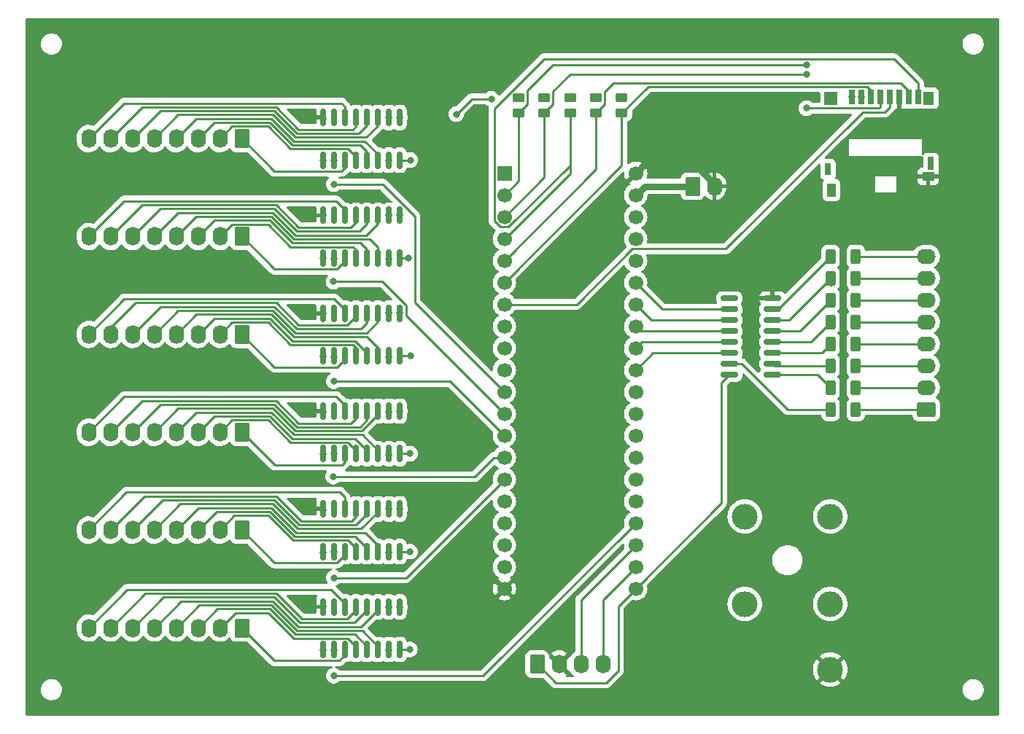
<source format=gtl>
%TF.GenerationSoftware,KiCad,Pcbnew,7.0.9*%
%TF.CreationDate,2024-01-13T15:57:45+01:00*%
%TF.ProjectId,daisy-drums,64616973-792d-4647-9275-6d732e6b6963,v02*%
%TF.SameCoordinates,Original*%
%TF.FileFunction,Copper,L1,Top*%
%TF.FilePolarity,Positive*%
%FSLAX46Y46*%
G04 Gerber Fmt 4.6, Leading zero omitted, Abs format (unit mm)*
G04 Created by KiCad (PCBNEW 7.0.9) date 2024-01-13 15:57:45*
%MOMM*%
%LPD*%
G01*
G04 APERTURE LIST*
G04 Aperture macros list*
%AMRoundRect*
0 Rectangle with rounded corners*
0 $1 Rounding radius*
0 $2 $3 $4 $5 $6 $7 $8 $9 X,Y pos of 4 corners*
0 Add a 4 corners polygon primitive as box body*
4,1,4,$2,$3,$4,$5,$6,$7,$8,$9,$2,$3,0*
0 Add four circle primitives for the rounded corners*
1,1,$1+$1,$2,$3*
1,1,$1+$1,$4,$5*
1,1,$1+$1,$6,$7*
1,1,$1+$1,$8,$9*
0 Add four rect primitives between the rounded corners*
20,1,$1+$1,$2,$3,$4,$5,0*
20,1,$1+$1,$4,$5,$6,$7,0*
20,1,$1+$1,$6,$7,$8,$9,0*
20,1,$1+$1,$8,$9,$2,$3,0*%
G04 Aperture macros list end*
%TA.AperFunction,SMDPad,CuDef*%
%ADD10RoundRect,0.250000X-0.450000X0.262500X-0.450000X-0.262500X0.450000X-0.262500X0.450000X0.262500X0*%
%TD*%
%TA.AperFunction,SMDPad,CuDef*%
%ADD11RoundRect,0.250000X0.312500X0.625000X-0.312500X0.625000X-0.312500X-0.625000X0.312500X-0.625000X0*%
%TD*%
%TA.AperFunction,SMDPad,CuDef*%
%ADD12RoundRect,0.150000X0.850000X0.150000X-0.850000X0.150000X-0.850000X-0.150000X0.850000X-0.150000X0*%
%TD*%
%TA.AperFunction,ComponentPad*%
%ADD13R,1.700000X1.700000*%
%TD*%
%TA.AperFunction,ComponentPad*%
%ADD14C,1.700000*%
%TD*%
%TA.AperFunction,SMDPad,CuDef*%
%ADD15RoundRect,0.150000X-0.150000X0.825000X-0.150000X-0.825000X0.150000X-0.825000X0.150000X0.825000X0*%
%TD*%
%TA.AperFunction,ComponentPad*%
%ADD16RoundRect,0.250000X-0.620000X-0.845000X0.620000X-0.845000X0.620000X0.845000X-0.620000X0.845000X0*%
%TD*%
%TA.AperFunction,ComponentPad*%
%ADD17O,1.740000X2.190000*%
%TD*%
%TA.AperFunction,ComponentPad*%
%ADD18RoundRect,0.250000X0.845000X-0.620000X0.845000X0.620000X-0.845000X0.620000X-0.845000X-0.620000X0*%
%TD*%
%TA.AperFunction,ComponentPad*%
%ADD19O,2.190000X1.740000*%
%TD*%
%TA.AperFunction,ComponentPad*%
%ADD20C,3.000000*%
%TD*%
%TA.AperFunction,ComponentPad*%
%ADD21RoundRect,0.250000X0.620000X0.845000X-0.620000X0.845000X-0.620000X-0.845000X0.620000X-0.845000X0*%
%TD*%
%TA.AperFunction,SMDPad,CuDef*%
%ADD22R,0.700000X1.750000*%
%TD*%
%TA.AperFunction,SMDPad,CuDef*%
%ADD23R,1.450000X1.000000*%
%TD*%
%TA.AperFunction,SMDPad,CuDef*%
%ADD24R,1.000000X1.550000*%
%TD*%
%TA.AperFunction,SMDPad,CuDef*%
%ADD25R,0.800000X1.500000*%
%TD*%
%TA.AperFunction,SMDPad,CuDef*%
%ADD26R,1.300000X1.500000*%
%TD*%
%TA.AperFunction,SMDPad,CuDef*%
%ADD27R,1.500000X1.500000*%
%TD*%
%TA.AperFunction,SMDPad,CuDef*%
%ADD28R,0.800000X1.400000*%
%TD*%
%TA.AperFunction,ViaPad*%
%ADD29C,0.800000*%
%TD*%
%TA.AperFunction,Conductor*%
%ADD30C,0.250000*%
%TD*%
%TA.AperFunction,Conductor*%
%ADD31C,0.762000*%
%TD*%
G04 APERTURE END LIST*
D10*
%TO.P,R1,1*%
%TO.N,VCC*%
X191214000Y-55221500D03*
%TO.P,R1,2*%
%TO.N,Net-(A1-SD_DATA_0)*%
X191214000Y-57046500D03*
%TD*%
D11*
%TO.P,R11,1*%
%TO.N,Net-(J11-Pin_6)*%
X221388900Y-78765400D03*
%TO.P,R11,2*%
%TO.N,Net-(U6-QF)*%
X218463900Y-78765400D03*
%TD*%
%TO.P,R7,1*%
%TO.N,Net-(J11-Pin_2)*%
X221388900Y-88925400D03*
%TO.P,R7,2*%
%TO.N,Net-(U6-QB)*%
X218463900Y-88925400D03*
%TD*%
D12*
%TO.P,U6,1,QB*%
%TO.N,Net-(U6-QB)*%
X211708600Y-87426800D03*
%TO.P,U6,2,QC*%
%TO.N,Net-(U6-QC)*%
X211708600Y-86156800D03*
%TO.P,U6,3,QD*%
%TO.N,Net-(U6-QD)*%
X211708600Y-84886800D03*
%TO.P,U6,4,QE*%
%TO.N,Net-(U6-QE)*%
X211708600Y-83616800D03*
%TO.P,U6,5,QF*%
%TO.N,Net-(U6-QF)*%
X211708600Y-82346800D03*
%TO.P,U6,6,QG*%
%TO.N,Net-(U6-QG)*%
X211708600Y-81076800D03*
%TO.P,U6,7,QH*%
%TO.N,Net-(U6-QH)*%
X211708600Y-79806800D03*
%TO.P,U6,8,GND*%
%TO.N,GND*%
X211708600Y-78536800D03*
%TO.P,U6,9,QH'*%
%TO.N,unconnected-(U6-QH'-Pad9)*%
X206708600Y-78536800D03*
%TO.P,U6,10,~{SRCLR}*%
%TO.N,Net-(A1-SAI2_SCK)*%
X206708600Y-79806800D03*
%TO.P,U6,11,SRCLK*%
%TO.N,Net-(A1-SAI2_FS)*%
X206708600Y-81076800D03*
%TO.P,U6,12,RCLK*%
%TO.N,Net-(A1-SAI2_SD_A)*%
X206708600Y-82346800D03*
%TO.P,U6,13,~{OE}*%
%TO.N,Net-(A1-SAI2_SD_B)*%
X206708600Y-83616800D03*
%TO.P,U6,14,SER*%
%TO.N,Net-(A1-SAI2_MCLK)*%
X206708600Y-84886800D03*
%TO.P,U6,15,QA*%
%TO.N,Net-(U6-QA)*%
X206708600Y-86156800D03*
%TO.P,U6,16,VCC*%
%TO.N,VCC*%
X206708600Y-87426800D03*
%TD*%
D13*
%TO.P,A1,1,USB_ID*%
%TO.N,unconnected-(A1-USB_ID-Pad1)*%
X180594000Y-64008000D03*
D14*
%TO.P,A1,2,SD_DATA_3*%
%TO.N,Net-(A1-SD_DATA_3)*%
X180594000Y-66548000D03*
%TO.P,A1,3,SD_DATA_2*%
%TO.N,Net-(A1-SD_DATA_2)*%
X180594000Y-69088000D03*
%TO.P,A1,4,SD_DATA_1*%
%TO.N,Net-(A1-SD_DATA_1)*%
X180594000Y-71628000D03*
%TO.P,A1,5,SD_DATA_0*%
%TO.N,Net-(A1-SD_DATA_0)*%
X180594000Y-74168000D03*
%TO.P,A1,6,SD_CMD*%
%TO.N,Net-(A1-SD_CMD)*%
X180594000Y-76708000D03*
%TO.P,A1,7,SD_CLK*%
%TO.N,Net-(A1-SD_CLK)*%
X180594000Y-79248000D03*
%TO.P,A1,8,SPI1_CS*%
%TO.N,Net-(A1-SPI1_CS)*%
X180594000Y-81788000D03*
%TO.P,A1,9,SPI1_SCK*%
%TO.N,Net-(A1-SPI1_SCK)*%
X180594000Y-84328000D03*
%TO.P,A1,10,SPI1_POCI*%
%TO.N,Net-(A1-SPI1_POCI)*%
X180594000Y-86868000D03*
%TO.P,A1,11,SPI1_PICO*%
%TO.N,Net-(A1-SPI1_PICO)*%
X180594000Y-89408000D03*
%TO.P,A1,12,I2C1_SCL*%
%TO.N,Net-(A1-I2C1_SCL)*%
X180594000Y-91948000D03*
%TO.P,A1,13,I2C1_SDA*%
%TO.N,Net-(A1-I2C1_SDA)*%
X180594000Y-94488000D03*
%TO.P,A1,14,USART1_TX*%
%TO.N,Net-(A1-USART1_TX)*%
X180594000Y-97028000D03*
%TO.P,A1,15,USART1_RX*%
%TO.N,Net-(A1-USART1_RX)*%
X180594000Y-99568000D03*
%TO.P,A1,16,AUDIO_IN_1*%
%TO.N,unconnected-(A1-AUDIO_IN_1-Pad16)*%
X180594000Y-102108000D03*
%TO.P,A1,17,AUDIO_IN_2*%
%TO.N,unconnected-(A1-AUDIO_IN_2-Pad17)*%
X180594000Y-104648000D03*
%TO.P,A1,18,AUDIO_OUT_1*%
%TO.N,Net-(A1-AUDIO_OUT_1)*%
X180594000Y-107188000D03*
%TO.P,A1,19,AUDIO_OUT_2*%
%TO.N,Net-(A1-AUDIO_OUT_2)*%
X180594000Y-109728000D03*
%TO.P,A1,20,AGND*%
%TO.N,GND*%
X180594000Y-112268000D03*
%TO.P,A1,21,3V3_A*%
%TO.N,VCC*%
X195834000Y-112268000D03*
%TO.P,A1,22,ADC_0*%
%TO.N,Net-(A1-ADC_0)*%
X195834000Y-109728000D03*
%TO.P,A1,23,ADC_1*%
%TO.N,Net-(A1-ADC_1)*%
X195834000Y-107188000D03*
%TO.P,A1,24,ADC_2*%
%TO.N,Net-(A1-ADC_2)*%
X195834000Y-104648000D03*
%TO.P,A1,25,ADC_3*%
%TO.N,unconnected-(A1-ADC_3-Pad25)*%
X195834000Y-102108000D03*
%TO.P,A1,26,ADC_4*%
%TO.N,unconnected-(A1-ADC_4-Pad26)*%
X195834000Y-99568000D03*
%TO.P,A1,27,ADC_5*%
%TO.N,unconnected-(A1-ADC_5-Pad27)*%
X195834000Y-97028000D03*
%TO.P,A1,28,ADC_6*%
%TO.N,unconnected-(A1-ADC_6-Pad28)*%
X195834000Y-94488000D03*
%TO.P,A1,29,DAC_OUT2*%
%TO.N,unconnected-(A1-DAC_OUT2-Pad29)*%
X195834000Y-91948000D03*
%TO.P,A1,30,DAC_OUT1*%
%TO.N,unconnected-(A1-DAC_OUT1-Pad30)*%
X195834000Y-89408000D03*
%TO.P,A1,31,SAI2_MCLK*%
%TO.N,Net-(A1-SAI2_MCLK)*%
X195834000Y-86868000D03*
%TO.P,A1,32,SAI2_SD_B*%
%TO.N,Net-(A1-SAI2_SD_B)*%
X195834000Y-84328000D03*
%TO.P,A1,33,SAI2_SD_A*%
%TO.N,Net-(A1-SAI2_SD_A)*%
X195834000Y-81788000D03*
%TO.P,A1,34,SAI2_FS*%
%TO.N,Net-(A1-SAI2_FS)*%
X195834000Y-79248000D03*
%TO.P,A1,35,SAI2_SCK*%
%TO.N,Net-(A1-SAI2_SCK)*%
X195834000Y-76708000D03*
%TO.P,A1,36,USB_D_-*%
%TO.N,unconnected-(A1-USB_D_--Pad36)*%
X195834000Y-74168000D03*
%TO.P,A1,37,USB_D_+*%
%TO.N,unconnected-(A1-USB_D_+-Pad37)*%
X195834000Y-71628000D03*
%TO.P,A1,38,3V3_D*%
%TO.N,unconnected-(A1-3V3_D-Pad38)*%
X195834000Y-69088000D03*
%TO.P,A1,39,VIN*%
%TO.N,Net-(A1-VIN)*%
X195834000Y-66548000D03*
%TO.P,A1,40,DGND*%
%TO.N,GND*%
X195834000Y-64008000D03*
%TD*%
D15*
%TO.P,U5,1,~{PL}*%
%TO.N,Net-(A1-SPI1_CS)*%
X168445000Y-57545000D03*
%TO.P,U5,2,CP*%
%TO.N,Net-(A1-SPI1_SCK)*%
X167175000Y-57545000D03*
%TO.P,U5,3,D4*%
%TO.N,Net-(J3-Pin_5)*%
X165905000Y-57545000D03*
%TO.P,U5,4,D5*%
%TO.N,Net-(J3-Pin_6)*%
X164635000Y-57545000D03*
%TO.P,U5,5,D6*%
%TO.N,Net-(J3-Pin_7)*%
X163365000Y-57545000D03*
%TO.P,U5,6,D7*%
%TO.N,Net-(J3-Pin_8)*%
X162095000Y-57545000D03*
%TO.P,U5,7,~{Q7}*%
%TO.N,unconnected-(U5-~{Q7}-Pad7)*%
X160825000Y-57545000D03*
%TO.P,U5,8,GND*%
%TO.N,GND*%
X159555000Y-57545000D03*
%TO.P,U5,9,Q7*%
%TO.N,Net-(A1-SPI1_PICO)*%
X159555000Y-62495000D03*
%TO.P,U5,10,DS*%
%TO.N,GND*%
X160825000Y-62495000D03*
%TO.P,U5,11,D0*%
%TO.N,Net-(J3-Pin_1)*%
X162095000Y-62495000D03*
%TO.P,U5,12,D1*%
%TO.N,Net-(J3-Pin_2)*%
X163365000Y-62495000D03*
%TO.P,U5,13,D2*%
%TO.N,Net-(J3-Pin_3)*%
X164635000Y-62495000D03*
%TO.P,U5,14,D3*%
%TO.N,Net-(J3-Pin_4)*%
X165905000Y-62495000D03*
%TO.P,U5,15,~{CE}*%
%TO.N,Net-(A1-SPI1_POCI)*%
X167175000Y-62495000D03*
%TO.P,U5,16,VCC*%
%TO.N,VCC*%
X168445000Y-62495000D03*
%TD*%
D16*
%TO.P,J2,1,Pin_1*%
%TO.N,Net-(A1-VIN)*%
X202438000Y-65532000D03*
D17*
%TO.P,J2,2,Pin_2*%
%TO.N,GND*%
X204978000Y-65532000D03*
%TD*%
D11*
%TO.P,R10,1*%
%TO.N,Net-(J11-Pin_5)*%
X221388900Y-81305400D03*
%TO.P,R10,2*%
%TO.N,Net-(U6-QE)*%
X218463900Y-81305400D03*
%TD*%
D16*
%TO.P,J12,1,Pin_1*%
%TO.N,VCC*%
X184404000Y-121031000D03*
D17*
%TO.P,J12,2,Pin_2*%
%TO.N,GND*%
X186944000Y-121031000D03*
%TO.P,J12,3,Pin_3*%
%TO.N,Net-(A1-ADC_1)*%
X189484000Y-121031000D03*
%TO.P,J12,4,Pin_4*%
%TO.N,Net-(A1-ADC_0)*%
X192024000Y-121031000D03*
%TD*%
D10*
%TO.P,R3,1*%
%TO.N,VCC*%
X185214000Y-55221500D03*
%TO.P,R3,2*%
%TO.N,Net-(A1-SD_DATA_2)*%
X185214000Y-57046500D03*
%TD*%
D18*
%TO.P,J11,1,Pin_1*%
%TO.N,Net-(J11-Pin_1)*%
X229565200Y-91465400D03*
D19*
%TO.P,J11,2,Pin_2*%
%TO.N,Net-(J11-Pin_2)*%
X229565200Y-88925400D03*
%TO.P,J11,3,Pin_3*%
%TO.N,Net-(J11-Pin_3)*%
X229565200Y-86385400D03*
%TO.P,J11,4,Pin_4*%
%TO.N,Net-(J11-Pin_4)*%
X229565200Y-83845400D03*
%TO.P,J11,5,Pin_5*%
%TO.N,Net-(J11-Pin_5)*%
X229565200Y-81305400D03*
%TO.P,J11,6,Pin_6*%
%TO.N,Net-(J11-Pin_6)*%
X229565200Y-78765400D03*
%TO.P,J11,7,Pin_7*%
%TO.N,Net-(J11-Pin_7)*%
X229565200Y-76225400D03*
%TO.P,J11,8,Pin_8*%
%TO.N,Net-(J11-Pin_8)*%
X229565200Y-73685400D03*
%TD*%
D20*
%TO.P,CON1,R*%
%TO.N,Net-(A1-AUDIO_OUT_1)*%
X218412000Y-114046000D03*
%TO.P,CON1,RB*%
%TO.N,unconnected-(CON1-PadRB)*%
X208502000Y-114046000D03*
%TO.P,CON1,S*%
%TO.N,GND*%
X218412000Y-121666000D03*
%TO.P,CON1,T*%
%TO.N,Net-(A1-AUDIO_OUT_2)*%
X218412000Y-103886000D03*
%TO.P,CON1,TB*%
%TO.N,unconnected-(CON1-PadTB)*%
X208502000Y-103886000D03*
%TD*%
D21*
%TO.P,J7,1,Pin_1*%
%TO.N,Net-(J7-Pin_1)*%
X150114000Y-94104000D03*
D17*
%TO.P,J7,2,Pin_2*%
%TO.N,Net-(J7-Pin_2)*%
X147574000Y-94104000D03*
%TO.P,J7,3,Pin_3*%
%TO.N,Net-(J7-Pin_3)*%
X145034000Y-94104000D03*
%TO.P,J7,4,Pin_4*%
%TO.N,Net-(J7-Pin_4)*%
X142494000Y-94104000D03*
%TO.P,J7,5,Pin_5*%
%TO.N,Net-(J7-Pin_5)*%
X139954000Y-94104000D03*
%TO.P,J7,6,Pin_6*%
%TO.N,Net-(J7-Pin_6)*%
X137414000Y-94104000D03*
%TO.P,J7,7,Pin_7*%
%TO.N,Net-(J7-Pin_7)*%
X134874000Y-94104000D03*
%TO.P,J7,8,Pin_8*%
%TO.N,Net-(J7-Pin_8)*%
X132334000Y-94104000D03*
%TD*%
D15*
%TO.P,U2,1,~{PL}*%
%TO.N,Net-(A1-SPI1_CS)*%
X168445000Y-68913000D03*
%TO.P,U2,2,CP*%
%TO.N,Net-(A1-SPI1_SCK)*%
X167175000Y-68913000D03*
%TO.P,U2,3,D4*%
%TO.N,Net-(J6-Pin_5)*%
X165905000Y-68913000D03*
%TO.P,U2,4,D5*%
%TO.N,Net-(J6-Pin_6)*%
X164635000Y-68913000D03*
%TO.P,U2,5,D6*%
%TO.N,Net-(J6-Pin_7)*%
X163365000Y-68913000D03*
%TO.P,U2,6,D7*%
%TO.N,Net-(J6-Pin_8)*%
X162095000Y-68913000D03*
%TO.P,U2,7,~{Q7}*%
%TO.N,unconnected-(U2-~{Q7}-Pad7)*%
X160825000Y-68913000D03*
%TO.P,U2,8,GND*%
%TO.N,GND*%
X159555000Y-68913000D03*
%TO.P,U2,9,Q7*%
%TO.N,Net-(A1-I2C1_SCL)*%
X159555000Y-73863000D03*
%TO.P,U2,10,DS*%
%TO.N,GND*%
X160825000Y-73863000D03*
%TO.P,U2,11,D0*%
%TO.N,Net-(J6-Pin_1)*%
X162095000Y-73863000D03*
%TO.P,U2,12,D1*%
%TO.N,Net-(J6-Pin_2)*%
X163365000Y-73863000D03*
%TO.P,U2,13,D2*%
%TO.N,Net-(J6-Pin_3)*%
X164635000Y-73863000D03*
%TO.P,U2,14,D3*%
%TO.N,Net-(J6-Pin_4)*%
X165905000Y-73863000D03*
%TO.P,U2,15,~{CE}*%
%TO.N,Net-(A1-SPI1_POCI)*%
X167175000Y-73863000D03*
%TO.P,U2,16,VCC*%
%TO.N,VCC*%
X168445000Y-73863000D03*
%TD*%
D10*
%TO.P,R2,1*%
%TO.N,VCC*%
X188214000Y-55221500D03*
%TO.P,R2,2*%
%TO.N,Net-(A1-SD_DATA_1)*%
X188214000Y-57046500D03*
%TD*%
D11*
%TO.P,R6,1*%
%TO.N,Net-(J11-Pin_1)*%
X221388900Y-91465400D03*
%TO.P,R6,2*%
%TO.N,Net-(U6-QA)*%
X218463900Y-91465400D03*
%TD*%
D10*
%TO.P,R5,1*%
%TO.N,VCC*%
X194214000Y-55221500D03*
%TO.P,R5,2*%
%TO.N,Net-(A1-SD_CMD)*%
X194214000Y-57046500D03*
%TD*%
D22*
%TO.P,J1,1,DAT2*%
%TO.N,Net-(A1-SD_DATA_2)*%
X220960600Y-55175800D03*
%TO.P,J1,2,DAT3/CD*%
%TO.N,Net-(A1-SD_DATA_3)*%
X222060600Y-55175800D03*
%TO.P,J1,3,CMD*%
%TO.N,Net-(A1-SD_CMD)*%
X223160600Y-55175800D03*
%TO.P,J1,4,VDD*%
%TO.N,VCC*%
X224260600Y-55175800D03*
%TO.P,J1,5,CLK*%
%TO.N,Net-(A1-SD_CLK)*%
X225360600Y-55175800D03*
%TO.P,J1,6,VSS*%
%TO.N,GND*%
X226460600Y-55175800D03*
%TO.P,J1,7,DAT0*%
%TO.N,Net-(A1-SD_DATA_0)*%
X227560600Y-55175800D03*
%TO.P,J1,8,DAT1*%
%TO.N,Net-(A1-SD_DATA_1)*%
X228660600Y-55175800D03*
D23*
%TO.P,J1,9,SHIELD*%
%TO.N,GND*%
X229785600Y-64400800D03*
D24*
%TO.P,J1,10*%
%TO.N,N/C*%
X218560600Y-65975800D03*
D25*
%TO.P,J1,11*%
X230110600Y-62900800D03*
D26*
X229860600Y-55300800D03*
D27*
X218510600Y-55300800D03*
D28*
X218160600Y-63550800D03*
%TD*%
D11*
%TO.P,R8,1*%
%TO.N,Net-(J11-Pin_3)*%
X221388900Y-86385400D03*
%TO.P,R8,2*%
%TO.N,Net-(U6-QC)*%
X218463900Y-86385400D03*
%TD*%
D15*
%TO.P,U1,1,~{PL}*%
%TO.N,Net-(A1-SPI1_CS)*%
X168445000Y-114385000D03*
%TO.P,U1,2,CP*%
%TO.N,Net-(A1-SPI1_SCK)*%
X167175000Y-114385000D03*
%TO.P,U1,3,D4*%
%TO.N,Net-(J8-Pin_5)*%
X165905000Y-114385000D03*
%TO.P,U1,4,D5*%
%TO.N,Net-(J8-Pin_6)*%
X164635000Y-114385000D03*
%TO.P,U1,5,D6*%
%TO.N,Net-(J8-Pin_7)*%
X163365000Y-114385000D03*
%TO.P,U1,6,D7*%
%TO.N,Net-(J8-Pin_8)*%
X162095000Y-114385000D03*
%TO.P,U1,7,~{Q7}*%
%TO.N,unconnected-(U1-~{Q7}-Pad7)*%
X160825000Y-114385000D03*
%TO.P,U1,8,GND*%
%TO.N,GND*%
X159555000Y-114385000D03*
%TO.P,U1,9,Q7*%
%TO.N,Net-(A1-ADC_2)*%
X159555000Y-119335000D03*
%TO.P,U1,10,DS*%
%TO.N,GND*%
X160825000Y-119335000D03*
%TO.P,U1,11,D0*%
%TO.N,Net-(J8-Pin_1)*%
X162095000Y-119335000D03*
%TO.P,U1,12,D1*%
%TO.N,Net-(J8-Pin_2)*%
X163365000Y-119335000D03*
%TO.P,U1,13,D2*%
%TO.N,Net-(J8-Pin_3)*%
X164635000Y-119335000D03*
%TO.P,U1,14,D3*%
%TO.N,Net-(J8-Pin_4)*%
X165905000Y-119335000D03*
%TO.P,U1,15,~{CE}*%
%TO.N,Net-(A1-SPI1_POCI)*%
X167175000Y-119335000D03*
%TO.P,U1,16,VCC*%
%TO.N,VCC*%
X168445000Y-119335000D03*
%TD*%
D21*
%TO.P,J4,1,Pin_1*%
%TO.N,Net-(J4-Pin_1)*%
X150114000Y-82736000D03*
D17*
%TO.P,J4,2,Pin_2*%
%TO.N,Net-(J4-Pin_2)*%
X147574000Y-82736000D03*
%TO.P,J4,3,Pin_3*%
%TO.N,Net-(J4-Pin_3)*%
X145034000Y-82736000D03*
%TO.P,J4,4,Pin_4*%
%TO.N,Net-(J4-Pin_4)*%
X142494000Y-82736000D03*
%TO.P,J4,5,Pin_5*%
%TO.N,Net-(J4-Pin_5)*%
X139954000Y-82736000D03*
%TO.P,J4,6,Pin_6*%
%TO.N,Net-(J4-Pin_6)*%
X137414000Y-82736000D03*
%TO.P,J4,7,Pin_7*%
%TO.N,Net-(J4-Pin_7)*%
X134874000Y-82736000D03*
%TO.P,J4,8,Pin_8*%
%TO.N,Net-(J4-Pin_8)*%
X132334000Y-82736000D03*
%TD*%
D15*
%TO.P,U7,1,~{PL}*%
%TO.N,Net-(A1-SPI1_CS)*%
X168445000Y-91649000D03*
%TO.P,U7,2,CP*%
%TO.N,Net-(A1-SPI1_SCK)*%
X167175000Y-91649000D03*
%TO.P,U7,3,D4*%
%TO.N,Net-(J7-Pin_5)*%
X165905000Y-91649000D03*
%TO.P,U7,4,D5*%
%TO.N,Net-(J7-Pin_6)*%
X164635000Y-91649000D03*
%TO.P,U7,5,D6*%
%TO.N,Net-(J7-Pin_7)*%
X163365000Y-91649000D03*
%TO.P,U7,6,D7*%
%TO.N,Net-(J7-Pin_8)*%
X162095000Y-91649000D03*
%TO.P,U7,7,~{Q7}*%
%TO.N,unconnected-(U7-~{Q7}-Pad7)*%
X160825000Y-91649000D03*
%TO.P,U7,8,GND*%
%TO.N,GND*%
X159555000Y-91649000D03*
%TO.P,U7,9,Q7*%
%TO.N,Net-(A1-USART1_TX)*%
X159555000Y-96599000D03*
%TO.P,U7,10,DS*%
%TO.N,GND*%
X160825000Y-96599000D03*
%TO.P,U7,11,D0*%
%TO.N,Net-(J7-Pin_1)*%
X162095000Y-96599000D03*
%TO.P,U7,12,D1*%
%TO.N,Net-(J7-Pin_2)*%
X163365000Y-96599000D03*
%TO.P,U7,13,D2*%
%TO.N,Net-(J7-Pin_3)*%
X164635000Y-96599000D03*
%TO.P,U7,14,D3*%
%TO.N,Net-(J7-Pin_4)*%
X165905000Y-96599000D03*
%TO.P,U7,15,~{CE}*%
%TO.N,Net-(A1-SPI1_POCI)*%
X167175000Y-96599000D03*
%TO.P,U7,16,VCC*%
%TO.N,VCC*%
X168445000Y-96599000D03*
%TD*%
D11*
%TO.P,R12,1*%
%TO.N,Net-(J11-Pin_7)*%
X221388900Y-76225400D03*
%TO.P,R12,2*%
%TO.N,Net-(U6-QG)*%
X218463900Y-76225400D03*
%TD*%
D21*
%TO.P,J5,1,Pin_1*%
%TO.N,Net-(J5-Pin_1)*%
X150114000Y-105472000D03*
D17*
%TO.P,J5,2,Pin_2*%
%TO.N,Net-(J5-Pin_2)*%
X147574000Y-105472000D03*
%TO.P,J5,3,Pin_3*%
%TO.N,Net-(J5-Pin_3)*%
X145034000Y-105472000D03*
%TO.P,J5,4,Pin_4*%
%TO.N,Net-(J5-Pin_4)*%
X142494000Y-105472000D03*
%TO.P,J5,5,Pin_5*%
%TO.N,Net-(J5-Pin_5)*%
X139954000Y-105472000D03*
%TO.P,J5,6,Pin_6*%
%TO.N,Net-(J5-Pin_6)*%
X137414000Y-105472000D03*
%TO.P,J5,7,Pin_7*%
%TO.N,Net-(J5-Pin_7)*%
X134874000Y-105472000D03*
%TO.P,J5,8,Pin_8*%
%TO.N,Net-(J5-Pin_8)*%
X132334000Y-105472000D03*
%TD*%
D21*
%TO.P,J8,1,Pin_1*%
%TO.N,Net-(J8-Pin_1)*%
X150114000Y-116840000D03*
D17*
%TO.P,J8,2,Pin_2*%
%TO.N,Net-(J8-Pin_2)*%
X147574000Y-116840000D03*
%TO.P,J8,3,Pin_3*%
%TO.N,Net-(J8-Pin_3)*%
X145034000Y-116840000D03*
%TO.P,J8,4,Pin_4*%
%TO.N,Net-(J8-Pin_4)*%
X142494000Y-116840000D03*
%TO.P,J8,5,Pin_5*%
%TO.N,Net-(J8-Pin_5)*%
X139954000Y-116840000D03*
%TO.P,J8,6,Pin_6*%
%TO.N,Net-(J8-Pin_6)*%
X137414000Y-116840000D03*
%TO.P,J8,7,Pin_7*%
%TO.N,Net-(J8-Pin_7)*%
X134874000Y-116840000D03*
%TO.P,J8,8,Pin_8*%
%TO.N,Net-(J8-Pin_8)*%
X132334000Y-116840000D03*
%TD*%
D21*
%TO.P,J6,1,Pin_1*%
%TO.N,Net-(J6-Pin_1)*%
X150114000Y-71368000D03*
D17*
%TO.P,J6,2,Pin_2*%
%TO.N,Net-(J6-Pin_2)*%
X147574000Y-71368000D03*
%TO.P,J6,3,Pin_3*%
%TO.N,Net-(J6-Pin_3)*%
X145034000Y-71368000D03*
%TO.P,J6,4,Pin_4*%
%TO.N,Net-(J6-Pin_4)*%
X142494000Y-71368000D03*
%TO.P,J6,5,Pin_5*%
%TO.N,Net-(J6-Pin_5)*%
X139954000Y-71368000D03*
%TO.P,J6,6,Pin_6*%
%TO.N,Net-(J6-Pin_6)*%
X137414000Y-71368000D03*
%TO.P,J6,7,Pin_7*%
%TO.N,Net-(J6-Pin_7)*%
X134874000Y-71368000D03*
%TO.P,J6,8,Pin_8*%
%TO.N,Net-(J6-Pin_8)*%
X132334000Y-71368000D03*
%TD*%
D11*
%TO.P,R9,1*%
%TO.N,Net-(J11-Pin_4)*%
X221388900Y-83845400D03*
%TO.P,R9,2*%
%TO.N,Net-(U6-QD)*%
X218463900Y-83845400D03*
%TD*%
D10*
%TO.P,R4,1*%
%TO.N,VCC*%
X182214000Y-55221500D03*
%TO.P,R4,2*%
%TO.N,Net-(A1-SD_DATA_3)*%
X182214000Y-57046500D03*
%TD*%
D11*
%TO.P,R13,1*%
%TO.N,Net-(J11-Pin_8)*%
X221388900Y-73685400D03*
%TO.P,R13,2*%
%TO.N,Net-(U6-QH)*%
X218463900Y-73685400D03*
%TD*%
D15*
%TO.P,U3,1,~{PL}*%
%TO.N,Net-(A1-SPI1_CS)*%
X168445000Y-103017000D03*
%TO.P,U3,2,CP*%
%TO.N,Net-(A1-SPI1_SCK)*%
X167175000Y-103017000D03*
%TO.P,U3,3,D4*%
%TO.N,Net-(J5-Pin_5)*%
X165905000Y-103017000D03*
%TO.P,U3,4,D5*%
%TO.N,Net-(J5-Pin_6)*%
X164635000Y-103017000D03*
%TO.P,U3,5,D6*%
%TO.N,Net-(J5-Pin_7)*%
X163365000Y-103017000D03*
%TO.P,U3,6,D7*%
%TO.N,Net-(J5-Pin_8)*%
X162095000Y-103017000D03*
%TO.P,U3,7,~{Q7}*%
%TO.N,unconnected-(U3-~{Q7}-Pad7)*%
X160825000Y-103017000D03*
%TO.P,U3,8,GND*%
%TO.N,GND*%
X159555000Y-103017000D03*
%TO.P,U3,9,Q7*%
%TO.N,Net-(A1-USART1_RX)*%
X159555000Y-107967000D03*
%TO.P,U3,10,DS*%
%TO.N,GND*%
X160825000Y-107967000D03*
%TO.P,U3,11,D0*%
%TO.N,Net-(J5-Pin_1)*%
X162095000Y-107967000D03*
%TO.P,U3,12,D1*%
%TO.N,Net-(J5-Pin_2)*%
X163365000Y-107967000D03*
%TO.P,U3,13,D2*%
%TO.N,Net-(J5-Pin_3)*%
X164635000Y-107967000D03*
%TO.P,U3,14,D3*%
%TO.N,Net-(J5-Pin_4)*%
X165905000Y-107967000D03*
%TO.P,U3,15,~{CE}*%
%TO.N,Net-(A1-SPI1_POCI)*%
X167175000Y-107967000D03*
%TO.P,U3,16,VCC*%
%TO.N,VCC*%
X168445000Y-107967000D03*
%TD*%
D21*
%TO.P,J3,1,Pin_1*%
%TO.N,Net-(J3-Pin_1)*%
X150114000Y-60000000D03*
D17*
%TO.P,J3,2,Pin_2*%
%TO.N,Net-(J3-Pin_2)*%
X147574000Y-60000000D03*
%TO.P,J3,3,Pin_3*%
%TO.N,Net-(J3-Pin_3)*%
X145034000Y-60000000D03*
%TO.P,J3,4,Pin_4*%
%TO.N,Net-(J3-Pin_4)*%
X142494000Y-60000000D03*
%TO.P,J3,5,Pin_5*%
%TO.N,Net-(J3-Pin_5)*%
X139954000Y-60000000D03*
%TO.P,J3,6,Pin_6*%
%TO.N,Net-(J3-Pin_6)*%
X137414000Y-60000000D03*
%TO.P,J3,7,Pin_7*%
%TO.N,Net-(J3-Pin_7)*%
X134874000Y-60000000D03*
%TO.P,J3,8,Pin_8*%
%TO.N,Net-(J3-Pin_8)*%
X132334000Y-60000000D03*
%TD*%
D15*
%TO.P,U4,1,~{PL}*%
%TO.N,Net-(A1-SPI1_CS)*%
X168445000Y-80281000D03*
%TO.P,U4,2,CP*%
%TO.N,Net-(A1-SPI1_SCK)*%
X167175000Y-80281000D03*
%TO.P,U4,3,D4*%
%TO.N,Net-(J4-Pin_5)*%
X165905000Y-80281000D03*
%TO.P,U4,4,D5*%
%TO.N,Net-(J4-Pin_6)*%
X164635000Y-80281000D03*
%TO.P,U4,5,D6*%
%TO.N,Net-(J4-Pin_7)*%
X163365000Y-80281000D03*
%TO.P,U4,6,D7*%
%TO.N,Net-(J4-Pin_8)*%
X162095000Y-80281000D03*
%TO.P,U4,7,~{Q7}*%
%TO.N,unconnected-(U4-~{Q7}-Pad7)*%
X160825000Y-80281000D03*
%TO.P,U4,8,GND*%
%TO.N,GND*%
X159555000Y-80281000D03*
%TO.P,U4,9,Q7*%
%TO.N,Net-(A1-I2C1_SDA)*%
X159555000Y-85231000D03*
%TO.P,U4,10,DS*%
%TO.N,GND*%
X160825000Y-85231000D03*
%TO.P,U4,11,D0*%
%TO.N,Net-(J4-Pin_1)*%
X162095000Y-85231000D03*
%TO.P,U4,12,D1*%
%TO.N,Net-(J4-Pin_2)*%
X163365000Y-85231000D03*
%TO.P,U4,13,D2*%
%TO.N,Net-(J4-Pin_3)*%
X164635000Y-85231000D03*
%TO.P,U4,14,D3*%
%TO.N,Net-(J4-Pin_4)*%
X165905000Y-85231000D03*
%TO.P,U4,15,~{CE}*%
%TO.N,Net-(A1-SPI1_POCI)*%
X167175000Y-85231000D03*
%TO.P,U4,16,VCC*%
%TO.N,VCC*%
X168445000Y-85231000D03*
%TD*%
D29*
%TO.N,Net-(A1-SD_DATA_3)*%
X215671400Y-51460400D03*
X222060600Y-55175800D03*
%TO.N,Net-(A1-SD_DATA_2)*%
X220960600Y-55175800D03*
X215671400Y-52501300D03*
%TO.N,Net-(A1-SPI1_CS)*%
X168452800Y-91668600D03*
X168452800Y-103022400D03*
X168452800Y-57531000D03*
X168452800Y-114401600D03*
X168452800Y-80213200D03*
X168452800Y-68884800D03*
%TO.N,Net-(A1-SPI1_SCK)*%
X167182800Y-57531000D03*
X167182800Y-68910200D03*
X167182800Y-103022400D03*
X167182800Y-114401600D03*
X167157400Y-80213200D03*
X167182800Y-91694000D03*
%TO.N,Net-(A1-SPI1_POCI)*%
X167182800Y-73964800D03*
X167182800Y-85344000D03*
X167182800Y-108077000D03*
X167182800Y-119380000D03*
X167182800Y-96697800D03*
X167182800Y-62534800D03*
%TO.N,Net-(A1-SPI1_PICO)*%
X159588200Y-62534800D03*
X160782000Y-65303400D03*
%TO.N,Net-(A1-I2C1_SCL)*%
X160756600Y-76606400D03*
X159588200Y-73863200D03*
%TO.N,Net-(A1-I2C1_SDA)*%
X159562800Y-85318600D03*
X160782000Y-88188800D03*
%TO.N,Net-(A1-USART1_RX)*%
X159562800Y-108051600D03*
X160807400Y-110998000D03*
%TO.N,GND*%
X159512000Y-57658000D03*
X159512000Y-91694000D03*
X159512000Y-68834000D03*
X160782000Y-62484000D03*
X160782000Y-119380000D03*
X160782000Y-107950000D03*
X159512000Y-80264000D03*
X160782000Y-85344000D03*
X160782000Y-96520000D03*
X160782000Y-73914000D03*
X159512000Y-114300000D03*
X159512000Y-103124000D03*
%TO.N,VCC*%
X175006000Y-57150000D03*
X169646600Y-107975400D03*
X169468800Y-73863200D03*
X215671400Y-56464200D03*
X169621200Y-119329200D03*
X188214000Y-55309000D03*
X191214000Y-55309000D03*
X194214000Y-55309000D03*
X169672000Y-62484000D03*
X185214000Y-55309000D03*
X169646600Y-96596200D03*
X169672000Y-85242400D03*
X182214000Y-55309000D03*
X179070000Y-55372000D03*
%TO.N,Net-(A1-ADC_2)*%
X159562800Y-119430800D03*
X160782000Y-122377200D03*
%TO.N,Net-(A1-USART1_TX)*%
X159562800Y-96647000D03*
X160731200Y-99263200D03*
%TD*%
D30*
%TO.N,Net-(A1-SD_DATA_3)*%
X180594000Y-66548000D02*
X182214000Y-64928000D01*
X183239000Y-54713900D02*
X183235600Y-54710500D01*
X182214000Y-64928000D02*
X182214000Y-57046500D01*
X182214000Y-57046500D02*
X183239000Y-56021500D01*
X183239000Y-56021500D02*
X183239000Y-54713900D01*
X183235600Y-54710500D02*
X183235600Y-54432200D01*
X186207400Y-51460400D02*
X215696800Y-51460400D01*
X183235600Y-54432200D02*
X186207400Y-51460400D01*
%TO.N,Net-(A1-SD_DATA_2)*%
X186239000Y-54502200D02*
X188239900Y-52501300D01*
X186239000Y-56021500D02*
X186239000Y-54502200D01*
X185214000Y-56754100D02*
X185214000Y-57046500D01*
X185214000Y-64468000D02*
X185214000Y-57046500D01*
X215671400Y-52501300D02*
X188239900Y-52501300D01*
X185214000Y-57046500D02*
X186239000Y-56021500D01*
X180594000Y-69088000D02*
X185214000Y-64468000D01*
%TO.N,Net-(A1-SD_DATA_1)*%
X181080701Y-70263000D02*
X180107299Y-70263000D01*
X179419000Y-56483900D02*
X185167500Y-50735400D01*
X225843000Y-50735400D02*
X228660600Y-53553000D01*
X180594000Y-71628000D02*
X188214000Y-64008000D01*
X179419000Y-69574701D02*
X179419000Y-56483900D01*
X188214000Y-64008000D02*
X188214000Y-57046500D01*
X228660600Y-53553000D02*
X228660600Y-55175800D01*
X185167500Y-50735400D02*
X225843000Y-50735400D01*
X180107299Y-70263000D02*
X179419000Y-69574701D01*
X188214000Y-57046500D02*
X188214000Y-63129701D01*
X188214000Y-63129701D02*
X181080701Y-70263000D01*
%TO.N,Net-(A1-SD_DATA_0)*%
X191214000Y-57046500D02*
X192239000Y-56021500D01*
X192239000Y-56021500D02*
X192239000Y-54572800D01*
X191214000Y-63548000D02*
X191214000Y-57046500D01*
X226584800Y-53525000D02*
X227560600Y-54500800D01*
X192239000Y-54572800D02*
X193286800Y-53525000D01*
X191214000Y-57046500D02*
X191214000Y-56759610D01*
X193286800Y-53525000D02*
X226584800Y-53525000D01*
X180594000Y-74168000D02*
X191214000Y-63548000D01*
X227560600Y-54500800D02*
X227560600Y-55175800D01*
%TO.N,Net-(A1-SD_CMD)*%
X180594000Y-76708000D02*
X194214000Y-63088000D01*
X222734800Y-53975000D02*
X223160600Y-54400800D01*
X194214000Y-57046500D02*
X197285500Y-53975000D01*
X194214000Y-63088000D02*
X194214000Y-57046500D01*
X197285500Y-53975000D02*
X222734800Y-53975000D01*
X223160600Y-54400800D02*
X223160600Y-55175800D01*
%TO.N,Net-(A1-SD_CLK)*%
X224740000Y-56921400D02*
X225360600Y-56300800D01*
X188976000Y-79248000D02*
X195421000Y-72803000D01*
X180594000Y-79248000D02*
X188976000Y-79248000D01*
X225360600Y-56300800D02*
X225360600Y-55175800D01*
X206292200Y-72803000D02*
X222173800Y-56921400D01*
X222173800Y-56921400D02*
X224740000Y-56921400D01*
X195421000Y-72803000D02*
X206292200Y-72803000D01*
%TO.N,Net-(A1-SPI1_PICO)*%
X170205400Y-79019400D02*
X180594000Y-89408000D01*
X166486308Y-65303400D02*
X170205400Y-69022492D01*
X170205400Y-69022492D02*
X170205400Y-79019400D01*
X160782000Y-65303400D02*
X166486308Y-65303400D01*
%TO.N,Net-(A1-I2C1_SCL)*%
X160756600Y-76606400D02*
X166421308Y-76606400D01*
X169177800Y-79362892D02*
X169177800Y-80531800D01*
X169177800Y-80531800D02*
X180594000Y-91948000D01*
X166421308Y-76606400D02*
X169177800Y-79362892D01*
%TO.N,Net-(A1-I2C1_SDA)*%
X174294800Y-88188800D02*
X180594000Y-94488000D01*
X160782000Y-88188800D02*
X174294800Y-88188800D01*
%TO.N,Net-(A1-USART1_RX)*%
X169164000Y-110998000D02*
X180594000Y-99568000D01*
X160807400Y-110998000D02*
X169164000Y-110998000D01*
D31*
%TO.N,GND*%
X196684000Y-63158000D02*
X195834000Y-64008000D01*
X204978000Y-65532000D02*
X204978000Y-65307000D01*
X202829000Y-63158000D02*
X196684000Y-63158000D01*
X204978000Y-65307000D02*
X202829000Y-63158000D01*
D30*
%TO.N,VCC*%
X193802000Y-121793000D02*
X192405000Y-123190000D01*
X205796100Y-102305900D02*
X205796100Y-88339300D01*
X168445000Y-96599000D02*
X169643800Y-96599000D01*
X186563000Y-123190000D02*
X184404000Y-121031000D01*
X169621200Y-119329200D02*
X169627000Y-119335000D01*
X205796100Y-102305900D02*
X195834000Y-112268000D01*
X169660600Y-85231000D02*
X169672000Y-85242400D01*
X175006000Y-57150000D02*
X176784000Y-55372000D01*
X168445000Y-107967000D02*
X169638200Y-107967000D01*
X169643800Y-96599000D02*
X169646600Y-96596200D01*
X195834000Y-112268000D02*
X193802000Y-114300000D01*
X193802000Y-114300000D02*
X193802000Y-121793000D01*
X169661000Y-62495000D02*
X169672000Y-62484000D01*
X168445000Y-85231000D02*
X169660600Y-85231000D01*
X192405000Y-123190000D02*
X186563000Y-123190000D01*
X168445000Y-62495000D02*
X169661000Y-62495000D01*
X168445000Y-73863000D02*
X169468600Y-73863000D01*
X169638200Y-107967000D02*
X169646600Y-107975400D01*
X224097200Y-56464200D02*
X215849200Y-56464200D01*
X176784000Y-55372000D02*
X179070000Y-55372000D01*
X169615400Y-119335000D02*
X169621200Y-119329200D01*
X205796100Y-88339300D02*
X206708600Y-87426800D01*
X169468600Y-73863000D02*
X169468800Y-73863200D01*
X224260600Y-56300800D02*
X224097200Y-56464200D01*
X168445000Y-119335000D02*
X169615400Y-119335000D01*
X224260600Y-55175800D02*
X224260600Y-56300800D01*
%TO.N,Net-(A1-ADC_0)*%
X192024000Y-121031000D02*
X192024000Y-113538000D01*
X192024000Y-113538000D02*
X195834000Y-109728000D01*
%TO.N,Net-(A1-ADC_1)*%
X189484000Y-121031000D02*
X189484000Y-113538000D01*
X189484000Y-113538000D02*
X195834000Y-107188000D01*
%TO.N,Net-(A1-ADC_2)*%
X178104800Y-122377200D02*
X195834000Y-104648000D01*
X160782000Y-122377200D02*
X178104800Y-122377200D01*
%TO.N,Net-(A1-SAI2_MCLK)*%
X205796100Y-84606800D02*
X207264450Y-84606800D01*
X195834000Y-86868000D02*
X197815200Y-84886800D01*
X197815200Y-84886800D02*
X206708600Y-84886800D01*
%TO.N,Net-(A1-SAI2_SD_B)*%
X196545200Y-83616800D02*
X206708600Y-83616800D01*
X195834000Y-84328000D02*
X196545200Y-83616800D01*
%TO.N,Net-(A1-SAI2_SD_A)*%
X196392800Y-82346800D02*
X206708600Y-82346800D01*
X195834000Y-81788000D02*
X196392800Y-82346800D01*
%TO.N,Net-(A1-SAI2_FS)*%
X197662800Y-81076800D02*
X206708600Y-81076800D01*
X195834000Y-79248000D02*
X197662800Y-81076800D01*
%TO.N,Net-(A1-SAI2_SCK)*%
X198932800Y-79806800D02*
X206708600Y-79806800D01*
X195834000Y-76708000D02*
X198932800Y-79806800D01*
D31*
%TO.N,Net-(A1-VIN)*%
X196850000Y-65532000D02*
X195834000Y-66548000D01*
X202438000Y-65532000D02*
X196850000Y-65532000D01*
D30*
%TO.N,Net-(J3-Pin_1)*%
X153909000Y-63795000D02*
X161706200Y-63795000D01*
X150114000Y-60000000D02*
X153909000Y-63795000D01*
X162095000Y-63406200D02*
X162095000Y-62495000D01*
X161706200Y-63795000D02*
X162095000Y-63406200D01*
%TO.N,Net-(J3-Pin_2)*%
X153162000Y-58580000D02*
X155777000Y-61195000D01*
X147574000Y-60000000D02*
X148994000Y-58580000D01*
X155777000Y-61195000D02*
X162445908Y-61195000D01*
X163365000Y-62114092D02*
X163365000Y-62495000D01*
X162445908Y-61195000D02*
X163365000Y-62114092D01*
X148994000Y-58580000D02*
X153162000Y-58580000D01*
%TO.N,Net-(J3-Pin_3)*%
X163859999Y-60745000D02*
X164635000Y-61520001D01*
X145034000Y-60000000D02*
X146904000Y-58130000D01*
X153348396Y-58130000D02*
X155963396Y-60745000D01*
X164635000Y-61520001D02*
X164635000Y-62495000D01*
X155963396Y-60745000D02*
X163859999Y-60745000D01*
X146904000Y-58130000D02*
X153348396Y-58130000D01*
%TO.N,Net-(J3-Pin_4)*%
X153534792Y-57680000D02*
X156149792Y-60295000D01*
X142494000Y-60000000D02*
X144814000Y-57680000D01*
X164409600Y-60295000D02*
X165905000Y-61790400D01*
X144814000Y-57680000D02*
X153534792Y-57680000D01*
X156149792Y-60295000D02*
X164409600Y-60295000D01*
X165905000Y-61790400D02*
X165905000Y-62495000D01*
%TO.N,Net-(J3-Pin_5)*%
X153721188Y-57230000D02*
X156336188Y-59845000D01*
X139954000Y-60000000D02*
X142724000Y-57230000D01*
X142724000Y-57230000D02*
X153721188Y-57230000D01*
X156336188Y-59845000D02*
X164564000Y-59845000D01*
X164564000Y-59845000D02*
X165905000Y-58504000D01*
X165905000Y-58504000D02*
X165905000Y-57545000D01*
%TO.N,Net-(J3-Pin_6)*%
X164635000Y-58453200D02*
X164635000Y-57545000D01*
X137414000Y-60000000D02*
X140634000Y-56780000D01*
X153907584Y-56780000D02*
X156522584Y-59395000D01*
X156522584Y-59395000D02*
X163693200Y-59395000D01*
X140634000Y-56780000D02*
X153907584Y-56780000D01*
X163693200Y-59395000D02*
X164635000Y-58453200D01*
%TO.N,Net-(J3-Pin_7)*%
X156708980Y-58945000D02*
X163000200Y-58945000D01*
X163000200Y-58945000D02*
X163365000Y-58580200D01*
X163365000Y-58580200D02*
X163365000Y-57545000D01*
X134874000Y-60000000D02*
X138544000Y-56330000D01*
X154093980Y-56330000D02*
X156708980Y-58945000D01*
X138544000Y-56330000D02*
X154093980Y-56330000D01*
%TO.N,Net-(J3-Pin_8)*%
X161696400Y-55880000D02*
X162095000Y-56278600D01*
X136454000Y-55880000D02*
X161696400Y-55880000D01*
X132334000Y-60000000D02*
X136454000Y-55880000D01*
X162095000Y-56278600D02*
X162095000Y-57545000D01*
%TO.N,Net-(J4-Pin_1)*%
X162095000Y-85611908D02*
X162095000Y-85231000D01*
X150114000Y-82736000D02*
X153909000Y-86531000D01*
X153909000Y-86531000D02*
X161175908Y-86531000D01*
X161175908Y-86531000D02*
X162095000Y-85611908D01*
%TO.N,Net-(J4-Pin_2)*%
X163039999Y-83931000D02*
X163365000Y-84256001D01*
X153162000Y-81306908D02*
X155777000Y-83931000D01*
X149003092Y-81306908D02*
X153162000Y-81306908D01*
X147574000Y-82736000D02*
X149003092Y-81306908D01*
X155777000Y-83931000D02*
X163039999Y-83931000D01*
X163365000Y-84256001D02*
X163365000Y-85231000D01*
%TO.N,Net-(J4-Pin_3)*%
X164635000Y-84850092D02*
X164635000Y-85231000D01*
X146913092Y-80856908D02*
X153347938Y-80856908D01*
X163265908Y-83481000D02*
X164635000Y-84850092D01*
X145034000Y-82736000D02*
X146913092Y-80856908D01*
X155972030Y-83481000D02*
X163265908Y-83481000D01*
X153347938Y-80856908D02*
X155972030Y-83481000D01*
%TO.N,Net-(J4-Pin_4)*%
X142494000Y-82736000D02*
X144823092Y-80406908D01*
X164656199Y-83007200D02*
X165905000Y-84256001D01*
X156134626Y-83007200D02*
X164656199Y-83007200D01*
X144823092Y-80406908D02*
X153534334Y-80406908D01*
X153534334Y-80406908D02*
X156134626Y-83007200D01*
X165905000Y-84256001D02*
X165905000Y-85231000D01*
%TO.N,Net-(J4-Pin_5)*%
X139954000Y-82736000D02*
X142733092Y-79956908D01*
X153720730Y-79956908D02*
X156321022Y-82557200D01*
X164603799Y-82557200D02*
X165905000Y-81255999D01*
X142733092Y-79956908D02*
X153720730Y-79956908D01*
X156321022Y-82557200D02*
X164603799Y-82557200D01*
X165905000Y-81255999D02*
X165905000Y-80281000D01*
%TO.N,Net-(J4-Pin_6)*%
X153907126Y-79506908D02*
X156507418Y-82107200D01*
X163971400Y-82107200D02*
X164635000Y-81443600D01*
X156507418Y-82107200D02*
X163971400Y-82107200D01*
X137414000Y-82736000D02*
X140643092Y-79506908D01*
X164635000Y-81443600D02*
X164635000Y-80281000D01*
X140643092Y-79506908D02*
X153907126Y-79506908D01*
%TO.N,Net-(J4-Pin_7)*%
X134874000Y-82736000D02*
X134874000Y-82016600D01*
X137782892Y-79056908D02*
X154093522Y-79056908D01*
X134874000Y-82016600D02*
X134848600Y-81991200D01*
X162369708Y-81657200D02*
X163365000Y-80661908D01*
X163365000Y-80661908D02*
X163365000Y-80281000D01*
X134848600Y-81991200D02*
X137782892Y-79056908D01*
X154093522Y-79056908D02*
X156693814Y-81657200D01*
X156693814Y-81657200D02*
X162369708Y-81657200D01*
%TO.N,Net-(J4-Pin_8)*%
X160801816Y-78606908D02*
X162095000Y-79900092D01*
X162095000Y-79900092D02*
X162095000Y-80281000D01*
X132334000Y-82736000D02*
X136463092Y-78606908D01*
X136463092Y-78606908D02*
X160801816Y-78606908D01*
%TO.N,Net-(J5-Pin_1)*%
X161172108Y-109270800D02*
X162095000Y-108347908D01*
X150114000Y-105472000D02*
X153912800Y-109270800D01*
X153912800Y-109270800D02*
X161172108Y-109270800D01*
X162095000Y-108347908D02*
X162095000Y-107967000D01*
%TO.N,Net-(J5-Pin_2)*%
X156044600Y-106667000D02*
X162445908Y-106667000D01*
X147574000Y-105472000D02*
X147574000Y-105460800D01*
X153162000Y-103784400D02*
X156044600Y-106667000D01*
X163365000Y-107586092D02*
X163365000Y-107967000D01*
X162445908Y-106667000D02*
X163365000Y-107586092D01*
X147574000Y-105460800D02*
X149250400Y-103784400D01*
X149250400Y-103784400D02*
X153162000Y-103784400D01*
%TO.N,Net-(J5-Pin_3)*%
X163265908Y-106217000D02*
X164635000Y-107586092D01*
X153348396Y-103334400D02*
X156230996Y-106217000D01*
X145034000Y-105472000D02*
X147171600Y-103334400D01*
X147171600Y-103334400D02*
X153348396Y-103334400D01*
X156230996Y-106217000D02*
X163265908Y-106217000D01*
X164635000Y-107586092D02*
X164635000Y-107967000D01*
%TO.N,Net-(J5-Pin_4)*%
X165905000Y-107231000D02*
X165905000Y-107967000D01*
X153534792Y-102884400D02*
X156417392Y-105767000D01*
X156417392Y-105767000D02*
X164441000Y-105767000D01*
X142494000Y-105472000D02*
X145081600Y-102884400D01*
X164441000Y-105767000D02*
X165905000Y-107231000D01*
X145081600Y-102884400D02*
X153534792Y-102884400D01*
%TO.N,Net-(J5-Pin_5)*%
X156603788Y-105317000D02*
X163985908Y-105317000D01*
X163985908Y-105317000D02*
X165905000Y-103397908D01*
X153721188Y-102434400D02*
X156603788Y-105317000D01*
X139954000Y-105472000D02*
X142991600Y-102434400D01*
X165905000Y-103397908D02*
X165905000Y-103017000D01*
X142991600Y-102434400D02*
X153721188Y-102434400D01*
%TO.N,Net-(J5-Pin_6)*%
X156790184Y-104867000D02*
X163357000Y-104867000D01*
X163357000Y-104867000D02*
X164635000Y-103589000D01*
X153907584Y-101984400D02*
X156790184Y-104867000D01*
X137414000Y-105472000D02*
X140901600Y-101984400D01*
X164635000Y-103589000D02*
X164635000Y-103017000D01*
X140901600Y-101984400D02*
X153907584Y-101984400D01*
%TO.N,Net-(J5-Pin_7)*%
X134874000Y-105460800D02*
X138800400Y-101534400D01*
X138800400Y-101534400D02*
X154093980Y-101534400D01*
X156976580Y-104417000D02*
X162892600Y-104417000D01*
X162892600Y-104417000D02*
X163365000Y-103944600D01*
X163365000Y-103944600D02*
X163365000Y-103017000D01*
X154093980Y-101534400D02*
X156976580Y-104417000D01*
X134874000Y-105472000D02*
X134874000Y-105460800D01*
%TO.N,Net-(J5-Pin_8)*%
X161511000Y-101084400D02*
X162095000Y-101668400D01*
X162095000Y-101668400D02*
X162095000Y-103017000D01*
X136721600Y-101084400D02*
X161511000Y-101084400D01*
X132334000Y-105472000D02*
X136721600Y-101084400D01*
%TO.N,Net-(J6-Pin_1)*%
X161175908Y-75163000D02*
X162095000Y-74243908D01*
X162095000Y-74243908D02*
X162095000Y-73863000D01*
X153909000Y-75163000D02*
X161175908Y-75163000D01*
X150114000Y-71368000D02*
X153909000Y-75163000D01*
%TO.N,Net-(J6-Pin_2)*%
X155777000Y-72563000D02*
X163039999Y-72563000D01*
X147574000Y-71368000D02*
X148994000Y-69948000D01*
X148994000Y-69948000D02*
X153162000Y-69948000D01*
X163365000Y-72888001D02*
X163365000Y-73863000D01*
X163039999Y-72563000D02*
X163365000Y-72888001D01*
X153162000Y-69948000D02*
X155777000Y-72563000D01*
%TO.N,Net-(J6-Pin_3)*%
X145034000Y-71368000D02*
X146904000Y-69498000D01*
X153348396Y-69498000D02*
X155963396Y-72113000D01*
X163859999Y-72113000D02*
X164635000Y-72888001D01*
X146904000Y-69498000D02*
X153348396Y-69498000D01*
X164635000Y-72888001D02*
X164635000Y-73863000D01*
X155963396Y-72113000D02*
X163859999Y-72113000D01*
%TO.N,Net-(J6-Pin_4)*%
X165905000Y-72585400D02*
X165905000Y-73863000D01*
X142494000Y-71368000D02*
X144814000Y-69048000D01*
X164982600Y-71663000D02*
X165905000Y-72585400D01*
X153534792Y-69048000D02*
X156149792Y-71663000D01*
X144814000Y-69048000D02*
X153534792Y-69048000D01*
X156149792Y-71663000D02*
X164982600Y-71663000D01*
%TO.N,Net-(J6-Pin_5)*%
X139954000Y-71368000D02*
X142724000Y-68598000D01*
X156336188Y-71213000D02*
X164549800Y-71213000D01*
X165905000Y-69857800D02*
X165905000Y-68913000D01*
X164549800Y-71213000D02*
X165905000Y-69857800D01*
X142724000Y-68598000D02*
X153721188Y-68598000D01*
X153721188Y-68598000D02*
X156336188Y-71213000D01*
%TO.N,Net-(J6-Pin_6)*%
X164635000Y-69887999D02*
X164635000Y-68913000D01*
X137414000Y-71368000D02*
X140634000Y-68148000D01*
X153907584Y-68148000D02*
X156522584Y-70763000D01*
X140634000Y-68148000D02*
X153907584Y-68148000D01*
X163759999Y-70763000D02*
X164635000Y-69887999D01*
X156522584Y-70763000D02*
X163759999Y-70763000D01*
%TO.N,Net-(J6-Pin_7)*%
X162732000Y-70313000D02*
X163365000Y-69680000D01*
X156708980Y-70313000D02*
X162732000Y-70313000D01*
X163365000Y-69680000D02*
X163365000Y-68913000D01*
X134874000Y-71368000D02*
X138544000Y-67698000D01*
X154093980Y-67698000D02*
X156708980Y-70313000D01*
X138544000Y-67698000D02*
X154093980Y-67698000D01*
%TO.N,Net-(J6-Pin_8)*%
X161101000Y-67248000D02*
X162095000Y-68242000D01*
X162095000Y-68242000D02*
X162095000Y-68913000D01*
X136454000Y-67248000D02*
X161101000Y-67248000D01*
X132334000Y-71368000D02*
X136454000Y-67248000D01*
%TO.N,Net-(J7-Pin_1)*%
X162095000Y-97573999D02*
X162095000Y-96599000D01*
X161751999Y-97917000D02*
X162095000Y-97573999D01*
X150114000Y-94104000D02*
X153927000Y-97917000D01*
X153927000Y-97917000D02*
X161751999Y-97917000D01*
%TO.N,Net-(J7-Pin_2)*%
X147574000Y-94104000D02*
X148994000Y-92684000D01*
X153162000Y-92684000D02*
X155777000Y-95299000D01*
X163365000Y-96218092D02*
X163365000Y-96599000D01*
X155777000Y-95299000D02*
X162445908Y-95299000D01*
X162445908Y-95299000D02*
X163365000Y-96218092D01*
X148994000Y-92684000D02*
X153162000Y-92684000D01*
%TO.N,Net-(J7-Pin_3)*%
X155963396Y-94849000D02*
X163265908Y-94849000D01*
X146904000Y-92234000D02*
X153348396Y-92234000D01*
X164635000Y-96218092D02*
X164635000Y-96599000D01*
X163265908Y-94849000D02*
X164635000Y-96218092D01*
X153348396Y-92234000D02*
X155963396Y-94849000D01*
X145034000Y-94104000D02*
X146904000Y-92234000D01*
%TO.N,Net-(J7-Pin_4)*%
X164085908Y-94399000D02*
X165905000Y-96218092D01*
X165905000Y-96218092D02*
X165905000Y-96599000D01*
X153534792Y-91784000D02*
X156149792Y-94399000D01*
X156149792Y-94399000D02*
X164085908Y-94399000D01*
X144814000Y-91784000D02*
X153534792Y-91784000D01*
X142494000Y-94104000D02*
X144814000Y-91784000D01*
%TO.N,Net-(J7-Pin_5)*%
X142727000Y-91334000D02*
X153721188Y-91334000D01*
X156336188Y-93949000D02*
X164013400Y-93949000D01*
X139957000Y-94104000D02*
X142727000Y-91334000D01*
X139954000Y-94104000D02*
X139957000Y-94104000D01*
X165905000Y-92057400D02*
X165905000Y-91649000D01*
X164013400Y-93949000D02*
X165905000Y-92057400D01*
X153721188Y-91334000D02*
X156336188Y-93949000D01*
%TO.N,Net-(J7-Pin_6)*%
X137414000Y-94104000D02*
X140634000Y-90884000D01*
X153907584Y-90884000D02*
X156522584Y-93499000D01*
X156522584Y-93499000D02*
X163827004Y-93499000D01*
X163827004Y-93499000D02*
X164635000Y-92691004D01*
X140634000Y-90884000D02*
X153907584Y-90884000D01*
X164635000Y-92691004D02*
X164635000Y-91649000D01*
%TO.N,Net-(J7-Pin_7)*%
X138544000Y-90434000D02*
X154093980Y-90434000D01*
X163365000Y-92489200D02*
X163365000Y-91649000D01*
X162805200Y-93049000D02*
X163365000Y-92489200D01*
X154093980Y-90434000D02*
X156708980Y-93049000D01*
X156708980Y-93049000D02*
X162805200Y-93049000D01*
X134874000Y-94104000D02*
X138544000Y-90434000D01*
%TO.N,Net-(J7-Pin_8)*%
X162095000Y-90975000D02*
X162095000Y-91649000D01*
X132334000Y-94104000D02*
X136454000Y-89984000D01*
X136454000Y-89984000D02*
X161104000Y-89984000D01*
X161104000Y-89984000D02*
X162095000Y-90975000D01*
%TO.N,Net-(J8-Pin_1)*%
X162095000Y-119972000D02*
X162095000Y-119335000D01*
X150114000Y-116840000D02*
X153909000Y-120635000D01*
X153909000Y-120635000D02*
X161432000Y-120635000D01*
X161432000Y-120635000D02*
X162095000Y-119972000D01*
%TO.N,Net-(J8-Pin_2)*%
X147574000Y-116840000D02*
X149352000Y-115062000D01*
X153162000Y-115062000D02*
X156133800Y-118033800D01*
X149352000Y-115062000D02*
X153162000Y-115062000D01*
X163365000Y-118954092D02*
X163365000Y-119335000D01*
X162444708Y-118033800D02*
X163365000Y-118954092D01*
X156133800Y-118033800D02*
X162444708Y-118033800D01*
%TO.N,Net-(J8-Pin_3)*%
X153348396Y-114612000D02*
X156320196Y-117583800D01*
X163264708Y-117583800D02*
X164635000Y-118954092D01*
X164635000Y-118954092D02*
X164635000Y-119335000D01*
X147262000Y-114612000D02*
X153348396Y-114612000D01*
X156320196Y-117583800D02*
X163264708Y-117583800D01*
X145034000Y-116840000D02*
X147262000Y-114612000D01*
%TO.N,Net-(J8-Pin_4)*%
X145172000Y-114162000D02*
X153534792Y-114162000D01*
X156506592Y-117133800D02*
X164084708Y-117133800D01*
X165905000Y-118954092D02*
X165905000Y-119335000D01*
X164084708Y-117133800D02*
X165905000Y-118954092D01*
X142494000Y-116840000D02*
X145172000Y-114162000D01*
X153534792Y-114162000D02*
X156506592Y-117133800D01*
%TO.N,Net-(J8-Pin_5)*%
X139954000Y-116840000D02*
X143082000Y-113712000D01*
X163987108Y-116683800D02*
X165905000Y-114765908D01*
X165905000Y-114765908D02*
X165905000Y-114385000D01*
X156692988Y-116683800D02*
X163987108Y-116683800D01*
X153721188Y-113712000D02*
X156692988Y-116683800D01*
X143082000Y-113712000D02*
X153721188Y-113712000D01*
%TO.N,Net-(J8-Pin_6)*%
X137414000Y-116840000D02*
X140992000Y-113262000D01*
X140992000Y-113262000D02*
X153907584Y-113262000D01*
X153907584Y-113262000D02*
X156879384Y-116233800D01*
X164635000Y-114765908D02*
X164635000Y-114385000D01*
X163167108Y-116233800D02*
X164635000Y-114765908D01*
X156879384Y-116233800D02*
X163167108Y-116233800D01*
%TO.N,Net-(J8-Pin_7)*%
X157065780Y-115783800D02*
X162347108Y-115783800D01*
X162347108Y-115783800D02*
X163365000Y-114765908D01*
X138902000Y-112812000D02*
X154093980Y-112812000D01*
X163365000Y-114765908D02*
X163365000Y-114385000D01*
X154093980Y-112812000D02*
X157065780Y-115783800D01*
X134874000Y-116840000D02*
X138902000Y-112812000D01*
%TO.N,Net-(J8-Pin_8)*%
X136812000Y-112362000D02*
X160452908Y-112362000D01*
X132334000Y-116840000D02*
X136812000Y-112362000D01*
X162095000Y-114004092D02*
X162095000Y-114385000D01*
X160452908Y-112362000D02*
X162095000Y-114004092D01*
%TO.N,Net-(J11-Pin_1)*%
X221388900Y-91465400D02*
X229565200Y-91465400D01*
%TO.N,Net-(J11-Pin_2)*%
X221388900Y-88925400D02*
X229565200Y-88925400D01*
%TO.N,Net-(J11-Pin_3)*%
X221388900Y-86385400D02*
X229565200Y-86385400D01*
%TO.N,Net-(J11-Pin_4)*%
X221388900Y-83845400D02*
X229565200Y-83845400D01*
%TO.N,Net-(J11-Pin_5)*%
X221388900Y-81305400D02*
X229565200Y-81305400D01*
%TO.N,Net-(J11-Pin_6)*%
X221388900Y-78765400D02*
X229565200Y-78765400D01*
%TO.N,Net-(J11-Pin_7)*%
X221388900Y-76225400D02*
X229565200Y-76225400D01*
%TO.N,Net-(J11-Pin_8)*%
X221388900Y-73685400D02*
X229565200Y-73685400D01*
%TO.N,Net-(U6-QA)*%
X208178400Y-86156800D02*
X206708600Y-86156800D01*
X213487000Y-91465400D02*
X208178400Y-86156800D01*
X218463900Y-91465400D02*
X213487000Y-91465400D01*
%TO.N,Net-(U6-QB)*%
X218463900Y-88925400D02*
X216965300Y-87426800D01*
X216965300Y-87426800D02*
X211708600Y-87426800D01*
%TO.N,Net-(U6-QC)*%
X211937200Y-86385400D02*
X211708600Y-86156800D01*
X218463900Y-86385400D02*
X211937200Y-86385400D01*
%TO.N,Net-(U6-QD)*%
X217422500Y-84886800D02*
X211708600Y-84886800D01*
X218463900Y-83845400D02*
X217422500Y-84886800D01*
%TO.N,Net-(U6-QE)*%
X216152500Y-83616800D02*
X211708600Y-83616800D01*
X218463900Y-81305400D02*
X216152500Y-83616800D01*
%TO.N,Net-(U6-QF)*%
X218463900Y-78765400D02*
X214882500Y-82346800D01*
X214882500Y-82346800D02*
X211708600Y-82346800D01*
%TO.N,Net-(U6-QG)*%
X213612500Y-81076800D02*
X211708600Y-81076800D01*
X218463900Y-77051499D02*
X218463900Y-76225400D01*
X218463900Y-76225400D02*
X213612500Y-81076800D01*
%TO.N,Net-(U6-QH)*%
X218463900Y-73685400D02*
X212342500Y-79806800D01*
X212342500Y-79806800D02*
X211708600Y-79806800D01*
%TO.N,Net-(A1-USART1_TX)*%
X177156719Y-99263200D02*
X179391919Y-97028000D01*
X160731200Y-99263200D02*
X177156719Y-99263200D01*
X179391919Y-97028000D02*
X180594000Y-97028000D01*
%TD*%
%TA.AperFunction,Conductor*%
%TO.N,GND*%
G36*
X188158187Y-121891634D02*
G01*
X188174224Y-121889408D01*
X188243334Y-121899684D01*
X188294015Y-121942792D01*
X188413847Y-122120088D01*
X188413849Y-122120090D01*
X188570717Y-122283764D01*
X188575272Y-122288516D01*
X188645972Y-122340805D01*
X188688165Y-122396495D01*
X188693553Y-122466156D01*
X188660423Y-122527672D01*
X188599295Y-122561512D01*
X188572236Y-122564500D01*
X187859471Y-122564500D01*
X187792432Y-122544815D01*
X187746677Y-122492011D01*
X187736733Y-122422853D01*
X187765758Y-122359297D01*
X187777547Y-122347417D01*
X187846328Y-122286881D01*
X187149393Y-121589946D01*
X187244067Y-121550731D01*
X187368359Y-121455359D01*
X187463731Y-121331067D01*
X187502946Y-121236393D01*
X188158187Y-121891634D01*
G37*
%TD.AperFunction*%
%TA.AperFunction,Conductor*%
G36*
X194539441Y-74671662D02*
G01*
X194595374Y-74713534D01*
X194608487Y-74735436D01*
X194634196Y-74790569D01*
X194659965Y-74845830D01*
X194659967Y-74845834D01*
X194795501Y-75039395D01*
X194795506Y-75039402D01*
X194962597Y-75206493D01*
X194962603Y-75206498D01*
X195148158Y-75336425D01*
X195191783Y-75391002D01*
X195198977Y-75460500D01*
X195167454Y-75522855D01*
X195148158Y-75539575D01*
X194962597Y-75669505D01*
X194795505Y-75836597D01*
X194659965Y-76030169D01*
X194659964Y-76030171D01*
X194560098Y-76244335D01*
X194560094Y-76244344D01*
X194498938Y-76472586D01*
X194498936Y-76472596D01*
X194478341Y-76707999D01*
X194478341Y-76708000D01*
X194498936Y-76943403D01*
X194498938Y-76943413D01*
X194560094Y-77171655D01*
X194560096Y-77171659D01*
X194560097Y-77171663D01*
X194605122Y-77268219D01*
X194659965Y-77385830D01*
X194659967Y-77385834D01*
X194795501Y-77579395D01*
X194795506Y-77579402D01*
X194962597Y-77746493D01*
X194962603Y-77746498D01*
X195148158Y-77876425D01*
X195191783Y-77931002D01*
X195198977Y-78000500D01*
X195167454Y-78062855D01*
X195148158Y-78079575D01*
X194962597Y-78209505D01*
X194795505Y-78376597D01*
X194659965Y-78570169D01*
X194659964Y-78570171D01*
X194560098Y-78784335D01*
X194560094Y-78784344D01*
X194498938Y-79012586D01*
X194498936Y-79012596D01*
X194478341Y-79247999D01*
X194478341Y-79248000D01*
X194498936Y-79483403D01*
X194498938Y-79483413D01*
X194560094Y-79711655D01*
X194560096Y-79711659D01*
X194560097Y-79711663D01*
X194612849Y-79824790D01*
X194659965Y-79925830D01*
X194659967Y-79925834D01*
X194736687Y-80035400D01*
X194795501Y-80119396D01*
X194795506Y-80119402D01*
X194962597Y-80286493D01*
X194962603Y-80286498D01*
X195148158Y-80416425D01*
X195191783Y-80471002D01*
X195198977Y-80540500D01*
X195167454Y-80602855D01*
X195148158Y-80619575D01*
X194962597Y-80749505D01*
X194795505Y-80916597D01*
X194659965Y-81110169D01*
X194659964Y-81110171D01*
X194560098Y-81324335D01*
X194560094Y-81324344D01*
X194498938Y-81552586D01*
X194498936Y-81552596D01*
X194478341Y-81787999D01*
X194478341Y-81788000D01*
X194498936Y-82023403D01*
X194498938Y-82023413D01*
X194560094Y-82251655D01*
X194560096Y-82251659D01*
X194560097Y-82251663D01*
X194626635Y-82394353D01*
X194659965Y-82465830D01*
X194659967Y-82465834D01*
X194795501Y-82659395D01*
X194795506Y-82659402D01*
X194962597Y-82826493D01*
X194962603Y-82826498D01*
X195148158Y-82956425D01*
X195191783Y-83011002D01*
X195198977Y-83080500D01*
X195167454Y-83142855D01*
X195148158Y-83159575D01*
X194962597Y-83289505D01*
X194795505Y-83456597D01*
X194659965Y-83650169D01*
X194659964Y-83650171D01*
X194560098Y-83864335D01*
X194560094Y-83864344D01*
X194498938Y-84092586D01*
X194498936Y-84092596D01*
X194478341Y-84327999D01*
X194478341Y-84328000D01*
X194498936Y-84563403D01*
X194498938Y-84563413D01*
X194560094Y-84791655D01*
X194560096Y-84791659D01*
X194560097Y-84791663D01*
X194634078Y-84950316D01*
X194659965Y-85005830D01*
X194659967Y-85005834D01*
X194795501Y-85199395D01*
X194795506Y-85199402D01*
X194962597Y-85366493D01*
X194962603Y-85366498D01*
X195148158Y-85496425D01*
X195191783Y-85551002D01*
X195198977Y-85620500D01*
X195167454Y-85682855D01*
X195148158Y-85699575D01*
X194962597Y-85829505D01*
X194795505Y-85996597D01*
X194659965Y-86190169D01*
X194659964Y-86190171D01*
X194560098Y-86404335D01*
X194560094Y-86404344D01*
X194498938Y-86632586D01*
X194498936Y-86632596D01*
X194478341Y-86867999D01*
X194478341Y-86868000D01*
X194498936Y-87103403D01*
X194498938Y-87103413D01*
X194560094Y-87331655D01*
X194560096Y-87331659D01*
X194560097Y-87331663D01*
X194594132Y-87404651D01*
X194659965Y-87545830D01*
X194659967Y-87545834D01*
X194795501Y-87739395D01*
X194795506Y-87739402D01*
X194962597Y-87906493D01*
X194962603Y-87906498D01*
X195148158Y-88036425D01*
X195191783Y-88091002D01*
X195198977Y-88160500D01*
X195167454Y-88222855D01*
X195148158Y-88239575D01*
X194962597Y-88369505D01*
X194795505Y-88536597D01*
X194659965Y-88730169D01*
X194659964Y-88730171D01*
X194560098Y-88944335D01*
X194560094Y-88944344D01*
X194498938Y-89172586D01*
X194498936Y-89172596D01*
X194478341Y-89407999D01*
X194478341Y-89408000D01*
X194498936Y-89643403D01*
X194498938Y-89643413D01*
X194560094Y-89871655D01*
X194560096Y-89871659D01*
X194560097Y-89871663D01*
X194596968Y-89950733D01*
X194659965Y-90085830D01*
X194659967Y-90085834D01*
X194795501Y-90279395D01*
X194795506Y-90279402D01*
X194962597Y-90446493D01*
X194962603Y-90446498D01*
X195148158Y-90576425D01*
X195191783Y-90631002D01*
X195198977Y-90700500D01*
X195167454Y-90762855D01*
X195148158Y-90779575D01*
X194962597Y-90909505D01*
X194795505Y-91076597D01*
X194659965Y-91270169D01*
X194659964Y-91270171D01*
X194560098Y-91484335D01*
X194560094Y-91484344D01*
X194498938Y-91712586D01*
X194498936Y-91712596D01*
X194478341Y-91947999D01*
X194478341Y-91948000D01*
X194498936Y-92183403D01*
X194498938Y-92183413D01*
X194560094Y-92411655D01*
X194560096Y-92411659D01*
X194560097Y-92411663D01*
X194649823Y-92604080D01*
X194659965Y-92625830D01*
X194659967Y-92625834D01*
X194795501Y-92819395D01*
X194795506Y-92819402D01*
X194962597Y-92986493D01*
X194962603Y-92986498D01*
X195148158Y-93116425D01*
X195191783Y-93171002D01*
X195198977Y-93240500D01*
X195167454Y-93302855D01*
X195148158Y-93319575D01*
X194962597Y-93449505D01*
X194795505Y-93616597D01*
X194659965Y-93810169D01*
X194659964Y-93810171D01*
X194560098Y-94024335D01*
X194560094Y-94024344D01*
X194498938Y-94252586D01*
X194498936Y-94252596D01*
X194478341Y-94487999D01*
X194478341Y-94488000D01*
X194498936Y-94723403D01*
X194498938Y-94723413D01*
X194560094Y-94951655D01*
X194560096Y-94951659D01*
X194560097Y-94951663D01*
X194600564Y-95038444D01*
X194659965Y-95165830D01*
X194659967Y-95165834D01*
X194795501Y-95359395D01*
X194795506Y-95359402D01*
X194962597Y-95526493D01*
X194962603Y-95526498D01*
X195148158Y-95656425D01*
X195191783Y-95711002D01*
X195198977Y-95780500D01*
X195167454Y-95842855D01*
X195148158Y-95859575D01*
X194962597Y-95989505D01*
X194795505Y-96156597D01*
X194659965Y-96350169D01*
X194659964Y-96350171D01*
X194560098Y-96564335D01*
X194560094Y-96564344D01*
X194498938Y-96792586D01*
X194498936Y-96792596D01*
X194478341Y-97027999D01*
X194478341Y-97028000D01*
X194498936Y-97263403D01*
X194498938Y-97263413D01*
X194560094Y-97491655D01*
X194560096Y-97491659D01*
X194560097Y-97491663D01*
X194649971Y-97684397D01*
X194659965Y-97705830D01*
X194659967Y-97705834D01*
X194795501Y-97899395D01*
X194795506Y-97899402D01*
X194962597Y-98066493D01*
X194962603Y-98066498D01*
X195148158Y-98196425D01*
X195191783Y-98251002D01*
X195198977Y-98320500D01*
X195167454Y-98382855D01*
X195148158Y-98399575D01*
X194962597Y-98529505D01*
X194795505Y-98696597D01*
X194659965Y-98890169D01*
X194659964Y-98890171D01*
X194560098Y-99104335D01*
X194560094Y-99104344D01*
X194498938Y-99332586D01*
X194498936Y-99332596D01*
X194478341Y-99567999D01*
X194478341Y-99568000D01*
X194498936Y-99803403D01*
X194498938Y-99803413D01*
X194560094Y-100031655D01*
X194560096Y-100031659D01*
X194560097Y-100031663D01*
X194603314Y-100124342D01*
X194659965Y-100245830D01*
X194659967Y-100245834D01*
X194795501Y-100439395D01*
X194795506Y-100439402D01*
X194962597Y-100606493D01*
X194962603Y-100606498D01*
X195148158Y-100736425D01*
X195191783Y-100791002D01*
X195198977Y-100860500D01*
X195167454Y-100922855D01*
X195148158Y-100939575D01*
X194962597Y-101069505D01*
X194795505Y-101236597D01*
X194659965Y-101430169D01*
X194659964Y-101430171D01*
X194560098Y-101644335D01*
X194560094Y-101644344D01*
X194498938Y-101872586D01*
X194498936Y-101872596D01*
X194478341Y-102107999D01*
X194478341Y-102108000D01*
X194498936Y-102343403D01*
X194498938Y-102343413D01*
X194560094Y-102571655D01*
X194560096Y-102571659D01*
X194560097Y-102571663D01*
X194643979Y-102751547D01*
X194659965Y-102785830D01*
X194659967Y-102785834D01*
X194795501Y-102979395D01*
X194795506Y-102979402D01*
X194962597Y-103146493D01*
X194962603Y-103146498D01*
X195148158Y-103276425D01*
X195191783Y-103331002D01*
X195198977Y-103400500D01*
X195167454Y-103462855D01*
X195148158Y-103479575D01*
X194962597Y-103609505D01*
X194795505Y-103776597D01*
X194659965Y-103970169D01*
X194659964Y-103970171D01*
X194560098Y-104184335D01*
X194560094Y-104184344D01*
X194498938Y-104412586D01*
X194498936Y-104412596D01*
X194478341Y-104647999D01*
X194478341Y-104648000D01*
X194498936Y-104883403D01*
X194498938Y-104883413D01*
X194525856Y-104983872D01*
X194524193Y-105053722D01*
X194493762Y-105103646D01*
X177882028Y-121715381D01*
X177820705Y-121748866D01*
X177794347Y-121751700D01*
X161485748Y-121751700D01*
X161418709Y-121732015D01*
X161393600Y-121710674D01*
X161387873Y-121704314D01*
X161387869Y-121704310D01*
X161234734Y-121593051D01*
X161234729Y-121593048D01*
X161061807Y-121516057D01*
X161061800Y-121516055D01*
X161013506Y-121505790D01*
X160952024Y-121472598D01*
X160918247Y-121411435D01*
X160922899Y-121341721D01*
X160964503Y-121285588D01*
X161029851Y-121260859D01*
X161039286Y-121260500D01*
X161349257Y-121260500D01*
X161364877Y-121262224D01*
X161364904Y-121261939D01*
X161372660Y-121262671D01*
X161372667Y-121262673D01*
X161441814Y-121260500D01*
X161471350Y-121260500D01*
X161478228Y-121259630D01*
X161484041Y-121259172D01*
X161530627Y-121257709D01*
X161549869Y-121252117D01*
X161568912Y-121248174D01*
X161588792Y-121245664D01*
X161632122Y-121228507D01*
X161637646Y-121226617D01*
X161641396Y-121225527D01*
X161682390Y-121213618D01*
X161699629Y-121203422D01*
X161717103Y-121194862D01*
X161735727Y-121187488D01*
X161735727Y-121187487D01*
X161735732Y-121187486D01*
X161773449Y-121160082D01*
X161778305Y-121156892D01*
X161818420Y-121133170D01*
X161832589Y-121118999D01*
X161847379Y-121106368D01*
X161863587Y-121094594D01*
X161893299Y-121058676D01*
X161897212Y-121054376D01*
X162104772Y-120846816D01*
X162166094Y-120813334D01*
X162192452Y-120810500D01*
X162310696Y-120810500D01*
X162329131Y-120809049D01*
X162347569Y-120807598D01*
X162347571Y-120807597D01*
X162347573Y-120807597D01*
X162389191Y-120795505D01*
X162505398Y-120761744D01*
X162646865Y-120678081D01*
X162646870Y-120678075D01*
X162653031Y-120673298D01*
X162654933Y-120675750D01*
X162703579Y-120649155D01*
X162773274Y-120654104D01*
X162805695Y-120674940D01*
X162806969Y-120673298D01*
X162813132Y-120678078D01*
X162813135Y-120678081D01*
X162954602Y-120761744D01*
X162996224Y-120773836D01*
X163112426Y-120807597D01*
X163112429Y-120807597D01*
X163112431Y-120807598D01*
X163124722Y-120808565D01*
X163149304Y-120810500D01*
X163149306Y-120810500D01*
X163580696Y-120810500D01*
X163599131Y-120809049D01*
X163617569Y-120807598D01*
X163617571Y-120807597D01*
X163617573Y-120807597D01*
X163659191Y-120795505D01*
X163775398Y-120761744D01*
X163916865Y-120678081D01*
X163916870Y-120678075D01*
X163923031Y-120673298D01*
X163924933Y-120675750D01*
X163973579Y-120649155D01*
X164043274Y-120654104D01*
X164075695Y-120674940D01*
X164076969Y-120673298D01*
X164083132Y-120678078D01*
X164083135Y-120678081D01*
X164224602Y-120761744D01*
X164266224Y-120773836D01*
X164382426Y-120807597D01*
X164382429Y-120807597D01*
X164382431Y-120807598D01*
X164394722Y-120808565D01*
X164419304Y-120810500D01*
X164419306Y-120810500D01*
X164850696Y-120810500D01*
X164869131Y-120809049D01*
X164887569Y-120807598D01*
X164887571Y-120807597D01*
X164887573Y-120807597D01*
X164929191Y-120795505D01*
X165045398Y-120761744D01*
X165186865Y-120678081D01*
X165186870Y-120678075D01*
X165193031Y-120673298D01*
X165194933Y-120675750D01*
X165243579Y-120649155D01*
X165313274Y-120654104D01*
X165345695Y-120674940D01*
X165346969Y-120673298D01*
X165353132Y-120678078D01*
X165353135Y-120678081D01*
X165494602Y-120761744D01*
X165536224Y-120773836D01*
X165652426Y-120807597D01*
X165652429Y-120807597D01*
X165652431Y-120807598D01*
X165664722Y-120808565D01*
X165689304Y-120810500D01*
X165689306Y-120810500D01*
X166120696Y-120810500D01*
X166139131Y-120809049D01*
X166157569Y-120807598D01*
X166157571Y-120807597D01*
X166157573Y-120807597D01*
X166199191Y-120795505D01*
X166315398Y-120761744D01*
X166456865Y-120678081D01*
X166456870Y-120678075D01*
X166463031Y-120673298D01*
X166464933Y-120675750D01*
X166513579Y-120649155D01*
X166583274Y-120654104D01*
X166615695Y-120674940D01*
X166616969Y-120673298D01*
X166623132Y-120678078D01*
X166623135Y-120678081D01*
X166764602Y-120761744D01*
X166806224Y-120773836D01*
X166922426Y-120807597D01*
X166922429Y-120807597D01*
X166922431Y-120807598D01*
X166934722Y-120808565D01*
X166959304Y-120810500D01*
X166959306Y-120810500D01*
X167390696Y-120810500D01*
X167409131Y-120809049D01*
X167427569Y-120807598D01*
X167427571Y-120807597D01*
X167427573Y-120807597D01*
X167469191Y-120795505D01*
X167585398Y-120761744D01*
X167726865Y-120678081D01*
X167726870Y-120678075D01*
X167733031Y-120673298D01*
X167734933Y-120675750D01*
X167783579Y-120649155D01*
X167853274Y-120654104D01*
X167885695Y-120674940D01*
X167886969Y-120673298D01*
X167893132Y-120678078D01*
X167893135Y-120678081D01*
X168034602Y-120761744D01*
X168076224Y-120773836D01*
X168192426Y-120807597D01*
X168192429Y-120807597D01*
X168192431Y-120807598D01*
X168204722Y-120808565D01*
X168229304Y-120810500D01*
X168229306Y-120810500D01*
X168660696Y-120810500D01*
X168679131Y-120809049D01*
X168697569Y-120807598D01*
X168697571Y-120807597D01*
X168697573Y-120807597D01*
X168739191Y-120795505D01*
X168855398Y-120761744D01*
X168996865Y-120678081D01*
X169113081Y-120561865D01*
X169196744Y-120420398D01*
X169219978Y-120340426D01*
X169235960Y-120285418D01*
X169273566Y-120226532D01*
X169337039Y-120197326D01*
X169380817Y-120198723D01*
X169526554Y-120229700D01*
X169526555Y-120229700D01*
X169715844Y-120229700D01*
X169715846Y-120229700D01*
X169901003Y-120190344D01*
X170073930Y-120113351D01*
X170227071Y-120002088D01*
X170353733Y-119861416D01*
X170448379Y-119697484D01*
X170506874Y-119517456D01*
X170526660Y-119329200D01*
X170506874Y-119140944D01*
X170448379Y-118960916D01*
X170353733Y-118796984D01*
X170227071Y-118656312D01*
X170215233Y-118647711D01*
X170073934Y-118545051D01*
X170073929Y-118545048D01*
X169901007Y-118468057D01*
X169901002Y-118468055D01*
X169747833Y-118435499D01*
X169715846Y-118428700D01*
X169526554Y-118428700D01*
X169526552Y-118428700D01*
X169377642Y-118460351D01*
X169307975Y-118455035D01*
X169252242Y-118412897D01*
X169232786Y-118373656D01*
X169196745Y-118249606D01*
X169196744Y-118249603D01*
X169196744Y-118249602D01*
X169113081Y-118108135D01*
X169113079Y-118108133D01*
X169113076Y-118108129D01*
X168996870Y-117991923D01*
X168996862Y-117991917D01*
X168899754Y-117934488D01*
X168855398Y-117908256D01*
X168855397Y-117908255D01*
X168855396Y-117908255D01*
X168855393Y-117908254D01*
X168697573Y-117862402D01*
X168697567Y-117862401D01*
X168660696Y-117859500D01*
X168660694Y-117859500D01*
X168229306Y-117859500D01*
X168229304Y-117859500D01*
X168192432Y-117862401D01*
X168192426Y-117862402D01*
X168034606Y-117908254D01*
X168034603Y-117908255D01*
X167893137Y-117991917D01*
X167886969Y-117996702D01*
X167885072Y-117994256D01*
X167836358Y-118020857D01*
X167766666Y-118015873D01*
X167734296Y-117995069D01*
X167733031Y-117996702D01*
X167726862Y-117991917D01*
X167629754Y-117934488D01*
X167585398Y-117908256D01*
X167585397Y-117908255D01*
X167585396Y-117908255D01*
X167585393Y-117908254D01*
X167427573Y-117862402D01*
X167427567Y-117862401D01*
X167390696Y-117859500D01*
X167390694Y-117859500D01*
X166959306Y-117859500D01*
X166959304Y-117859500D01*
X166922432Y-117862401D01*
X166922426Y-117862402D01*
X166764606Y-117908254D01*
X166764603Y-117908255D01*
X166623137Y-117991917D01*
X166616969Y-117996702D01*
X166615072Y-117994256D01*
X166566358Y-118020857D01*
X166496666Y-118015873D01*
X166464296Y-117995069D01*
X166463031Y-117996702D01*
X166456862Y-117991917D01*
X166359754Y-117934488D01*
X166315398Y-117908256D01*
X166315397Y-117908255D01*
X166315396Y-117908255D01*
X166315393Y-117908254D01*
X166157573Y-117862402D01*
X166157567Y-117862401D01*
X166120696Y-117859500D01*
X166120694Y-117859500D01*
X165746360Y-117859500D01*
X165679321Y-117839815D01*
X165658679Y-117823181D01*
X164783179Y-116947680D01*
X164749694Y-116886357D01*
X164754678Y-116816665D01*
X164783179Y-116772318D01*
X165658680Y-115896819D01*
X165720003Y-115863334D01*
X165746361Y-115860500D01*
X166120696Y-115860500D01*
X166139131Y-115859049D01*
X166157569Y-115857598D01*
X166157571Y-115857597D01*
X166157573Y-115857597D01*
X166201692Y-115844779D01*
X166315398Y-115811744D01*
X166456865Y-115728081D01*
X166456870Y-115728075D01*
X166463031Y-115723298D01*
X166464933Y-115725750D01*
X166513579Y-115699155D01*
X166583274Y-115704104D01*
X166615695Y-115724940D01*
X166616969Y-115723298D01*
X166623132Y-115728078D01*
X166623135Y-115728081D01*
X166764602Y-115811744D01*
X166806224Y-115823836D01*
X166922426Y-115857597D01*
X166922429Y-115857597D01*
X166922431Y-115857598D01*
X166934722Y-115858565D01*
X166959304Y-115860500D01*
X166959306Y-115860500D01*
X167390696Y-115860500D01*
X167409131Y-115859049D01*
X167427569Y-115857598D01*
X167427571Y-115857597D01*
X167427573Y-115857597D01*
X167471692Y-115844779D01*
X167585398Y-115811744D01*
X167726865Y-115728081D01*
X167726870Y-115728075D01*
X167733031Y-115723298D01*
X167734933Y-115725750D01*
X167783579Y-115699155D01*
X167853274Y-115704104D01*
X167885695Y-115724940D01*
X167886969Y-115723298D01*
X167893132Y-115728078D01*
X167893135Y-115728081D01*
X168034602Y-115811744D01*
X168076224Y-115823836D01*
X168192426Y-115857597D01*
X168192429Y-115857597D01*
X168192431Y-115857598D01*
X168204722Y-115858565D01*
X168229304Y-115860500D01*
X168229306Y-115860500D01*
X168660696Y-115860500D01*
X168679131Y-115859049D01*
X168697569Y-115857598D01*
X168697571Y-115857597D01*
X168697573Y-115857597D01*
X168741692Y-115844779D01*
X168855398Y-115811744D01*
X168996865Y-115728081D01*
X169113081Y-115611865D01*
X169196744Y-115470398D01*
X169234967Y-115338835D01*
X169242597Y-115312573D01*
X169242598Y-115312567D01*
X169245500Y-115275696D01*
X169245500Y-114862828D01*
X169262113Y-114800828D01*
X169269808Y-114787500D01*
X169279979Y-114769884D01*
X169338474Y-114589856D01*
X169358260Y-114401600D01*
X169338474Y-114213344D01*
X169279979Y-114033316D01*
X169274897Y-114024514D01*
X169262113Y-114002370D01*
X169245500Y-113940370D01*
X169245500Y-113494304D01*
X169242598Y-113457432D01*
X169242597Y-113457426D01*
X169198747Y-113306498D01*
X169196744Y-113299602D01*
X169113081Y-113158135D01*
X169113079Y-113158133D01*
X169113076Y-113158129D01*
X168996870Y-113041923D01*
X168996862Y-113041917D01*
X168904847Y-112987500D01*
X168855398Y-112958256D01*
X168855397Y-112958255D01*
X168855396Y-112958255D01*
X168855393Y-112958254D01*
X168697573Y-112912402D01*
X168697567Y-112912401D01*
X168660696Y-112909500D01*
X168660694Y-112909500D01*
X168229306Y-112909500D01*
X168229304Y-112909500D01*
X168192432Y-112912401D01*
X168192426Y-112912402D01*
X168034606Y-112958254D01*
X168034603Y-112958255D01*
X167893137Y-113041917D01*
X167886969Y-113046702D01*
X167885072Y-113044256D01*
X167836358Y-113070857D01*
X167766666Y-113065873D01*
X167734296Y-113045069D01*
X167733031Y-113046702D01*
X167726862Y-113041917D01*
X167634847Y-112987500D01*
X167585398Y-112958256D01*
X167585397Y-112958255D01*
X167585396Y-112958255D01*
X167585393Y-112958254D01*
X167427573Y-112912402D01*
X167427567Y-112912401D01*
X167390696Y-112909500D01*
X167390694Y-112909500D01*
X166959306Y-112909500D01*
X166959304Y-112909500D01*
X166922432Y-112912401D01*
X166922426Y-112912402D01*
X166764606Y-112958254D01*
X166764603Y-112958255D01*
X166623137Y-113041917D01*
X166616969Y-113046702D01*
X166615072Y-113044256D01*
X166566358Y-113070857D01*
X166496666Y-113065873D01*
X166464296Y-113045069D01*
X166463031Y-113046702D01*
X166456862Y-113041917D01*
X166364847Y-112987500D01*
X166315398Y-112958256D01*
X166315397Y-112958255D01*
X166315396Y-112958255D01*
X166315393Y-112958254D01*
X166157573Y-112912402D01*
X166157567Y-112912401D01*
X166120696Y-112909500D01*
X166120694Y-112909500D01*
X165689306Y-112909500D01*
X165689304Y-112909500D01*
X165652432Y-112912401D01*
X165652426Y-112912402D01*
X165494606Y-112958254D01*
X165494603Y-112958255D01*
X165353137Y-113041917D01*
X165346969Y-113046702D01*
X165345072Y-113044256D01*
X165296358Y-113070857D01*
X165226666Y-113065873D01*
X165194296Y-113045069D01*
X165193031Y-113046702D01*
X165186862Y-113041917D01*
X165094847Y-112987500D01*
X165045398Y-112958256D01*
X165045397Y-112958255D01*
X165045396Y-112958255D01*
X165045393Y-112958254D01*
X164887573Y-112912402D01*
X164887567Y-112912401D01*
X164850696Y-112909500D01*
X164850694Y-112909500D01*
X164419306Y-112909500D01*
X164419304Y-112909500D01*
X164382432Y-112912401D01*
X164382426Y-112912402D01*
X164224606Y-112958254D01*
X164224603Y-112958255D01*
X164083137Y-113041917D01*
X164076969Y-113046702D01*
X164075072Y-113044256D01*
X164026358Y-113070857D01*
X163956666Y-113065873D01*
X163924296Y-113045069D01*
X163923031Y-113046702D01*
X163916862Y-113041917D01*
X163824847Y-112987500D01*
X163775398Y-112958256D01*
X163775397Y-112958255D01*
X163775396Y-112958255D01*
X163775393Y-112958254D01*
X163617573Y-112912402D01*
X163617567Y-112912401D01*
X163580696Y-112909500D01*
X163580694Y-112909500D01*
X163149306Y-112909500D01*
X163149304Y-112909500D01*
X163112432Y-112912401D01*
X163112426Y-112912402D01*
X162954606Y-112958254D01*
X162954603Y-112958255D01*
X162813137Y-113041917D01*
X162806969Y-113046702D01*
X162805072Y-113044256D01*
X162756358Y-113070857D01*
X162686666Y-113065873D01*
X162654296Y-113045069D01*
X162653031Y-113046702D01*
X162646862Y-113041917D01*
X162554847Y-112987500D01*
X162505398Y-112958256D01*
X162505397Y-112958255D01*
X162505396Y-112958255D01*
X162505393Y-112958254D01*
X162347573Y-112912402D01*
X162347567Y-112912401D01*
X162310696Y-112909500D01*
X162310694Y-112909500D01*
X161936360Y-112909500D01*
X161869321Y-112889815D01*
X161848679Y-112873181D01*
X161039662Y-112064163D01*
X161006177Y-112002840D01*
X161011161Y-111933148D01*
X161053033Y-111877215D01*
X161081552Y-111862430D01*
X161081266Y-111861788D01*
X161187087Y-111814671D01*
X161260130Y-111782151D01*
X161413271Y-111670888D01*
X161416188Y-111667647D01*
X161419000Y-111664526D01*
X161478487Y-111627879D01*
X161511148Y-111623500D01*
X169081257Y-111623500D01*
X169096877Y-111625224D01*
X169096904Y-111624939D01*
X169104660Y-111625671D01*
X169104667Y-111625673D01*
X169173814Y-111623500D01*
X169203350Y-111623500D01*
X169210228Y-111622630D01*
X169216041Y-111622172D01*
X169262627Y-111620709D01*
X169281869Y-111615117D01*
X169300912Y-111611174D01*
X169320792Y-111608664D01*
X169364122Y-111591507D01*
X169369646Y-111589617D01*
X169373396Y-111588527D01*
X169414390Y-111576618D01*
X169431629Y-111566422D01*
X169449103Y-111557862D01*
X169467727Y-111550488D01*
X169467727Y-111550487D01*
X169467732Y-111550486D01*
X169505449Y-111523082D01*
X169510305Y-111519892D01*
X169550420Y-111496170D01*
X169564589Y-111481999D01*
X169579379Y-111469368D01*
X169595587Y-111457594D01*
X169625299Y-111421676D01*
X169629212Y-111417376D01*
X179026662Y-102019927D01*
X179087983Y-101986444D01*
X179157675Y-101991428D01*
X179213608Y-102033300D01*
X179238025Y-102098764D01*
X179238341Y-102107610D01*
X179238341Y-102108000D01*
X179258936Y-102343403D01*
X179258938Y-102343413D01*
X179320094Y-102571655D01*
X179320096Y-102571659D01*
X179320097Y-102571663D01*
X179403979Y-102751547D01*
X179419965Y-102785830D01*
X179419967Y-102785834D01*
X179555501Y-102979395D01*
X179555506Y-102979402D01*
X179722597Y-103146493D01*
X179722603Y-103146498D01*
X179908158Y-103276425D01*
X179951783Y-103331002D01*
X179958977Y-103400500D01*
X179927454Y-103462855D01*
X179908158Y-103479575D01*
X179722597Y-103609505D01*
X179555505Y-103776597D01*
X179419965Y-103970169D01*
X179419964Y-103970171D01*
X179320098Y-104184335D01*
X179320094Y-104184344D01*
X179258938Y-104412586D01*
X179258936Y-104412596D01*
X179238341Y-104647999D01*
X179238341Y-104648000D01*
X179258936Y-104883403D01*
X179258938Y-104883413D01*
X179320094Y-105111655D01*
X179320096Y-105111659D01*
X179320097Y-105111663D01*
X179394453Y-105271119D01*
X179419965Y-105325830D01*
X179419967Y-105325834D01*
X179555501Y-105519395D01*
X179555506Y-105519402D01*
X179722597Y-105686493D01*
X179722603Y-105686498D01*
X179908158Y-105816425D01*
X179951783Y-105871002D01*
X179958977Y-105940500D01*
X179927454Y-106002855D01*
X179908158Y-106019575D01*
X179722597Y-106149505D01*
X179555505Y-106316597D01*
X179419965Y-106510169D01*
X179419964Y-106510171D01*
X179320098Y-106724335D01*
X179320094Y-106724344D01*
X179258938Y-106952586D01*
X179258936Y-106952596D01*
X179238341Y-107187999D01*
X179238341Y-107188000D01*
X179258936Y-107423403D01*
X179258938Y-107423413D01*
X179320094Y-107651655D01*
X179320096Y-107651659D01*
X179320097Y-107651663D01*
X179334858Y-107683317D01*
X179419965Y-107865830D01*
X179419967Y-107865834D01*
X179555501Y-108059395D01*
X179555506Y-108059402D01*
X179722597Y-108226493D01*
X179722603Y-108226498D01*
X179908158Y-108356425D01*
X179951783Y-108411002D01*
X179958977Y-108480500D01*
X179927454Y-108542855D01*
X179908158Y-108559575D01*
X179722597Y-108689505D01*
X179555505Y-108856597D01*
X179419965Y-109050169D01*
X179419964Y-109050171D01*
X179320098Y-109264335D01*
X179320094Y-109264344D01*
X179258938Y-109492586D01*
X179258936Y-109492596D01*
X179238341Y-109727999D01*
X179238341Y-109728000D01*
X179258936Y-109963403D01*
X179258938Y-109963413D01*
X179320094Y-110191655D01*
X179320096Y-110191659D01*
X179320097Y-110191663D01*
X179385292Y-110331474D01*
X179419965Y-110405830D01*
X179419967Y-110405834D01*
X179520476Y-110549374D01*
X179555505Y-110599401D01*
X179722599Y-110766495D01*
X179908594Y-110896730D01*
X179952218Y-110951307D01*
X179959411Y-111020806D01*
X179927889Y-111083160D01*
X179908593Y-111099880D01*
X179832626Y-111153072D01*
X179832625Y-111153072D01*
X180422431Y-111742878D01*
X180305542Y-111793651D01*
X180188261Y-111889066D01*
X180101072Y-112012585D01*
X180070645Y-112098198D01*
X179479072Y-111506625D01*
X179420401Y-111590419D01*
X179320570Y-111804507D01*
X179320566Y-111804516D01*
X179259432Y-112032673D01*
X179259430Y-112032684D01*
X179238843Y-112267998D01*
X179238843Y-112268001D01*
X179259430Y-112503315D01*
X179259432Y-112503326D01*
X179320566Y-112731483D01*
X179320570Y-112731492D01*
X179420400Y-112945579D01*
X179420402Y-112945583D01*
X179479072Y-113029373D01*
X179479073Y-113029373D01*
X180068070Y-112440376D01*
X180070884Y-112453915D01*
X180140442Y-112588156D01*
X180243638Y-112698652D01*
X180372819Y-112777209D01*
X180424002Y-112791549D01*
X179832625Y-113382925D01*
X179916421Y-113441599D01*
X180130507Y-113541429D01*
X180130516Y-113541433D01*
X180358673Y-113602567D01*
X180358684Y-113602569D01*
X180593998Y-113623157D01*
X180594002Y-113623157D01*
X180829315Y-113602569D01*
X180829326Y-113602567D01*
X181057483Y-113541433D01*
X181057492Y-113541429D01*
X181271578Y-113441600D01*
X181271582Y-113441598D01*
X181355373Y-113382926D01*
X181355373Y-113382925D01*
X180765568Y-112793121D01*
X180882458Y-112742349D01*
X180999739Y-112646934D01*
X181086928Y-112523415D01*
X181117354Y-112437802D01*
X181708925Y-113029373D01*
X181708926Y-113029373D01*
X181767598Y-112945582D01*
X181767600Y-112945578D01*
X181867429Y-112731492D01*
X181867433Y-112731483D01*
X181928567Y-112503326D01*
X181928569Y-112503315D01*
X181949157Y-112268001D01*
X181949157Y-112267998D01*
X181928569Y-112032684D01*
X181928567Y-112032673D01*
X181867433Y-111804516D01*
X181867429Y-111804507D01*
X181767600Y-111590423D01*
X181767599Y-111590421D01*
X181708925Y-111506626D01*
X181708925Y-111506625D01*
X181119929Y-112095622D01*
X181117116Y-112082085D01*
X181047558Y-111947844D01*
X180944362Y-111837348D01*
X180815181Y-111758791D01*
X180763997Y-111744450D01*
X181355373Y-111153073D01*
X181355373Y-111153072D01*
X181279405Y-111099880D01*
X181235780Y-111045304D01*
X181228586Y-110975805D01*
X181260108Y-110913451D01*
X181279399Y-110896734D01*
X181465401Y-110766495D01*
X181632495Y-110599401D01*
X181768035Y-110405830D01*
X181867903Y-110191663D01*
X181929063Y-109963408D01*
X181949659Y-109728000D01*
X181929063Y-109492592D01*
X181867903Y-109264337D01*
X181768035Y-109050171D01*
X181680886Y-108925708D01*
X181632494Y-108856597D01*
X181465402Y-108689506D01*
X181465396Y-108689501D01*
X181279842Y-108559575D01*
X181236217Y-108504998D01*
X181229023Y-108435500D01*
X181260546Y-108373145D01*
X181279842Y-108356425D01*
X181326228Y-108323945D01*
X181465401Y-108226495D01*
X181632495Y-108059401D01*
X181768035Y-107865830D01*
X181867903Y-107651663D01*
X181929063Y-107423408D01*
X181949659Y-107188000D01*
X181929063Y-106952592D01*
X181867903Y-106724337D01*
X181768035Y-106510171D01*
X181756994Y-106494402D01*
X181632494Y-106316597D01*
X181465402Y-106149506D01*
X181465396Y-106149501D01*
X181279842Y-106019575D01*
X181236217Y-105964998D01*
X181229023Y-105895500D01*
X181260546Y-105833145D01*
X181279842Y-105816425D01*
X181431308Y-105710367D01*
X181465401Y-105686495D01*
X181632495Y-105519401D01*
X181768035Y-105325830D01*
X181867903Y-105111663D01*
X181929063Y-104883408D01*
X181949659Y-104648000D01*
X181929063Y-104412592D01*
X181867903Y-104184337D01*
X181768035Y-103970171D01*
X181760844Y-103959900D01*
X181632494Y-103776597D01*
X181465402Y-103609506D01*
X181465396Y-103609501D01*
X181279842Y-103479575D01*
X181236217Y-103424998D01*
X181229023Y-103355500D01*
X181260546Y-103293145D01*
X181279842Y-103276425D01*
X181373765Y-103210659D01*
X181465401Y-103146495D01*
X181632495Y-102979401D01*
X181768035Y-102785830D01*
X181867903Y-102571663D01*
X181929063Y-102343408D01*
X181949659Y-102108000D01*
X181948034Y-102089432D01*
X181941954Y-102019929D01*
X181929063Y-101872592D01*
X181876456Y-101676256D01*
X181867905Y-101644344D01*
X181867904Y-101644343D01*
X181867903Y-101644337D01*
X181768035Y-101430171D01*
X181741565Y-101392367D01*
X181632494Y-101236597D01*
X181465402Y-101069506D01*
X181465396Y-101069501D01*
X181279842Y-100939575D01*
X181236217Y-100884998D01*
X181229023Y-100815500D01*
X181260546Y-100753145D01*
X181279842Y-100736425D01*
X181387974Y-100660710D01*
X181465401Y-100606495D01*
X181632495Y-100439401D01*
X181768035Y-100245830D01*
X181867903Y-100031663D01*
X181929063Y-99803408D01*
X181949659Y-99568000D01*
X181929063Y-99332592D01*
X181867903Y-99104337D01*
X181768035Y-98890171D01*
X181654833Y-98728500D01*
X181632494Y-98696597D01*
X181465402Y-98529506D01*
X181465396Y-98529501D01*
X181279842Y-98399575D01*
X181236217Y-98344998D01*
X181229023Y-98275500D01*
X181260546Y-98213145D01*
X181279842Y-98196425D01*
X181302026Y-98180891D01*
X181465401Y-98066495D01*
X181632495Y-97899401D01*
X181768035Y-97705830D01*
X181867903Y-97491663D01*
X181929063Y-97263408D01*
X181949659Y-97028000D01*
X181948546Y-97015284D01*
X181932796Y-96835259D01*
X181929063Y-96792592D01*
X181867903Y-96564337D01*
X181768035Y-96350171D01*
X181718001Y-96278714D01*
X181632494Y-96156597D01*
X181465402Y-95989506D01*
X181465396Y-95989501D01*
X181279842Y-95859575D01*
X181236217Y-95804998D01*
X181229023Y-95735500D01*
X181260546Y-95673145D01*
X181279842Y-95656425D01*
X181421578Y-95557180D01*
X181465401Y-95526495D01*
X181632495Y-95359401D01*
X181768035Y-95165830D01*
X181867903Y-94951663D01*
X181929063Y-94723408D01*
X181949659Y-94488000D01*
X181929063Y-94252592D01*
X181882626Y-94079285D01*
X181867905Y-94024344D01*
X181867904Y-94024343D01*
X181867903Y-94024337D01*
X181768035Y-93810171D01*
X181734547Y-93762344D01*
X181632494Y-93616597D01*
X181465402Y-93449506D01*
X181465396Y-93449501D01*
X181279842Y-93319575D01*
X181236217Y-93264998D01*
X181229023Y-93195500D01*
X181260546Y-93133145D01*
X181279842Y-93116425D01*
X181337940Y-93075744D01*
X181465401Y-92986495D01*
X181632495Y-92819401D01*
X181768035Y-92625830D01*
X181867903Y-92411663D01*
X181929063Y-92183408D01*
X181949659Y-91948000D01*
X181929063Y-91712592D01*
X181867903Y-91484337D01*
X181768035Y-91270171D01*
X181767475Y-91269370D01*
X181632494Y-91076597D01*
X181465402Y-90909506D01*
X181465396Y-90909501D01*
X181279842Y-90779575D01*
X181236217Y-90724998D01*
X181229023Y-90655500D01*
X181260546Y-90593145D01*
X181279842Y-90576425D01*
X181358900Y-90521068D01*
X181465401Y-90446495D01*
X181632495Y-90279401D01*
X181768035Y-90085830D01*
X181867903Y-89871663D01*
X181929063Y-89643408D01*
X181949659Y-89408000D01*
X181929063Y-89172592D01*
X181867903Y-88944337D01*
X181768035Y-88730171D01*
X181761624Y-88721014D01*
X181632494Y-88536597D01*
X181465402Y-88369506D01*
X181465396Y-88369501D01*
X181279842Y-88239575D01*
X181236217Y-88184998D01*
X181229023Y-88115500D01*
X181260546Y-88053145D01*
X181279842Y-88036425D01*
X181358900Y-87981068D01*
X181465401Y-87906495D01*
X181632495Y-87739401D01*
X181768035Y-87545830D01*
X181867903Y-87331663D01*
X181929063Y-87103408D01*
X181949659Y-86868000D01*
X181929063Y-86632592D01*
X181867903Y-86404337D01*
X181768035Y-86190171D01*
X181745908Y-86158569D01*
X181632494Y-85996597D01*
X181465402Y-85829506D01*
X181465396Y-85829501D01*
X181279842Y-85699575D01*
X181236217Y-85644998D01*
X181229023Y-85575500D01*
X181260546Y-85513145D01*
X181279842Y-85496425D01*
X181350818Y-85446727D01*
X181465401Y-85366495D01*
X181632495Y-85199401D01*
X181768035Y-85005830D01*
X181867903Y-84791663D01*
X181929063Y-84563408D01*
X181949659Y-84328000D01*
X181949633Y-84327708D01*
X181938059Y-84195418D01*
X181929063Y-84092592D01*
X181867903Y-83864337D01*
X181768035Y-83650171D01*
X181648503Y-83479460D01*
X181632494Y-83456597D01*
X181465402Y-83289506D01*
X181465396Y-83289501D01*
X181279842Y-83159575D01*
X181236217Y-83104998D01*
X181229023Y-83035500D01*
X181260546Y-82973145D01*
X181279842Y-82956425D01*
X181350818Y-82906727D01*
X181465401Y-82826495D01*
X181632495Y-82659401D01*
X181768035Y-82465830D01*
X181867903Y-82251663D01*
X181929063Y-82023408D01*
X181949659Y-81788000D01*
X181929063Y-81552592D01*
X181867903Y-81324337D01*
X181768035Y-81110171D01*
X181739648Y-81069629D01*
X181632494Y-80916597D01*
X181465402Y-80749506D01*
X181465396Y-80749501D01*
X181279842Y-80619575D01*
X181236217Y-80564998D01*
X181229023Y-80495500D01*
X181260546Y-80433145D01*
X181279842Y-80416425D01*
X181308056Y-80396669D01*
X181465401Y-80286495D01*
X181632495Y-80119401D01*
X181767652Y-79926377D01*
X181822229Y-79882752D01*
X181869227Y-79873500D01*
X188893257Y-79873500D01*
X188908877Y-79875224D01*
X188908904Y-79874939D01*
X188916660Y-79875671D01*
X188916667Y-79875673D01*
X188985814Y-79873500D01*
X189015350Y-79873500D01*
X189022228Y-79872630D01*
X189028041Y-79872172D01*
X189074627Y-79870709D01*
X189093869Y-79865117D01*
X189112912Y-79861174D01*
X189132792Y-79858664D01*
X189176122Y-79841507D01*
X189181646Y-79839617D01*
X189185396Y-79838527D01*
X189226390Y-79826618D01*
X189243629Y-79816422D01*
X189261103Y-79807862D01*
X189279727Y-79800488D01*
X189279727Y-79800487D01*
X189279732Y-79800486D01*
X189317449Y-79773082D01*
X189322305Y-79769892D01*
X189362420Y-79746170D01*
X189376589Y-79731999D01*
X189391379Y-79719368D01*
X189407587Y-79707594D01*
X189437299Y-79671676D01*
X189441212Y-79667376D01*
X194408428Y-74700161D01*
X194469749Y-74666678D01*
X194539441Y-74671662D01*
G37*
%TD.AperFunction*%
%TA.AperFunction,Conductor*%
G36*
X158838057Y-113007185D02*
G01*
X158883812Y-113059989D01*
X158893756Y-113129147D01*
X158877750Y-113174621D01*
X158803717Y-113299803D01*
X158803716Y-113299806D01*
X158757900Y-113457504D01*
X158757899Y-113457510D01*
X158755000Y-113494356D01*
X158755000Y-114135000D01*
X159681000Y-114135000D01*
X159748039Y-114154685D01*
X159793794Y-114207489D01*
X159805000Y-114259000D01*
X159805000Y-114511000D01*
X159785315Y-114578039D01*
X159732511Y-114623794D01*
X159681000Y-114635000D01*
X158755000Y-114635000D01*
X158755000Y-115034300D01*
X158735315Y-115101339D01*
X158682511Y-115147094D01*
X158631000Y-115158300D01*
X157376232Y-115158300D01*
X157309193Y-115138615D01*
X157288551Y-115121981D01*
X155365752Y-113199181D01*
X155332267Y-113137858D01*
X155337251Y-113068166D01*
X155379123Y-113012233D01*
X155444587Y-112987816D01*
X155453433Y-112987500D01*
X158771018Y-112987500D01*
X158838057Y-113007185D01*
G37*
%TD.AperFunction*%
%TA.AperFunction,Conductor*%
G36*
X158784595Y-101729585D02*
G01*
X158830350Y-101782389D01*
X158840294Y-101851547D01*
X158824288Y-101897022D01*
X158803715Y-101931806D01*
X158757900Y-102089504D01*
X158757899Y-102089510D01*
X158755000Y-102126356D01*
X158755000Y-102767000D01*
X159681000Y-102767000D01*
X159748039Y-102786685D01*
X159793794Y-102839489D01*
X159805000Y-102891000D01*
X159805000Y-103143000D01*
X159785315Y-103210039D01*
X159732511Y-103255794D01*
X159681000Y-103267000D01*
X158755000Y-103267000D01*
X158755000Y-103667500D01*
X158735315Y-103734539D01*
X158682511Y-103780294D01*
X158631000Y-103791500D01*
X157287032Y-103791500D01*
X157219993Y-103771815D01*
X157199351Y-103755181D01*
X155365752Y-101921581D01*
X155332267Y-101860258D01*
X155337251Y-101790566D01*
X155379123Y-101734633D01*
X155444587Y-101710216D01*
X155453433Y-101709900D01*
X158717556Y-101709900D01*
X158784595Y-101729585D01*
G37*
%TD.AperFunction*%
%TA.AperFunction,Conductor*%
G36*
X158699612Y-90629185D02*
G01*
X158745367Y-90681989D01*
X158756191Y-90743231D01*
X158755000Y-90758357D01*
X158755000Y-91399000D01*
X159681000Y-91399000D01*
X159748039Y-91418685D01*
X159793794Y-91471489D01*
X159805000Y-91523000D01*
X159805000Y-91775000D01*
X159785315Y-91842039D01*
X159732511Y-91887794D01*
X159681000Y-91899000D01*
X158755000Y-91899000D01*
X158755000Y-92299500D01*
X158735315Y-92366539D01*
X158682511Y-92412294D01*
X158631000Y-92423500D01*
X157019433Y-92423500D01*
X156952394Y-92403815D01*
X156931752Y-92387181D01*
X155365752Y-90821181D01*
X155332267Y-90759858D01*
X155337251Y-90690166D01*
X155379123Y-90634233D01*
X155444587Y-90609816D01*
X155453433Y-90609500D01*
X158632573Y-90609500D01*
X158699612Y-90629185D01*
G37*
%TD.AperFunction*%
%TA.AperFunction,Conductor*%
G36*
X158700327Y-79252093D02*
G01*
X158746082Y-79304897D01*
X158756906Y-79366135D01*
X158755000Y-79390355D01*
X158755000Y-80031000D01*
X159681000Y-80031000D01*
X159748039Y-80050685D01*
X159793794Y-80103489D01*
X159805000Y-80155000D01*
X159805000Y-80407000D01*
X159785315Y-80474039D01*
X159732511Y-80519794D01*
X159681000Y-80531000D01*
X158755000Y-80531000D01*
X158755000Y-80907700D01*
X158735315Y-80974739D01*
X158682511Y-81020494D01*
X158631000Y-81031700D01*
X157004267Y-81031700D01*
X156937228Y-81012015D01*
X156916586Y-80995381D01*
X155365294Y-79444089D01*
X155331809Y-79382766D01*
X155336793Y-79313074D01*
X155378665Y-79257141D01*
X155444129Y-79232724D01*
X155452975Y-79232408D01*
X158633288Y-79232408D01*
X158700327Y-79252093D01*
G37*
%TD.AperFunction*%
%TA.AperFunction,Conductor*%
G36*
X194398177Y-63890925D02*
G01*
X194454110Y-63932797D01*
X194478527Y-63998261D01*
X194478843Y-64007107D01*
X194478843Y-64008001D01*
X194499430Y-64243315D01*
X194499432Y-64243326D01*
X194560566Y-64471483D01*
X194560570Y-64471492D01*
X194660400Y-64685579D01*
X194660402Y-64685583D01*
X194719072Y-64769373D01*
X194719073Y-64769373D01*
X195308070Y-64180375D01*
X195310884Y-64193915D01*
X195380442Y-64328156D01*
X195483638Y-64438652D01*
X195612819Y-64517209D01*
X195664002Y-64531549D01*
X195072625Y-65122925D01*
X195148594Y-65176119D01*
X195192219Y-65230696D01*
X195199413Y-65300194D01*
X195167890Y-65362549D01*
X195148595Y-65379269D01*
X194962594Y-65509508D01*
X194795505Y-65676597D01*
X194659965Y-65870169D01*
X194659964Y-65870171D01*
X194560098Y-66084335D01*
X194560094Y-66084344D01*
X194498938Y-66312586D01*
X194498936Y-66312596D01*
X194478341Y-66547999D01*
X194478341Y-66548000D01*
X194498936Y-66783403D01*
X194498938Y-66783413D01*
X194560094Y-67011655D01*
X194560096Y-67011659D01*
X194560097Y-67011663D01*
X194614113Y-67127500D01*
X194659965Y-67225830D01*
X194659967Y-67225834D01*
X194677799Y-67251300D01*
X194794394Y-67417815D01*
X194795501Y-67419395D01*
X194795506Y-67419402D01*
X194962597Y-67586493D01*
X194962603Y-67586498D01*
X195148158Y-67716425D01*
X195191783Y-67771002D01*
X195198977Y-67840500D01*
X195167454Y-67902855D01*
X195148158Y-67919575D01*
X194962597Y-68049505D01*
X194795505Y-68216597D01*
X194659965Y-68410169D01*
X194659964Y-68410171D01*
X194560098Y-68624335D01*
X194560094Y-68624344D01*
X194498938Y-68852586D01*
X194498936Y-68852596D01*
X194478341Y-69087999D01*
X194478341Y-69088000D01*
X194498936Y-69323403D01*
X194498938Y-69323413D01*
X194560094Y-69551655D01*
X194560096Y-69551659D01*
X194560097Y-69551663D01*
X194630170Y-69701934D01*
X194659965Y-69765830D01*
X194659967Y-69765834D01*
X194795501Y-69959395D01*
X194795506Y-69959402D01*
X194962597Y-70126493D01*
X194962603Y-70126498D01*
X195148158Y-70256425D01*
X195191783Y-70311002D01*
X195198977Y-70380500D01*
X195167454Y-70442855D01*
X195148158Y-70459575D01*
X194962597Y-70589505D01*
X194795505Y-70756597D01*
X194659965Y-70950169D01*
X194659964Y-70950171D01*
X194560098Y-71164335D01*
X194560094Y-71164344D01*
X194498938Y-71392586D01*
X194498936Y-71392596D01*
X194478341Y-71627999D01*
X194478341Y-71628000D01*
X194498936Y-71863403D01*
X194498938Y-71863413D01*
X194560094Y-72091655D01*
X194560096Y-72091659D01*
X194560097Y-72091663D01*
X194569329Y-72111460D01*
X194659964Y-72305829D01*
X194676699Y-72329729D01*
X194754153Y-72440345D01*
X194776480Y-72506549D01*
X194759470Y-72574317D01*
X194740259Y-72599148D01*
X188753228Y-78586181D01*
X188691905Y-78619666D01*
X188665547Y-78622500D01*
X181869227Y-78622500D01*
X181802188Y-78602815D01*
X181767652Y-78569623D01*
X181632494Y-78376597D01*
X181465402Y-78209506D01*
X181465396Y-78209501D01*
X181279842Y-78079575D01*
X181236217Y-78024998D01*
X181229023Y-77955500D01*
X181260546Y-77893145D01*
X181279842Y-77876425D01*
X181358900Y-77821068D01*
X181465401Y-77746495D01*
X181632495Y-77579401D01*
X181768035Y-77385830D01*
X181867903Y-77171663D01*
X181929063Y-76943408D01*
X181949659Y-76708000D01*
X181929063Y-76472592D01*
X181902143Y-76372125D01*
X181903806Y-76302276D01*
X181934235Y-76252353D01*
X194267164Y-63919424D01*
X194328485Y-63885941D01*
X194398177Y-63890925D01*
G37*
%TD.AperFunction*%
%TA.AperFunction,Conductor*%
G36*
X217203139Y-54620185D02*
G01*
X217248894Y-54672989D01*
X217260100Y-54724500D01*
X217260101Y-55714700D01*
X217240417Y-55781739D01*
X217187613Y-55827494D01*
X217136101Y-55838700D01*
X216375148Y-55838700D01*
X216308109Y-55819015D01*
X216283000Y-55797674D01*
X216277273Y-55791314D01*
X216277269Y-55791310D01*
X216124134Y-55680051D01*
X216124129Y-55680048D01*
X215951207Y-55603057D01*
X215951202Y-55603055D01*
X215805401Y-55572065D01*
X215766046Y-55563700D01*
X215576754Y-55563700D01*
X215544297Y-55570598D01*
X215391597Y-55603055D01*
X215391592Y-55603057D01*
X215218670Y-55680048D01*
X215218665Y-55680051D01*
X215065529Y-55791311D01*
X214938866Y-55931985D01*
X214844221Y-56095915D01*
X214844218Y-56095922D01*
X214785781Y-56275774D01*
X214785726Y-56275944D01*
X214765940Y-56464200D01*
X214785726Y-56652456D01*
X214785727Y-56652459D01*
X214844218Y-56832477D01*
X214844221Y-56832484D01*
X214938867Y-56996416D01*
X215037296Y-57105732D01*
X215065529Y-57137088D01*
X215218665Y-57248348D01*
X215218670Y-57248351D01*
X215391592Y-57325342D01*
X215391597Y-57325344D01*
X215576754Y-57364700D01*
X215576755Y-57364700D01*
X215766044Y-57364700D01*
X215766046Y-57364700D01*
X215951203Y-57325344D01*
X216124130Y-57248351D01*
X216277271Y-57137088D01*
X216280188Y-57133847D01*
X216283000Y-57130726D01*
X216342487Y-57094079D01*
X216375148Y-57089700D01*
X220821547Y-57089700D01*
X220888586Y-57109385D01*
X220934341Y-57162189D01*
X220944285Y-57231347D01*
X220915260Y-57294903D01*
X220909228Y-57301381D01*
X206069428Y-72141181D01*
X206008105Y-72174666D01*
X205981747Y-72177500D01*
X197246503Y-72177500D01*
X197179464Y-72157815D01*
X197133709Y-72105011D01*
X197123765Y-72035853D01*
X197126728Y-72021407D01*
X197137974Y-71979435D01*
X197169063Y-71863408D01*
X197189659Y-71628000D01*
X197169063Y-71392592D01*
X197107903Y-71164337D01*
X197008035Y-70950171D01*
X196900370Y-70796408D01*
X196872494Y-70756597D01*
X196705402Y-70589506D01*
X196705396Y-70589501D01*
X196519842Y-70459575D01*
X196476217Y-70404998D01*
X196469023Y-70335500D01*
X196500546Y-70273145D01*
X196519842Y-70256425D01*
X196561644Y-70227155D01*
X196705401Y-70126495D01*
X196872495Y-69959401D01*
X197008035Y-69765830D01*
X197107903Y-69551663D01*
X197169063Y-69323408D01*
X197189659Y-69088000D01*
X197169063Y-68852592D01*
X197111047Y-68636071D01*
X197107905Y-68624344D01*
X197107904Y-68624343D01*
X197107903Y-68624337D01*
X197008035Y-68410171D01*
X196972779Y-68359819D01*
X196872494Y-68216597D01*
X196705402Y-68049506D01*
X196705396Y-68049501D01*
X196519842Y-67919575D01*
X196476217Y-67864998D01*
X196469023Y-67795500D01*
X196500546Y-67733145D01*
X196519842Y-67716425D01*
X196687746Y-67598857D01*
X196705401Y-67586495D01*
X196872495Y-67419401D01*
X197008035Y-67225830D01*
X197107903Y-67011663D01*
X197169063Y-66783408D01*
X197189659Y-66548000D01*
X197189659Y-66547999D01*
X197189659Y-66542586D01*
X197190836Y-66542586D01*
X197203452Y-66479808D01*
X197252067Y-66429625D01*
X197313214Y-66413500D01*
X200954143Y-66413500D01*
X201021182Y-66433185D01*
X201066937Y-66485989D01*
X201077501Y-66524902D01*
X201078000Y-66529795D01*
X201078001Y-66529799D01*
X201133185Y-66696331D01*
X201133187Y-66696336D01*
X201158846Y-66737936D01*
X201225288Y-66845656D01*
X201349344Y-66969712D01*
X201498666Y-67061814D01*
X201665203Y-67116999D01*
X201767991Y-67127500D01*
X203108008Y-67127499D01*
X203210797Y-67116999D01*
X203377334Y-67061814D01*
X203526656Y-66969712D01*
X203650712Y-66845656D01*
X203742814Y-66696334D01*
X203742817Y-66696322D01*
X203744095Y-66693584D01*
X203745480Y-66692010D01*
X203746605Y-66690187D01*
X203746916Y-66690379D01*
X203790263Y-66641141D01*
X203857455Y-66621983D01*
X203924338Y-66642193D01*
X203946005Y-66660179D01*
X204069603Y-66789139D01*
X204069604Y-66789140D01*
X204257097Y-66927810D01*
X204465338Y-67032803D01*
X204688330Y-67101093D01*
X204688328Y-67101093D01*
X204727999Y-67106173D01*
X204728000Y-67106173D01*
X204728000Y-66072469D01*
X204822674Y-66111685D01*
X204939003Y-66127000D01*
X205016997Y-66127000D01*
X205133326Y-66111685D01*
X205228000Y-66072469D01*
X205228000Y-67104574D01*
X205380618Y-67071683D01*
X205380619Y-67071683D01*
X205597005Y-66984732D01*
X205795592Y-66862458D01*
X205970656Y-66708382D01*
X205970660Y-66708378D01*
X206117157Y-66526945D01*
X206117161Y-66526939D01*
X206230895Y-66323346D01*
X206308585Y-66103461D01*
X206308587Y-66103453D01*
X206347999Y-65873612D01*
X206348000Y-65873603D01*
X206348000Y-65782000D01*
X205518470Y-65782000D01*
X205557685Y-65687326D01*
X205578134Y-65532000D01*
X205557685Y-65376674D01*
X205518470Y-65282000D01*
X206348000Y-65282000D01*
X206348000Y-65248799D01*
X206333177Y-65074636D01*
X206274412Y-64848948D01*
X206178356Y-64636447D01*
X206178351Y-64636439D01*
X206047764Y-64443228D01*
X205886396Y-64274860D01*
X205886395Y-64274859D01*
X205698902Y-64136189D01*
X205490661Y-64031196D01*
X205267675Y-63962907D01*
X205267669Y-63962906D01*
X205228000Y-63957825D01*
X205228000Y-64991530D01*
X205133326Y-64952315D01*
X205016997Y-64937000D01*
X204939003Y-64937000D01*
X204822674Y-64952315D01*
X204728000Y-64991530D01*
X204728000Y-63959424D01*
X204727999Y-63959424D01*
X204575380Y-63992316D01*
X204575379Y-63992316D01*
X204358994Y-64079267D01*
X204160407Y-64201541D01*
X203985343Y-64355617D01*
X203952899Y-64395798D01*
X203895468Y-64435590D01*
X203825640Y-64438015D01*
X203765586Y-64402304D01*
X203744036Y-64370290D01*
X203742816Y-64367674D01*
X203742814Y-64367666D01*
X203650712Y-64218344D01*
X203526656Y-64094288D01*
X203386757Y-64007998D01*
X203377336Y-64002187D01*
X203377331Y-64002185D01*
X203347548Y-63992316D01*
X203210797Y-63947001D01*
X203210795Y-63947000D01*
X203108010Y-63936500D01*
X201767998Y-63936500D01*
X201767981Y-63936501D01*
X201665203Y-63947000D01*
X201665200Y-63947001D01*
X201498668Y-64002185D01*
X201498663Y-64002187D01*
X201349342Y-64094289D01*
X201225289Y-64218342D01*
X201133187Y-64367663D01*
X201133185Y-64367668D01*
X201108749Y-64441413D01*
X201082957Y-64519249D01*
X201078001Y-64534204D01*
X201077999Y-64534212D01*
X201077499Y-64539107D01*
X201051101Y-64603798D01*
X200993919Y-64643947D01*
X200954142Y-64650500D01*
X197218599Y-64650500D01*
X197151560Y-64630815D01*
X197105805Y-64578011D01*
X197095861Y-64508853D01*
X197106214Y-64474101D01*
X197107429Y-64471493D01*
X197107433Y-64471483D01*
X197168567Y-64243326D01*
X197168569Y-64243315D01*
X197189157Y-64008001D01*
X197189157Y-64007998D01*
X197168569Y-63772684D01*
X197168567Y-63772673D01*
X197107433Y-63544516D01*
X197107429Y-63544507D01*
X197007600Y-63330423D01*
X197007599Y-63330421D01*
X196948925Y-63246626D01*
X196948925Y-63246625D01*
X196359929Y-63835622D01*
X196357116Y-63822085D01*
X196287558Y-63687844D01*
X196184362Y-63577348D01*
X196055181Y-63498791D01*
X196003996Y-63484449D01*
X196595373Y-62893073D01*
X196595373Y-62893072D01*
X196511583Y-62834402D01*
X196511579Y-62834400D01*
X196297492Y-62734570D01*
X196297483Y-62734566D01*
X196069326Y-62673432D01*
X196069315Y-62673430D01*
X195834002Y-62652843D01*
X195833998Y-62652843D01*
X195598684Y-62673430D01*
X195598673Y-62673432D01*
X195370516Y-62734566D01*
X195370507Y-62734570D01*
X195156422Y-62834399D01*
X195156420Y-62834400D01*
X195034623Y-62919684D01*
X194968417Y-62942011D01*
X194900650Y-62925001D01*
X194852837Y-62874053D01*
X194839500Y-62818109D01*
X194839500Y-58131016D01*
X194859185Y-58063977D01*
X194911989Y-58018222D01*
X194924488Y-58013313D01*
X194983334Y-57993814D01*
X195132656Y-57901712D01*
X195256712Y-57777656D01*
X195348814Y-57628334D01*
X195403999Y-57461797D01*
X195414500Y-57359009D01*
X195414499Y-56781950D01*
X195434183Y-56714912D01*
X195450813Y-56694275D01*
X197508272Y-54636819D01*
X197569595Y-54603334D01*
X197595953Y-54600500D01*
X217136100Y-54600500D01*
X217203139Y-54620185D01*
G37*
%TD.AperFunction*%
%TA.AperFunction,Conductor*%
G36*
X158699612Y-67893185D02*
G01*
X158745367Y-67945989D01*
X158756191Y-68007231D01*
X158755000Y-68022357D01*
X158755000Y-68663000D01*
X159681000Y-68663000D01*
X159748039Y-68682685D01*
X159793794Y-68735489D01*
X159805000Y-68787000D01*
X159805000Y-69039000D01*
X159785315Y-69106039D01*
X159732511Y-69151794D01*
X159681000Y-69163000D01*
X158755000Y-69163000D01*
X158755000Y-69563500D01*
X158735315Y-69630539D01*
X158682511Y-69676294D01*
X158631000Y-69687500D01*
X157019433Y-69687500D01*
X156952394Y-69667815D01*
X156931752Y-69651181D01*
X155365752Y-68085181D01*
X155332267Y-68023858D01*
X155337251Y-67954166D01*
X155379123Y-67898233D01*
X155444587Y-67873816D01*
X155453433Y-67873500D01*
X158632573Y-67873500D01*
X158699612Y-67893185D01*
G37*
%TD.AperFunction*%
%TA.AperFunction,Conductor*%
G36*
X158699612Y-56525185D02*
G01*
X158745367Y-56577989D01*
X158756191Y-56639231D01*
X158755000Y-56654357D01*
X158755000Y-57295000D01*
X159681000Y-57295000D01*
X159748039Y-57314685D01*
X159793794Y-57367489D01*
X159805000Y-57419000D01*
X159805000Y-57671000D01*
X159785315Y-57738039D01*
X159732511Y-57783794D01*
X159681000Y-57795000D01*
X158755000Y-57795000D01*
X158755000Y-58195500D01*
X158735315Y-58262539D01*
X158682511Y-58308294D01*
X158631000Y-58319500D01*
X157019433Y-58319500D01*
X156952394Y-58299815D01*
X156931752Y-58283181D01*
X155365752Y-56717181D01*
X155332267Y-56655858D01*
X155337251Y-56586166D01*
X155379123Y-56530233D01*
X155444587Y-56505816D01*
X155453433Y-56505500D01*
X158632573Y-56505500D01*
X158699612Y-56525185D01*
G37*
%TD.AperFunction*%
%TA.AperFunction,Conductor*%
G36*
X237942539Y-46020185D02*
G01*
X237988294Y-46072989D01*
X237999500Y-46124500D01*
X237999500Y-126875500D01*
X237979815Y-126942539D01*
X237927011Y-126988294D01*
X237875500Y-126999500D01*
X125124500Y-126999500D01*
X125057461Y-126979815D01*
X125011706Y-126927011D01*
X125000500Y-126875500D01*
X125000500Y-124055294D01*
X126768779Y-124055294D01*
X126783698Y-124165433D01*
X126798438Y-124274251D01*
X126866718Y-124484391D01*
X126971416Y-124678953D01*
X126971420Y-124678960D01*
X127109183Y-124851708D01*
X127275569Y-124997077D01*
X127275570Y-124997078D01*
X127275574Y-124997080D01*
X127275577Y-124997083D01*
X127465255Y-125110410D01*
X127672120Y-125188048D01*
X127889520Y-125227500D01*
X127889523Y-125227500D01*
X128055126Y-125227500D01*
X128055133Y-125227500D01*
X128220065Y-125212656D01*
X128309230Y-125188048D01*
X128433046Y-125153877D01*
X128433048Y-125153876D01*
X128433056Y-125153874D01*
X128632129Y-125058006D01*
X128741074Y-124978851D01*
X128810878Y-124928137D01*
X128810880Y-124928134D01*
X128810884Y-124928132D01*
X128963578Y-124768427D01*
X129085301Y-124584025D01*
X129172141Y-124380852D01*
X129221308Y-124165437D01*
X129226255Y-124055294D01*
X233768779Y-124055294D01*
X233783698Y-124165433D01*
X233798438Y-124274251D01*
X233866718Y-124484391D01*
X233971416Y-124678953D01*
X233971420Y-124678960D01*
X234109183Y-124851708D01*
X234275569Y-124997077D01*
X234275570Y-124997078D01*
X234275574Y-124997080D01*
X234275577Y-124997083D01*
X234465255Y-125110410D01*
X234672120Y-125188048D01*
X234889520Y-125227500D01*
X234889523Y-125227500D01*
X235055126Y-125227500D01*
X235055133Y-125227500D01*
X235220065Y-125212656D01*
X235309230Y-125188048D01*
X235433046Y-125153877D01*
X235433048Y-125153876D01*
X235433056Y-125153874D01*
X235632129Y-125058006D01*
X235741074Y-124978851D01*
X235810878Y-124928137D01*
X235810880Y-124928134D01*
X235810884Y-124928132D01*
X235963578Y-124768427D01*
X236085301Y-124584025D01*
X236172141Y-124380852D01*
X236221308Y-124165437D01*
X236231221Y-123944706D01*
X236201562Y-123725751D01*
X236133283Y-123515612D01*
X236028580Y-123321040D01*
X235890817Y-123148292D01*
X235803346Y-123071870D01*
X235724430Y-123002922D01*
X235724429Y-123002921D01*
X235724424Y-123002918D01*
X235724423Y-123002917D01*
X235534745Y-122889590D01*
X235418936Y-122846126D01*
X235327879Y-122811951D01*
X235110480Y-122772500D01*
X235110477Y-122772500D01*
X234944867Y-122772500D01*
X234912125Y-122775446D01*
X234779934Y-122787343D01*
X234566953Y-122846122D01*
X234566940Y-122846127D01*
X234367877Y-122941990D01*
X234367870Y-122941994D01*
X234189121Y-123071862D01*
X234189113Y-123071870D01*
X234036423Y-123231571D01*
X233914700Y-123415971D01*
X233872114Y-123515608D01*
X233830193Y-123613689D01*
X233827859Y-123619149D01*
X233827856Y-123619158D01*
X233778692Y-123834559D01*
X233778692Y-123834563D01*
X233768779Y-124055294D01*
X129226255Y-124055294D01*
X129231221Y-123944706D01*
X129201562Y-123725751D01*
X129133283Y-123515612D01*
X129028580Y-123321040D01*
X128890817Y-123148292D01*
X128803346Y-123071870D01*
X128724430Y-123002922D01*
X128724429Y-123002921D01*
X128724424Y-123002918D01*
X128724423Y-123002917D01*
X128534745Y-122889590D01*
X128418936Y-122846126D01*
X128327879Y-122811951D01*
X128110480Y-122772500D01*
X128110477Y-122772500D01*
X127944867Y-122772500D01*
X127912125Y-122775446D01*
X127779934Y-122787343D01*
X127566953Y-122846122D01*
X127566940Y-122846127D01*
X127367877Y-122941990D01*
X127367870Y-122941994D01*
X127189121Y-123071862D01*
X127189113Y-123071870D01*
X127036423Y-123231571D01*
X126914700Y-123415971D01*
X126872114Y-123515608D01*
X126830193Y-123613689D01*
X126827859Y-123619149D01*
X126827856Y-123619158D01*
X126778692Y-123834559D01*
X126778692Y-123834563D01*
X126768779Y-124055294D01*
X125000500Y-124055294D01*
X125000500Y-117123221D01*
X130963500Y-117123221D01*
X130978328Y-117297446D01*
X130978329Y-117297448D01*
X131037114Y-117523218D01*
X131133208Y-117735802D01*
X131263847Y-117929088D01*
X131335964Y-118004334D01*
X131425272Y-118097516D01*
X131425273Y-118097517D01*
X131612834Y-118236237D01*
X131612836Y-118236238D01*
X131612839Y-118236240D01*
X131821153Y-118341270D01*
X132044220Y-118409583D01*
X132275624Y-118439216D01*
X132508707Y-118429314D01*
X132736765Y-118380164D01*
X132953235Y-118293179D01*
X133151891Y-118170862D01*
X133327018Y-118016731D01*
X133473578Y-117835220D01*
X133473581Y-117835215D01*
X133496103Y-117794899D01*
X133545982Y-117745972D01*
X133614395Y-117731779D01*
X133679621Y-117756826D01*
X133707092Y-117785935D01*
X133758774Y-117862401D01*
X133803847Y-117929088D01*
X133875964Y-118004334D01*
X133965272Y-118097516D01*
X133965273Y-118097517D01*
X134152834Y-118236237D01*
X134152836Y-118236238D01*
X134152839Y-118236240D01*
X134361153Y-118341270D01*
X134584220Y-118409583D01*
X134815624Y-118439216D01*
X135048707Y-118429314D01*
X135276765Y-118380164D01*
X135493235Y-118293179D01*
X135691891Y-118170862D01*
X135867018Y-118016731D01*
X136013578Y-117835220D01*
X136013581Y-117835215D01*
X136036103Y-117794899D01*
X136085982Y-117745972D01*
X136154395Y-117731779D01*
X136219621Y-117756826D01*
X136247092Y-117785935D01*
X136298774Y-117862401D01*
X136343847Y-117929088D01*
X136415964Y-118004334D01*
X136505272Y-118097516D01*
X136505273Y-118097517D01*
X136692834Y-118236237D01*
X136692836Y-118236238D01*
X136692839Y-118236240D01*
X136901153Y-118341270D01*
X137124220Y-118409583D01*
X137355624Y-118439216D01*
X137588707Y-118429314D01*
X137816765Y-118380164D01*
X138033235Y-118293179D01*
X138231891Y-118170862D01*
X138407018Y-118016731D01*
X138553578Y-117835220D01*
X138553581Y-117835215D01*
X138576103Y-117794899D01*
X138625982Y-117745972D01*
X138694395Y-117731779D01*
X138759621Y-117756826D01*
X138787092Y-117785935D01*
X138838774Y-117862401D01*
X138883847Y-117929088D01*
X138955964Y-118004334D01*
X139045272Y-118097516D01*
X139045273Y-118097517D01*
X139232834Y-118236237D01*
X139232836Y-118236238D01*
X139232839Y-118236240D01*
X139441153Y-118341270D01*
X139664220Y-118409583D01*
X139895624Y-118439216D01*
X140128707Y-118429314D01*
X140356765Y-118380164D01*
X140573235Y-118293179D01*
X140771891Y-118170862D01*
X140947018Y-118016731D01*
X141093578Y-117835220D01*
X141093581Y-117835215D01*
X141116103Y-117794899D01*
X141165982Y-117745972D01*
X141234395Y-117731779D01*
X141299621Y-117756826D01*
X141327092Y-117785935D01*
X141378774Y-117862401D01*
X141423847Y-117929088D01*
X141495964Y-118004334D01*
X141585272Y-118097516D01*
X141585273Y-118097517D01*
X141772834Y-118236237D01*
X141772836Y-118236238D01*
X141772839Y-118236240D01*
X141981153Y-118341270D01*
X142204220Y-118409583D01*
X142435624Y-118439216D01*
X142668707Y-118429314D01*
X142896765Y-118380164D01*
X143113235Y-118293179D01*
X143311891Y-118170862D01*
X143487018Y-118016731D01*
X143633578Y-117835220D01*
X143633581Y-117835215D01*
X143656103Y-117794899D01*
X143705982Y-117745972D01*
X143774395Y-117731779D01*
X143839621Y-117756826D01*
X143867092Y-117785935D01*
X143918774Y-117862401D01*
X143963847Y-117929088D01*
X144035964Y-118004334D01*
X144125272Y-118097516D01*
X144125273Y-118097517D01*
X144312834Y-118236237D01*
X144312836Y-118236238D01*
X144312839Y-118236240D01*
X144521153Y-118341270D01*
X144744220Y-118409583D01*
X144975624Y-118439216D01*
X145208707Y-118429314D01*
X145436765Y-118380164D01*
X145653235Y-118293179D01*
X145851891Y-118170862D01*
X146027018Y-118016731D01*
X146173578Y-117835220D01*
X146173581Y-117835215D01*
X146196103Y-117794899D01*
X146245982Y-117745972D01*
X146314395Y-117731779D01*
X146379621Y-117756826D01*
X146407092Y-117785935D01*
X146458774Y-117862401D01*
X146503847Y-117929088D01*
X146575964Y-118004334D01*
X146665272Y-118097516D01*
X146665273Y-118097517D01*
X146852834Y-118236237D01*
X146852836Y-118236238D01*
X146852839Y-118236240D01*
X147061153Y-118341270D01*
X147284220Y-118409583D01*
X147515624Y-118439216D01*
X147748707Y-118429314D01*
X147976765Y-118380164D01*
X148193235Y-118293179D01*
X148391891Y-118170862D01*
X148567018Y-118016731D01*
X148599335Y-117976706D01*
X148656763Y-117936915D01*
X148726590Y-117934488D01*
X148786645Y-117970198D01*
X148808193Y-118002204D01*
X148809185Y-118004332D01*
X148809186Y-118004334D01*
X148901288Y-118153656D01*
X149025344Y-118277712D01*
X149174666Y-118369814D01*
X149341203Y-118424999D01*
X149443991Y-118435500D01*
X150773546Y-118435499D01*
X150840585Y-118455184D01*
X150861227Y-118471818D01*
X153408197Y-121018788D01*
X153418022Y-121031051D01*
X153418243Y-121030869D01*
X153423214Y-121036878D01*
X153444043Y-121056437D01*
X153473635Y-121084226D01*
X153494529Y-121105120D01*
X153500011Y-121109373D01*
X153504443Y-121113157D01*
X153538418Y-121145062D01*
X153555976Y-121154714D01*
X153572235Y-121165395D01*
X153588064Y-121177673D01*
X153630838Y-121196182D01*
X153636056Y-121198738D01*
X153676908Y-121221197D01*
X153696316Y-121226180D01*
X153714717Y-121232480D01*
X153733104Y-121240437D01*
X153776488Y-121247308D01*
X153779119Y-121247725D01*
X153784839Y-121248909D01*
X153829981Y-121260500D01*
X153850016Y-121260500D01*
X153869414Y-121262026D01*
X153889194Y-121265159D01*
X153889195Y-121265160D01*
X153889195Y-121265159D01*
X153889196Y-121265160D01*
X153935584Y-121260775D01*
X153941422Y-121260500D01*
X160524714Y-121260500D01*
X160591753Y-121280185D01*
X160637508Y-121332989D01*
X160647452Y-121402147D01*
X160618427Y-121465703D01*
X160559649Y-121503477D01*
X160550494Y-121505790D01*
X160502199Y-121516055D01*
X160502192Y-121516057D01*
X160329270Y-121593048D01*
X160329265Y-121593051D01*
X160176129Y-121704311D01*
X160049466Y-121844985D01*
X159954821Y-122008915D01*
X159954818Y-122008922D01*
X159904566Y-122163583D01*
X159896326Y-122188944D01*
X159876540Y-122377200D01*
X159896326Y-122565456D01*
X159896327Y-122565459D01*
X159954818Y-122745477D01*
X159954821Y-122745484D01*
X160049467Y-122909416D01*
X160170401Y-123043726D01*
X160176129Y-123050088D01*
X160329265Y-123161348D01*
X160329270Y-123161351D01*
X160502192Y-123238342D01*
X160502197Y-123238344D01*
X160687354Y-123277700D01*
X160687355Y-123277700D01*
X160876644Y-123277700D01*
X160876646Y-123277700D01*
X161061803Y-123238344D01*
X161234730Y-123161351D01*
X161387871Y-123050088D01*
X161390788Y-123046847D01*
X161393600Y-123043726D01*
X161453087Y-123007079D01*
X161485748Y-123002700D01*
X178022057Y-123002700D01*
X178037677Y-123004424D01*
X178037704Y-123004139D01*
X178045460Y-123004871D01*
X178045467Y-123004873D01*
X178114614Y-123002700D01*
X178144150Y-123002700D01*
X178151028Y-123001830D01*
X178156841Y-123001372D01*
X178203427Y-122999909D01*
X178222669Y-122994317D01*
X178241712Y-122990374D01*
X178261592Y-122987864D01*
X178304922Y-122970707D01*
X178310446Y-122968817D01*
X178314196Y-122967727D01*
X178355190Y-122955818D01*
X178372429Y-122945622D01*
X178389903Y-122937062D01*
X178408527Y-122929688D01*
X178408527Y-122929687D01*
X178408532Y-122929686D01*
X178446249Y-122902282D01*
X178451105Y-122899092D01*
X178491220Y-122875370D01*
X178505389Y-122861199D01*
X178520179Y-122848568D01*
X178536387Y-122836794D01*
X178566099Y-122800876D01*
X178570012Y-122796576D01*
X194266660Y-107099929D01*
X194327983Y-107066444D01*
X194397675Y-107071428D01*
X194453608Y-107113300D01*
X194478025Y-107178764D01*
X194478341Y-107187610D01*
X194478341Y-107188000D01*
X194498937Y-107423408D01*
X194525855Y-107523873D01*
X194524192Y-107593723D01*
X194493761Y-107643646D01*
X189100208Y-113037199D01*
X189087951Y-113047020D01*
X189088134Y-113047241D01*
X189082123Y-113052213D01*
X189034772Y-113102636D01*
X189013889Y-113123519D01*
X189013877Y-113123532D01*
X189009621Y-113129017D01*
X189005837Y-113133447D01*
X188973937Y-113167418D01*
X188973936Y-113167420D01*
X188964284Y-113184976D01*
X188953610Y-113201226D01*
X188941329Y-113217061D01*
X188941324Y-113217068D01*
X188922815Y-113259838D01*
X188920245Y-113265084D01*
X188897803Y-113305906D01*
X188892822Y-113325307D01*
X188886521Y-113343710D01*
X188878562Y-113362102D01*
X188878561Y-113362105D01*
X188871271Y-113408127D01*
X188870087Y-113413846D01*
X188858501Y-113458972D01*
X188858500Y-113458982D01*
X188858500Y-113479016D01*
X188856973Y-113498415D01*
X188853840Y-113518194D01*
X188853840Y-113518195D01*
X188858225Y-113564583D01*
X188858500Y-113570421D01*
X188858500Y-119512407D01*
X188838815Y-119579446D01*
X188799514Y-119617997D01*
X188666109Y-119700137D01*
X188490981Y-119854269D01*
X188490977Y-119854273D01*
X188344426Y-120035773D01*
X188344419Y-120035783D01*
X188303027Y-120109878D01*
X188253147Y-120158804D01*
X188184734Y-120172996D01*
X188172523Y-120171390D01*
X188159531Y-120169020D01*
X187502945Y-120825605D01*
X187463731Y-120730933D01*
X187368359Y-120606641D01*
X187244067Y-120511269D01*
X187149393Y-120472053D01*
X187849630Y-119771815D01*
X187849630Y-119771814D01*
X187664902Y-119635189D01*
X187456661Y-119530196D01*
X187233670Y-119461906D01*
X187233673Y-119461906D01*
X187002349Y-119432285D01*
X186769361Y-119442183D01*
X186769353Y-119442184D01*
X186541380Y-119491316D01*
X186541377Y-119491317D01*
X186324994Y-119578267D01*
X186126407Y-119700542D01*
X186126402Y-119700545D01*
X186041670Y-119775118D01*
X186738606Y-120472053D01*
X186643933Y-120511269D01*
X186519641Y-120606641D01*
X186424269Y-120730933D01*
X186385053Y-120825606D01*
X185810818Y-120251371D01*
X185777333Y-120190048D01*
X185774499Y-120163690D01*
X185774499Y-120135998D01*
X185774498Y-120135981D01*
X185763999Y-120033203D01*
X185763998Y-120033200D01*
X185708814Y-119866666D01*
X185616712Y-119717344D01*
X185492656Y-119593288D01*
X185369712Y-119517456D01*
X185343336Y-119501187D01*
X185343331Y-119501185D01*
X185313548Y-119491316D01*
X185176797Y-119446001D01*
X185176795Y-119446000D01*
X185074010Y-119435500D01*
X183733998Y-119435500D01*
X183733981Y-119435501D01*
X183631203Y-119446000D01*
X183631200Y-119446001D01*
X183464668Y-119501185D01*
X183464663Y-119501187D01*
X183315342Y-119593289D01*
X183191289Y-119717342D01*
X183099187Y-119866663D01*
X183099186Y-119866666D01*
X183044001Y-120033203D01*
X183044001Y-120033204D01*
X183044000Y-120033204D01*
X183033500Y-120135983D01*
X183033500Y-121926001D01*
X183033501Y-121926018D01*
X183044000Y-122028796D01*
X183044001Y-122028799D01*
X183099185Y-122195331D01*
X183099187Y-122195336D01*
X183103298Y-122202001D01*
X183191288Y-122344656D01*
X183315344Y-122468712D01*
X183464666Y-122560814D01*
X183631203Y-122615999D01*
X183733991Y-122626500D01*
X185063546Y-122626499D01*
X185130585Y-122646184D01*
X185151227Y-122662818D01*
X186062197Y-123573788D01*
X186072022Y-123586051D01*
X186072243Y-123585869D01*
X186077214Y-123591878D01*
X186098043Y-123611437D01*
X186127635Y-123639226D01*
X186148529Y-123660120D01*
X186154011Y-123664373D01*
X186158443Y-123668157D01*
X186192418Y-123700062D01*
X186209976Y-123709714D01*
X186226235Y-123720395D01*
X186242064Y-123732673D01*
X186284838Y-123751182D01*
X186290056Y-123753738D01*
X186330908Y-123776197D01*
X186350316Y-123781180D01*
X186368717Y-123787480D01*
X186387104Y-123795437D01*
X186430488Y-123802308D01*
X186433119Y-123802725D01*
X186438839Y-123803909D01*
X186483981Y-123815500D01*
X186504016Y-123815500D01*
X186523414Y-123817026D01*
X186543194Y-123820159D01*
X186543195Y-123820160D01*
X186543195Y-123820159D01*
X186543196Y-123820160D01*
X186589584Y-123815775D01*
X186595422Y-123815500D01*
X192322257Y-123815500D01*
X192337877Y-123817224D01*
X192337904Y-123816939D01*
X192345660Y-123817671D01*
X192345667Y-123817673D01*
X192414814Y-123815500D01*
X192444350Y-123815500D01*
X192451228Y-123814630D01*
X192457041Y-123814172D01*
X192503627Y-123812709D01*
X192522869Y-123807117D01*
X192541912Y-123803174D01*
X192561792Y-123800664D01*
X192605122Y-123783507D01*
X192610646Y-123781617D01*
X192614396Y-123780527D01*
X192655390Y-123768618D01*
X192672629Y-123758422D01*
X192690103Y-123749862D01*
X192708727Y-123742488D01*
X192708727Y-123742487D01*
X192708732Y-123742486D01*
X192746449Y-123715082D01*
X192751305Y-123711892D01*
X192791420Y-123688170D01*
X192805589Y-123673999D01*
X192820379Y-123661368D01*
X192836587Y-123649594D01*
X192866299Y-123613676D01*
X192870212Y-123609376D01*
X194185787Y-122293802D01*
X194198042Y-122283986D01*
X194197859Y-122283764D01*
X194203866Y-122278792D01*
X194203877Y-122278786D01*
X194234775Y-122245882D01*
X194251227Y-122228364D01*
X194261671Y-122217918D01*
X194272120Y-122207471D01*
X194276379Y-122201978D01*
X194280152Y-122197561D01*
X194312062Y-122163582D01*
X194321713Y-122146024D01*
X194332396Y-122129761D01*
X194344673Y-122113936D01*
X194363185Y-122071153D01*
X194365738Y-122065941D01*
X194388197Y-122025092D01*
X194393180Y-122005680D01*
X194399481Y-121987280D01*
X194407437Y-121968896D01*
X194414729Y-121922852D01*
X194415906Y-121917171D01*
X194427500Y-121872019D01*
X194427500Y-121851983D01*
X194429027Y-121832582D01*
X194432160Y-121812804D01*
X194427775Y-121766415D01*
X194427500Y-121760577D01*
X194427500Y-121666001D01*
X216406891Y-121666001D01*
X216427300Y-121951362D01*
X216488109Y-122230895D01*
X216588091Y-122498958D01*
X216725191Y-122750038D01*
X216725196Y-122750046D01*
X216831882Y-122892561D01*
X216831883Y-122892562D01*
X217520366Y-122204079D01*
X217543088Y-122246589D01*
X217673051Y-122404949D01*
X217831411Y-122534912D01*
X217873919Y-122557633D01*
X217185436Y-123246115D01*
X217327960Y-123352807D01*
X217327961Y-123352808D01*
X217579042Y-123489908D01*
X217579041Y-123489908D01*
X217847104Y-123589890D01*
X218126637Y-123650699D01*
X218411999Y-123671109D01*
X218412001Y-123671109D01*
X218697362Y-123650699D01*
X218976895Y-123589890D01*
X219244958Y-123489908D01*
X219496047Y-123352803D01*
X219638561Y-123246116D01*
X219638562Y-123246115D01*
X218950080Y-122557633D01*
X218992589Y-122534912D01*
X219150949Y-122404949D01*
X219280912Y-122246589D01*
X219303633Y-122204080D01*
X219992115Y-122892562D01*
X219992116Y-122892561D01*
X220098803Y-122750047D01*
X220235908Y-122498958D01*
X220335890Y-122230895D01*
X220396699Y-121951362D01*
X220417109Y-121666001D01*
X220417109Y-121665998D01*
X220396699Y-121380637D01*
X220335890Y-121101104D01*
X220235908Y-120833041D01*
X220098808Y-120581961D01*
X220098807Y-120581960D01*
X219992115Y-120439436D01*
X219303632Y-121127918D01*
X219280912Y-121085411D01*
X219150949Y-120927051D01*
X218992589Y-120797088D01*
X218950079Y-120774366D01*
X219638562Y-120085883D01*
X219638561Y-120085882D01*
X219496046Y-119979196D01*
X219496038Y-119979191D01*
X219244957Y-119842091D01*
X219244958Y-119842091D01*
X218976895Y-119742109D01*
X218697362Y-119681300D01*
X218412001Y-119660891D01*
X218411999Y-119660891D01*
X218126637Y-119681300D01*
X217847104Y-119742109D01*
X217579041Y-119842091D01*
X217327961Y-119979191D01*
X217327953Y-119979196D01*
X217185437Y-120085882D01*
X217185436Y-120085883D01*
X217873919Y-120774366D01*
X217831411Y-120797088D01*
X217673051Y-120927051D01*
X217543088Y-121085411D01*
X217520366Y-121127919D01*
X216831883Y-120439436D01*
X216831882Y-120439437D01*
X216725196Y-120581953D01*
X216725191Y-120581961D01*
X216588091Y-120833041D01*
X216488109Y-121101104D01*
X216427300Y-121380637D01*
X216406891Y-121665998D01*
X216406891Y-121666001D01*
X194427500Y-121666001D01*
X194427500Y-114610451D01*
X194447185Y-114543412D01*
X194463815Y-114522774D01*
X194940587Y-114046001D01*
X206496390Y-114046001D01*
X206516804Y-114331433D01*
X206577628Y-114611037D01*
X206577630Y-114611043D01*
X206577631Y-114611046D01*
X206636872Y-114769877D01*
X206677635Y-114879166D01*
X206814770Y-115130309D01*
X206814775Y-115130317D01*
X206986254Y-115359387D01*
X206986270Y-115359405D01*
X207188594Y-115561729D01*
X207188612Y-115561745D01*
X207417682Y-115733224D01*
X207417690Y-115733229D01*
X207668833Y-115870364D01*
X207668832Y-115870364D01*
X207668836Y-115870365D01*
X207668839Y-115870367D01*
X207936954Y-115970369D01*
X207936960Y-115970370D01*
X207936962Y-115970371D01*
X208216566Y-116031195D01*
X208216568Y-116031195D01*
X208216572Y-116031196D01*
X208457747Y-116048445D01*
X208501999Y-116051610D01*
X208502000Y-116051610D01*
X208502001Y-116051610D01*
X208530595Y-116049564D01*
X208787428Y-116031196D01*
X209067046Y-115970369D01*
X209335161Y-115870367D01*
X209586315Y-115733226D01*
X209815395Y-115561739D01*
X210017739Y-115359395D01*
X210189226Y-115130315D01*
X210326367Y-114879161D01*
X210426369Y-114611046D01*
X210471931Y-114401600D01*
X210487195Y-114331433D01*
X210487195Y-114331432D01*
X210487196Y-114331428D01*
X210507610Y-114046001D01*
X216406390Y-114046001D01*
X216426804Y-114331433D01*
X216487628Y-114611037D01*
X216487630Y-114611043D01*
X216487631Y-114611046D01*
X216546872Y-114769877D01*
X216587635Y-114879166D01*
X216724770Y-115130309D01*
X216724775Y-115130317D01*
X216896254Y-115359387D01*
X216896270Y-115359405D01*
X217098594Y-115561729D01*
X217098612Y-115561745D01*
X217327682Y-115733224D01*
X217327690Y-115733229D01*
X217578833Y-115870364D01*
X217578832Y-115870364D01*
X217578836Y-115870365D01*
X217578839Y-115870367D01*
X217846954Y-115970369D01*
X217846960Y-115970370D01*
X217846962Y-115970371D01*
X218126566Y-116031195D01*
X218126568Y-116031195D01*
X218126572Y-116031196D01*
X218367747Y-116048445D01*
X218411999Y-116051610D01*
X218412000Y-116051610D01*
X218412001Y-116051610D01*
X218440595Y-116049564D01*
X218697428Y-116031196D01*
X218977046Y-115970369D01*
X219245161Y-115870367D01*
X219496315Y-115733226D01*
X219725395Y-115561739D01*
X219927739Y-115359395D01*
X220099226Y-115130315D01*
X220236367Y-114879161D01*
X220336369Y-114611046D01*
X220381931Y-114401600D01*
X220397195Y-114331433D01*
X220397195Y-114331432D01*
X220397196Y-114331428D01*
X220417610Y-114046000D01*
X220397196Y-113760572D01*
X220372964Y-113649181D01*
X220336371Y-113480962D01*
X220336370Y-113480960D01*
X220336369Y-113480954D01*
X220236367Y-113212839D01*
X220215498Y-113174621D01*
X220099229Y-112961690D01*
X220099224Y-112961682D01*
X219927745Y-112732612D01*
X219927729Y-112732594D01*
X219725405Y-112530270D01*
X219725387Y-112530254D01*
X219496317Y-112358775D01*
X219496309Y-112358770D01*
X219245166Y-112221635D01*
X219245167Y-112221635D01*
X219133349Y-112179929D01*
X218977046Y-112121631D01*
X218977043Y-112121630D01*
X218977037Y-112121628D01*
X218697433Y-112060804D01*
X218412001Y-112040390D01*
X218411999Y-112040390D01*
X218126566Y-112060804D01*
X217846962Y-112121628D01*
X217578833Y-112221635D01*
X217327690Y-112358770D01*
X217327682Y-112358775D01*
X217098612Y-112530254D01*
X217098594Y-112530270D01*
X216896270Y-112732594D01*
X216896254Y-112732612D01*
X216724775Y-112961682D01*
X216724770Y-112961690D01*
X216587635Y-113212833D01*
X216487628Y-113480962D01*
X216426804Y-113760566D01*
X216406390Y-114045998D01*
X216406390Y-114046001D01*
X210507610Y-114046001D01*
X210507610Y-114046000D01*
X210487196Y-113760572D01*
X210462964Y-113649181D01*
X210426371Y-113480962D01*
X210426370Y-113480960D01*
X210426369Y-113480954D01*
X210326367Y-113212839D01*
X210305498Y-113174621D01*
X210189229Y-112961690D01*
X210189224Y-112961682D01*
X210017745Y-112732612D01*
X210017729Y-112732594D01*
X209815405Y-112530270D01*
X209815387Y-112530254D01*
X209586317Y-112358775D01*
X209586309Y-112358770D01*
X209335166Y-112221635D01*
X209335167Y-112221635D01*
X209223349Y-112179929D01*
X209067046Y-112121631D01*
X209067043Y-112121630D01*
X209067037Y-112121628D01*
X208787433Y-112060804D01*
X208502001Y-112040390D01*
X208501999Y-112040390D01*
X208216566Y-112060804D01*
X207936962Y-112121628D01*
X207668833Y-112221635D01*
X207417690Y-112358770D01*
X207417682Y-112358775D01*
X207188612Y-112530254D01*
X207188594Y-112530270D01*
X206986270Y-112732594D01*
X206986254Y-112732612D01*
X206814775Y-112961682D01*
X206814770Y-112961690D01*
X206677635Y-113212833D01*
X206577628Y-113480962D01*
X206516804Y-113760566D01*
X206496390Y-114045998D01*
X206496390Y-114046001D01*
X194940587Y-114046001D01*
X195378353Y-113608235D01*
X195439674Y-113574752D01*
X195498125Y-113576143D01*
X195532780Y-113585428D01*
X195598592Y-113603063D01*
X195786918Y-113619539D01*
X195833999Y-113623659D01*
X195834000Y-113623659D01*
X195834001Y-113623659D01*
X195873234Y-113620226D01*
X196069408Y-113603063D01*
X196297663Y-113541903D01*
X196511830Y-113442035D01*
X196705401Y-113306495D01*
X196872495Y-113139401D01*
X197008035Y-112945830D01*
X197107903Y-112731663D01*
X197169063Y-112503408D01*
X197189659Y-112268000D01*
X197169063Y-112032592D01*
X197142143Y-111932125D01*
X197143806Y-111862276D01*
X197174235Y-111812353D01*
X199889251Y-109097337D01*
X211704500Y-109097337D01*
X211719050Y-109193865D01*
X211743648Y-109357061D01*
X211743649Y-109357063D01*
X211743650Y-109357069D01*
X211821069Y-109608055D01*
X211934968Y-109844569D01*
X211935035Y-109844707D01*
X212082998Y-110061730D01*
X212099426Y-110079435D01*
X212261650Y-110254272D01*
X212261654Y-110254275D01*
X212261655Y-110254276D01*
X212467013Y-110418044D01*
X212694487Y-110549375D01*
X212938993Y-110645337D01*
X213195071Y-110703785D01*
X213223122Y-110705887D01*
X213391422Y-110718500D01*
X213391428Y-110718500D01*
X213522578Y-110718500D01*
X213669839Y-110707463D01*
X213718929Y-110703785D01*
X213975007Y-110645337D01*
X214219513Y-110549375D01*
X214446987Y-110418044D01*
X214652345Y-110254276D01*
X214831002Y-110061730D01*
X214978965Y-109844707D01*
X215092931Y-109608055D01*
X215170352Y-109357061D01*
X215209500Y-109097332D01*
X215209500Y-108834668D01*
X215170352Y-108574939D01*
X215092931Y-108323945D01*
X214978965Y-108087293D01*
X214831002Y-107870270D01*
X214753868Y-107787140D01*
X214652349Y-107677727D01*
X214563813Y-107607122D01*
X214446987Y-107513956D01*
X214219513Y-107382625D01*
X213975007Y-107286663D01*
X213974998Y-107286661D01*
X213974995Y-107286660D01*
X213718927Y-107228214D01*
X213522578Y-107213500D01*
X213522572Y-107213500D01*
X213391428Y-107213500D01*
X213391422Y-107213500D01*
X213195072Y-107228214D01*
X212939004Y-107286660D01*
X212938996Y-107286662D01*
X212938993Y-107286663D01*
X212938990Y-107286663D01*
X212938987Y-107286665D01*
X212694486Y-107382625D01*
X212467013Y-107513956D01*
X212261650Y-107677727D01*
X212082996Y-107870272D01*
X211935035Y-108087292D01*
X211935033Y-108087296D01*
X211821069Y-108323944D01*
X211743650Y-108574930D01*
X211743649Y-108574935D01*
X211743648Y-108574939D01*
X211728880Y-108672915D01*
X211704500Y-108834662D01*
X211704500Y-109097337D01*
X199889251Y-109097337D01*
X205100588Y-103886001D01*
X206496390Y-103886001D01*
X206516804Y-104171433D01*
X206577628Y-104451037D01*
X206577630Y-104451043D01*
X206577631Y-104451046D01*
X206624607Y-104576992D01*
X206677635Y-104719166D01*
X206814770Y-104970309D01*
X206814775Y-104970317D01*
X206986254Y-105199387D01*
X206986270Y-105199405D01*
X207188594Y-105401729D01*
X207188612Y-105401745D01*
X207417682Y-105573224D01*
X207417690Y-105573229D01*
X207668833Y-105710364D01*
X207668832Y-105710364D01*
X207668836Y-105710365D01*
X207668839Y-105710367D01*
X207936954Y-105810369D01*
X207936960Y-105810370D01*
X207936962Y-105810371D01*
X208216566Y-105871195D01*
X208216568Y-105871195D01*
X208216572Y-105871196D01*
X208470220Y-105889337D01*
X208501999Y-105891610D01*
X208502000Y-105891610D01*
X208502001Y-105891610D01*
X208530595Y-105889564D01*
X208787428Y-105871196D01*
X209067046Y-105810369D01*
X209335161Y-105710367D01*
X209586315Y-105573226D01*
X209815395Y-105401739D01*
X210017739Y-105199395D01*
X210189226Y-104970315D01*
X210326367Y-104719161D01*
X210426369Y-104451046D01*
X210446664Y-104357750D01*
X210487195Y-104171433D01*
X210487195Y-104171432D01*
X210487196Y-104171428D01*
X210507610Y-103886001D01*
X216406390Y-103886001D01*
X216426804Y-104171433D01*
X216487628Y-104451037D01*
X216487630Y-104451043D01*
X216487631Y-104451046D01*
X216534607Y-104576992D01*
X216587635Y-104719166D01*
X216724770Y-104970309D01*
X216724775Y-104970317D01*
X216896254Y-105199387D01*
X216896270Y-105199405D01*
X217098594Y-105401729D01*
X217098612Y-105401745D01*
X217327682Y-105573224D01*
X217327690Y-105573229D01*
X217578833Y-105710364D01*
X217578832Y-105710364D01*
X217578836Y-105710365D01*
X217578839Y-105710367D01*
X217846954Y-105810369D01*
X217846960Y-105810370D01*
X217846962Y-105810371D01*
X218126566Y-105871195D01*
X218126568Y-105871195D01*
X218126572Y-105871196D01*
X218380220Y-105889337D01*
X218411999Y-105891610D01*
X218412000Y-105891610D01*
X218412001Y-105891610D01*
X218440595Y-105889564D01*
X218697428Y-105871196D01*
X218977046Y-105810369D01*
X219245161Y-105710367D01*
X219496315Y-105573226D01*
X219725395Y-105401739D01*
X219927739Y-105199395D01*
X220099226Y-104970315D01*
X220236367Y-104719161D01*
X220336369Y-104451046D01*
X220356664Y-104357750D01*
X220397195Y-104171433D01*
X220397195Y-104171432D01*
X220397196Y-104171428D01*
X220417610Y-103886000D01*
X220397196Y-103600572D01*
X220371756Y-103483628D01*
X220336371Y-103320962D01*
X220336370Y-103320960D01*
X220336369Y-103320954D01*
X220236367Y-103052839D01*
X220196263Y-102979395D01*
X220099229Y-102801690D01*
X220099224Y-102801682D01*
X219927745Y-102572612D01*
X219927729Y-102572594D01*
X219725405Y-102370270D01*
X219725387Y-102370254D01*
X219496317Y-102198775D01*
X219496309Y-102198770D01*
X219245166Y-102061635D01*
X219245167Y-102061635D01*
X219067707Y-101995446D01*
X218977046Y-101961631D01*
X218977043Y-101961630D01*
X218977037Y-101961628D01*
X218697433Y-101900804D01*
X218412001Y-101880390D01*
X218411999Y-101880390D01*
X218126566Y-101900804D01*
X217846962Y-101961628D01*
X217578833Y-102061635D01*
X217327690Y-102198770D01*
X217327682Y-102198775D01*
X217098612Y-102370254D01*
X217098594Y-102370270D01*
X216896270Y-102572594D01*
X216896254Y-102572612D01*
X216724775Y-102801682D01*
X216724770Y-102801690D01*
X216587635Y-103052833D01*
X216487628Y-103320962D01*
X216426804Y-103600566D01*
X216406390Y-103885998D01*
X216406390Y-103886001D01*
X210507610Y-103886001D01*
X210507610Y-103886000D01*
X210487196Y-103600572D01*
X210461756Y-103483628D01*
X210426371Y-103320962D01*
X210426370Y-103320960D01*
X210426369Y-103320954D01*
X210326367Y-103052839D01*
X210286263Y-102979395D01*
X210189229Y-102801690D01*
X210189224Y-102801682D01*
X210017745Y-102572612D01*
X210017729Y-102572594D01*
X209815405Y-102370270D01*
X209815387Y-102370254D01*
X209586317Y-102198775D01*
X209586309Y-102198770D01*
X209335166Y-102061635D01*
X209335167Y-102061635D01*
X209157707Y-101995446D01*
X209067046Y-101961631D01*
X209067043Y-101961630D01*
X209067037Y-101961628D01*
X208787433Y-101900804D01*
X208502001Y-101880390D01*
X208501999Y-101880390D01*
X208216566Y-101900804D01*
X207936962Y-101961628D01*
X207668833Y-102061635D01*
X207417690Y-102198770D01*
X207417682Y-102198775D01*
X207188612Y-102370254D01*
X207188594Y-102370270D01*
X206986270Y-102572594D01*
X206986254Y-102572612D01*
X206814775Y-102801682D01*
X206814770Y-102801690D01*
X206677635Y-103052833D01*
X206577628Y-103320962D01*
X206516804Y-103600566D01*
X206496390Y-103885998D01*
X206496390Y-103886001D01*
X205100588Y-103886001D01*
X206179888Y-102806701D01*
X206192142Y-102796886D01*
X206191959Y-102796664D01*
X206197966Y-102791692D01*
X206197977Y-102791686D01*
X206235670Y-102751547D01*
X206245327Y-102741264D01*
X206255771Y-102730818D01*
X206266220Y-102720371D01*
X206270479Y-102714878D01*
X206274252Y-102710461D01*
X206306162Y-102676482D01*
X206315815Y-102658920D01*
X206326489Y-102642670D01*
X206338773Y-102626836D01*
X206357280Y-102584067D01*
X206359849Y-102578824D01*
X206363790Y-102571655D01*
X206382297Y-102537992D01*
X206387277Y-102518591D01*
X206393578Y-102500188D01*
X206401538Y-102481796D01*
X206408830Y-102435749D01*
X206410011Y-102430052D01*
X206421600Y-102384919D01*
X206421600Y-102364883D01*
X206423127Y-102345482D01*
X206423455Y-102343413D01*
X206426260Y-102325704D01*
X206421875Y-102279315D01*
X206421600Y-102273477D01*
X206421600Y-88649752D01*
X206441285Y-88582713D01*
X206457919Y-88562071D01*
X206756372Y-88263619D01*
X206817695Y-88230134D01*
X206844053Y-88227300D01*
X207624296Y-88227300D01*
X207642731Y-88225849D01*
X207661169Y-88224398D01*
X207661171Y-88224397D01*
X207661173Y-88224397D01*
X207730556Y-88204239D01*
X207818998Y-88178544D01*
X207960465Y-88094881D01*
X208076681Y-87978665D01*
X208160344Y-87837198D01*
X208197116Y-87710630D01*
X208206197Y-87679373D01*
X208206198Y-87679367D01*
X208209100Y-87642496D01*
X208209100Y-87371452D01*
X208228785Y-87304413D01*
X208281589Y-87258658D01*
X208350747Y-87248714D01*
X208414303Y-87277739D01*
X208420780Y-87283770D01*
X210707594Y-89570585D01*
X212986197Y-91849188D01*
X212996022Y-91861451D01*
X212996243Y-91861269D01*
X213001214Y-91867278D01*
X213023062Y-91887794D01*
X213051635Y-91914626D01*
X213072529Y-91935520D01*
X213078011Y-91939773D01*
X213082443Y-91943557D01*
X213116418Y-91975462D01*
X213133976Y-91985114D01*
X213150235Y-91995795D01*
X213166064Y-92008073D01*
X213208838Y-92026582D01*
X213214056Y-92029138D01*
X213254908Y-92051597D01*
X213274316Y-92056580D01*
X213292717Y-92062880D01*
X213311104Y-92070837D01*
X213354488Y-92077708D01*
X213357119Y-92078125D01*
X213362839Y-92079309D01*
X213407981Y-92090900D01*
X213428016Y-92090900D01*
X213447414Y-92092426D01*
X213467194Y-92095559D01*
X213467195Y-92095560D01*
X213467195Y-92095559D01*
X213467196Y-92095560D01*
X213513584Y-92091175D01*
X213519422Y-92090900D01*
X217283865Y-92090900D01*
X217350904Y-92110585D01*
X217396659Y-92163389D01*
X217407223Y-92202298D01*
X217411401Y-92243197D01*
X217411401Y-92243199D01*
X217452680Y-92367768D01*
X217466586Y-92409734D01*
X217558688Y-92559056D01*
X217682744Y-92683112D01*
X217832066Y-92775214D01*
X217998603Y-92830399D01*
X218101391Y-92840900D01*
X218826408Y-92840899D01*
X218826416Y-92840898D01*
X218826419Y-92840898D01*
X218882702Y-92835148D01*
X218929197Y-92830399D01*
X219095734Y-92775214D01*
X219245056Y-92683112D01*
X219369112Y-92559056D01*
X219461214Y-92409734D01*
X219516399Y-92243197D01*
X219526900Y-92140409D01*
X219526900Y-92140401D01*
X220325900Y-92140401D01*
X220325901Y-92140418D01*
X220336400Y-92243196D01*
X220336401Y-92243199D01*
X220377680Y-92367768D01*
X220391586Y-92409734D01*
X220483688Y-92559056D01*
X220607744Y-92683112D01*
X220757066Y-92775214D01*
X220923603Y-92830399D01*
X221026391Y-92840900D01*
X221751408Y-92840899D01*
X221751416Y-92840898D01*
X221751419Y-92840898D01*
X221807702Y-92835148D01*
X221854197Y-92830399D01*
X222020734Y-92775214D01*
X222170056Y-92683112D01*
X222294112Y-92559056D01*
X222386214Y-92409734D01*
X222441399Y-92243197D01*
X222445577Y-92202296D01*
X222471973Y-92137607D01*
X222529153Y-92097455D01*
X222568935Y-92090900D01*
X227853176Y-92090900D01*
X227920215Y-92110585D01*
X227965970Y-92163389D01*
X227976534Y-92202299D01*
X227980200Y-92238196D01*
X227980201Y-92238199D01*
X228035385Y-92404731D01*
X228035387Y-92404736D01*
X228038468Y-92409731D01*
X228127488Y-92554056D01*
X228251544Y-92678112D01*
X228400866Y-92770214D01*
X228567403Y-92825399D01*
X228670191Y-92835900D01*
X230460208Y-92835899D01*
X230562997Y-92825399D01*
X230729534Y-92770214D01*
X230878856Y-92678112D01*
X231002912Y-92554056D01*
X231095014Y-92404734D01*
X231150199Y-92238197D01*
X231160700Y-92135409D01*
X231160699Y-90795392D01*
X231156910Y-90758304D01*
X231150199Y-90692603D01*
X231150198Y-90692600D01*
X231122661Y-90609500D01*
X231095014Y-90526066D01*
X231002912Y-90376744D01*
X230878856Y-90252688D01*
X230729534Y-90160586D01*
X230729526Y-90160581D01*
X230727258Y-90159524D01*
X230725963Y-90158384D01*
X230723387Y-90156795D01*
X230723658Y-90156354D01*
X230674819Y-90113351D01*
X230655668Y-90046157D01*
X230675885Y-89979276D01*
X230693853Y-89957632D01*
X230822716Y-89834128D01*
X230961440Y-89646561D01*
X231066470Y-89438247D01*
X231134783Y-89215180D01*
X231164416Y-88983776D01*
X231162740Y-88944335D01*
X231154514Y-88750699D01*
X231154514Y-88750693D01*
X231105364Y-88522635D01*
X231018379Y-88306165D01*
X230896062Y-88107509D01*
X230741931Y-87932382D01*
X230741929Y-87932380D01*
X230741926Y-87932377D01*
X230560426Y-87785826D01*
X230560415Y-87785819D01*
X230520097Y-87763295D01*
X230471171Y-87713415D01*
X230456979Y-87645002D01*
X230482027Y-87579776D01*
X230511131Y-87552310D01*
X230654288Y-87455553D01*
X230822716Y-87294128D01*
X230961440Y-87106561D01*
X231066470Y-86898247D01*
X231134783Y-86675180D01*
X231164416Y-86443776D01*
X231162954Y-86409373D01*
X231159005Y-86316398D01*
X231154514Y-86210693D01*
X231105364Y-85982635D01*
X231018379Y-85766165D01*
X230896062Y-85567509D01*
X230741931Y-85392382D01*
X230741929Y-85392380D01*
X230741926Y-85392377D01*
X230560426Y-85245826D01*
X230560415Y-85245819D01*
X230520097Y-85223295D01*
X230471171Y-85173415D01*
X230456979Y-85105002D01*
X230482027Y-85039776D01*
X230511131Y-85012310D01*
X230654288Y-84915553D01*
X230822716Y-84754128D01*
X230961440Y-84566561D01*
X231066470Y-84358247D01*
X231134783Y-84135180D01*
X231164416Y-83903776D01*
X231163742Y-83887922D01*
X231157195Y-83733797D01*
X231154514Y-83670693D01*
X231105364Y-83442635D01*
X231018379Y-83226165D01*
X230896062Y-83027509D01*
X230741931Y-82852382D01*
X230741929Y-82852380D01*
X230741926Y-82852377D01*
X230560426Y-82705826D01*
X230560415Y-82705819D01*
X230520097Y-82683295D01*
X230471171Y-82633415D01*
X230456979Y-82565002D01*
X230482027Y-82499776D01*
X230511131Y-82472310D01*
X230654288Y-82375553D01*
X230822716Y-82214128D01*
X230961440Y-82026561D01*
X231066470Y-81818247D01*
X231134783Y-81595180D01*
X231164416Y-81363776D01*
X231162954Y-81329373D01*
X231159160Y-81240062D01*
X231154514Y-81130693D01*
X231105364Y-80902635D01*
X231018379Y-80686165D01*
X230896062Y-80487509D01*
X230741931Y-80312382D01*
X230741929Y-80312380D01*
X230741926Y-80312377D01*
X230560426Y-80165826D01*
X230560415Y-80165819D01*
X230520097Y-80143295D01*
X230471171Y-80093415D01*
X230456979Y-80025002D01*
X230482027Y-79959776D01*
X230511131Y-79932310D01*
X230654288Y-79835553D01*
X230822716Y-79674128D01*
X230961440Y-79486561D01*
X231066470Y-79278247D01*
X231134783Y-79055180D01*
X231164416Y-78823776D01*
X231162954Y-78789373D01*
X231161115Y-78746081D01*
X231154514Y-78590693D01*
X231105364Y-78362635D01*
X231018379Y-78146165D01*
X230896062Y-77947509D01*
X230741931Y-77772382D01*
X230741929Y-77772380D01*
X230741926Y-77772377D01*
X230560426Y-77625826D01*
X230560415Y-77625819D01*
X230520097Y-77603295D01*
X230471171Y-77553415D01*
X230456979Y-77485002D01*
X230482027Y-77419776D01*
X230511131Y-77392310D01*
X230654288Y-77295553D01*
X230822716Y-77134128D01*
X230961440Y-76946561D01*
X231066470Y-76738247D01*
X231134783Y-76515180D01*
X231164416Y-76283776D01*
X231162740Y-76244335D01*
X231161049Y-76204523D01*
X231154514Y-76050693D01*
X231105364Y-75822635D01*
X231018379Y-75606165D01*
X230896062Y-75407509D01*
X230741931Y-75232382D01*
X230741929Y-75232380D01*
X230741926Y-75232377D01*
X230560426Y-75085826D01*
X230560415Y-75085819D01*
X230520097Y-75063295D01*
X230471171Y-75013415D01*
X230456979Y-74945002D01*
X230482027Y-74879776D01*
X230511131Y-74852310D01*
X230654288Y-74755553D01*
X230822716Y-74594128D01*
X230961440Y-74406561D01*
X231066470Y-74198247D01*
X231134783Y-73975180D01*
X231164416Y-73743776D01*
X231162740Y-73704335D01*
X231154514Y-73510699D01*
X231154514Y-73510693D01*
X231105364Y-73282635D01*
X231018379Y-73066165D01*
X230896062Y-72867509D01*
X230741931Y-72692382D01*
X230741929Y-72692380D01*
X230741926Y-72692377D01*
X230560426Y-72545826D01*
X230560420Y-72545821D01*
X230356754Y-72432046D01*
X230136791Y-72354329D01*
X230136786Y-72354327D01*
X230136784Y-72354327D01*
X230136780Y-72354326D01*
X230136779Y-72354326D01*
X229906855Y-72314900D01*
X229906847Y-72314900D01*
X229281984Y-72314900D01*
X229281979Y-72314900D01*
X229107753Y-72329728D01*
X229107751Y-72329729D01*
X228881981Y-72388514D01*
X228669397Y-72484608D01*
X228476111Y-72615247D01*
X228476109Y-72615249D01*
X228307686Y-72776669D01*
X228210848Y-72907603D01*
X228168960Y-72964239D01*
X228155100Y-72991727D01*
X228107343Y-73042725D01*
X228044379Y-73059900D01*
X222568935Y-73059900D01*
X222501896Y-73040215D01*
X222456141Y-72987411D01*
X222445577Y-72948502D01*
X222444461Y-72937583D01*
X222441399Y-72907603D01*
X222386214Y-72741066D01*
X222294112Y-72591744D01*
X222170056Y-72467688D01*
X222044753Y-72390401D01*
X222020736Y-72375587D01*
X222020731Y-72375585D01*
X222019262Y-72375098D01*
X221854197Y-72320401D01*
X221854195Y-72320400D01*
X221751410Y-72309900D01*
X221026398Y-72309900D01*
X221026380Y-72309901D01*
X220923603Y-72320400D01*
X220923600Y-72320401D01*
X220757068Y-72375585D01*
X220757063Y-72375587D01*
X220607742Y-72467689D01*
X220483689Y-72591742D01*
X220391587Y-72741063D01*
X220391586Y-72741066D01*
X220336401Y-72907603D01*
X220336401Y-72907604D01*
X220336400Y-72907604D01*
X220325900Y-73010383D01*
X220325900Y-74360401D01*
X220325901Y-74360418D01*
X220336400Y-74463196D01*
X220336401Y-74463199D01*
X220370489Y-74566069D01*
X220391586Y-74629734D01*
X220474216Y-74763700D01*
X220483689Y-74779057D01*
X220572351Y-74867719D01*
X220605836Y-74929042D01*
X220600852Y-74998734D01*
X220572351Y-75043081D01*
X220483689Y-75131742D01*
X220391587Y-75281063D01*
X220391586Y-75281066D01*
X220336401Y-75447603D01*
X220336401Y-75447604D01*
X220336400Y-75447604D01*
X220325900Y-75550383D01*
X220325900Y-76900401D01*
X220325901Y-76900418D01*
X220336400Y-77003196D01*
X220336401Y-77003199D01*
X220349688Y-77043295D01*
X220391586Y-77169734D01*
X220469191Y-77295553D01*
X220483689Y-77319057D01*
X220572351Y-77407719D01*
X220605836Y-77469042D01*
X220600852Y-77538734D01*
X220572351Y-77583081D01*
X220483689Y-77671742D01*
X220391587Y-77821063D01*
X220391586Y-77821066D01*
X220336401Y-77987603D01*
X220336401Y-77987604D01*
X220336400Y-77987604D01*
X220325900Y-78090383D01*
X220325900Y-79440401D01*
X220325901Y-79440418D01*
X220336400Y-79543196D01*
X220336401Y-79543199D01*
X220391585Y-79709731D01*
X220391587Y-79709736D01*
X220397133Y-79718727D01*
X220483446Y-79858664D01*
X220483689Y-79859057D01*
X220572351Y-79947719D01*
X220605836Y-80009042D01*
X220600852Y-80078734D01*
X220572351Y-80123081D01*
X220483689Y-80211742D01*
X220391587Y-80361063D01*
X220391585Y-80361068D01*
X220373242Y-80416425D01*
X220336401Y-80527603D01*
X220336401Y-80527604D01*
X220336400Y-80527604D01*
X220325900Y-80630383D01*
X220325900Y-81980401D01*
X220325901Y-81980418D01*
X220336400Y-82083196D01*
X220336401Y-82083199D01*
X220379787Y-82214126D01*
X220391586Y-82249734D01*
X220480787Y-82394353D01*
X220483689Y-82399057D01*
X220572351Y-82487719D01*
X220605836Y-82549042D01*
X220600852Y-82618734D01*
X220572351Y-82663081D01*
X220483689Y-82751742D01*
X220391587Y-82901063D01*
X220391585Y-82901068D01*
X220371383Y-82962035D01*
X220336401Y-83067603D01*
X220336401Y-83067604D01*
X220336400Y-83067604D01*
X220325900Y-83170383D01*
X220325900Y-84520401D01*
X220325901Y-84520418D01*
X220336400Y-84623196D01*
X220336401Y-84623199D01*
X220365226Y-84710185D01*
X220391586Y-84789734D01*
X220469191Y-84915553D01*
X220483689Y-84939057D01*
X220572351Y-85027719D01*
X220605836Y-85089042D01*
X220600852Y-85158734D01*
X220572351Y-85203081D01*
X220483689Y-85291742D01*
X220391587Y-85441063D01*
X220391585Y-85441068D01*
X220373242Y-85496425D01*
X220336401Y-85607603D01*
X220336401Y-85607604D01*
X220336400Y-85607604D01*
X220325900Y-85710383D01*
X220325900Y-87060401D01*
X220325901Y-87060418D01*
X220336400Y-87163196D01*
X220336401Y-87163199D01*
X220391585Y-87329731D01*
X220391587Y-87329736D01*
X220417318Y-87371452D01*
X220469191Y-87455553D01*
X220483689Y-87479057D01*
X220572351Y-87567719D01*
X220605836Y-87629042D01*
X220600852Y-87698734D01*
X220572351Y-87743081D01*
X220483689Y-87831742D01*
X220391587Y-87981063D01*
X220391585Y-87981068D01*
X220379225Y-88018368D01*
X220336401Y-88147603D01*
X220336401Y-88147604D01*
X220336400Y-88147604D01*
X220325900Y-88250383D01*
X220325900Y-89600401D01*
X220325901Y-89600418D01*
X220336400Y-89703196D01*
X220336401Y-89703199D01*
X220379787Y-89834126D01*
X220391586Y-89869734D01*
X220469191Y-89995553D01*
X220483689Y-90019057D01*
X220572351Y-90107719D01*
X220605836Y-90169042D01*
X220600852Y-90238734D01*
X220572351Y-90283081D01*
X220483689Y-90371742D01*
X220391587Y-90521063D01*
X220391585Y-90521068D01*
X220373242Y-90576425D01*
X220336401Y-90687603D01*
X220336401Y-90687604D01*
X220336400Y-90687604D01*
X220325900Y-90790383D01*
X220325900Y-92140401D01*
X219526900Y-92140401D01*
X219526899Y-90790392D01*
X219524551Y-90767411D01*
X219516399Y-90687603D01*
X219516398Y-90687600D01*
X219490518Y-90609500D01*
X219461214Y-90521066D01*
X219369112Y-90371744D01*
X219280449Y-90283081D01*
X219246964Y-90221758D01*
X219251948Y-90152066D01*
X219280449Y-90107719D01*
X219323190Y-90064978D01*
X219369112Y-90019056D01*
X219461214Y-89869734D01*
X219516399Y-89703197D01*
X219526900Y-89600409D01*
X219526899Y-88250392D01*
X219524572Y-88227616D01*
X219516399Y-88147603D01*
X219516398Y-88147600D01*
X219498929Y-88094882D01*
X219461214Y-87981066D01*
X219369112Y-87831744D01*
X219280449Y-87743081D01*
X219246964Y-87681758D01*
X219251948Y-87612066D01*
X219280449Y-87567719D01*
X219323195Y-87524973D01*
X219369112Y-87479056D01*
X219461214Y-87329734D01*
X219516399Y-87163197D01*
X219526900Y-87060409D01*
X219526899Y-85710392D01*
X219524898Y-85690808D01*
X219516399Y-85607603D01*
X219516398Y-85607600D01*
X219502326Y-85565134D01*
X219461214Y-85441066D01*
X219369112Y-85291744D01*
X219280449Y-85203081D01*
X219246964Y-85141758D01*
X219251948Y-85072066D01*
X219280449Y-85027719D01*
X219323195Y-84984973D01*
X219369112Y-84939056D01*
X219461214Y-84789734D01*
X219516399Y-84623197D01*
X219526900Y-84520409D01*
X219526899Y-83170392D01*
X219524551Y-83147411D01*
X219516399Y-83067603D01*
X219516398Y-83067600D01*
X219497643Y-83011002D01*
X219461214Y-82901066D01*
X219369112Y-82751744D01*
X219280449Y-82663081D01*
X219246964Y-82601758D01*
X219251948Y-82532066D01*
X219280449Y-82487719D01*
X219323195Y-82444973D01*
X219369112Y-82399056D01*
X219461214Y-82249734D01*
X219516399Y-82083197D01*
X219526900Y-81980409D01*
X219526899Y-80630392D01*
X219524551Y-80607411D01*
X219516399Y-80527603D01*
X219516398Y-80527600D01*
X219502326Y-80485134D01*
X219461214Y-80361066D01*
X219369112Y-80211744D01*
X219280449Y-80123081D01*
X219246964Y-80061758D01*
X219251948Y-79992066D01*
X219280449Y-79947719D01*
X219323195Y-79904973D01*
X219369112Y-79859056D01*
X219461214Y-79709734D01*
X219516399Y-79543197D01*
X219526900Y-79440409D01*
X219526899Y-78090392D01*
X219524551Y-78067411D01*
X219516399Y-77987603D01*
X219516398Y-77987600D01*
X219497643Y-77931002D01*
X219461214Y-77821066D01*
X219369112Y-77671744D01*
X219280449Y-77583081D01*
X219246964Y-77521758D01*
X219251948Y-77452066D01*
X219280449Y-77407719D01*
X219323195Y-77364973D01*
X219369112Y-77319056D01*
X219461214Y-77169734D01*
X219516399Y-77003197D01*
X219526900Y-76900409D01*
X219526899Y-75550392D01*
X219524551Y-75527411D01*
X219516399Y-75447603D01*
X219516398Y-75447600D01*
X219492280Y-75374818D01*
X219461214Y-75281066D01*
X219369112Y-75131744D01*
X219280449Y-75043081D01*
X219246964Y-74981758D01*
X219251948Y-74912066D01*
X219280449Y-74867719D01*
X219323195Y-74824973D01*
X219369112Y-74779056D01*
X219461214Y-74629734D01*
X219516399Y-74463197D01*
X219526900Y-74360409D01*
X219526899Y-73010392D01*
X219524551Y-72987411D01*
X219516399Y-72907603D01*
X219516398Y-72907600D01*
X219497643Y-72851002D01*
X219461214Y-72741066D01*
X219369112Y-72591744D01*
X219245056Y-72467688D01*
X219119753Y-72390401D01*
X219095736Y-72375587D01*
X219095731Y-72375585D01*
X219094262Y-72375098D01*
X218929197Y-72320401D01*
X218929195Y-72320400D01*
X218826410Y-72309900D01*
X218101398Y-72309900D01*
X218101380Y-72309901D01*
X217998603Y-72320400D01*
X217998600Y-72320401D01*
X217832068Y-72375585D01*
X217832063Y-72375587D01*
X217682742Y-72467689D01*
X217558689Y-72591742D01*
X217466587Y-72741063D01*
X217466586Y-72741066D01*
X217411401Y-72907603D01*
X217411401Y-72907604D01*
X217411400Y-72907604D01*
X217400900Y-73010383D01*
X217400900Y-73812446D01*
X217381215Y-73879485D01*
X217364581Y-73900127D01*
X213264494Y-78000213D01*
X213203171Y-78033698D01*
X213133479Y-78028714D01*
X213081827Y-77990732D01*
X213081800Y-77990760D01*
X213081619Y-77990579D01*
X213078831Y-77988529D01*
X213076279Y-77985239D01*
X212960161Y-77869121D01*
X212960152Y-77869114D01*
X212818796Y-77785517D01*
X212818793Y-77785516D01*
X212661095Y-77739700D01*
X212661089Y-77739699D01*
X212624244Y-77736800D01*
X211958600Y-77736800D01*
X211958600Y-78662800D01*
X211938915Y-78729839D01*
X211886111Y-78775594D01*
X211834600Y-78786800D01*
X210211305Y-78786800D01*
X210211304Y-78786801D01*
X210211499Y-78789286D01*
X210257318Y-78946998D01*
X210340914Y-79088352D01*
X210345700Y-79094522D01*
X210343240Y-79096429D01*
X210369810Y-79145088D01*
X210364826Y-79214780D01*
X210343762Y-79247581D01*
X210345299Y-79248774D01*
X210340515Y-79254940D01*
X210256855Y-79396403D01*
X210256854Y-79396406D01*
X210211002Y-79554226D01*
X210211001Y-79554232D01*
X210208100Y-79591104D01*
X210208100Y-80022496D01*
X210211001Y-80059367D01*
X210211002Y-80059373D01*
X210256854Y-80217193D01*
X210256855Y-80217196D01*
X210340517Y-80358662D01*
X210345302Y-80364831D01*
X210342856Y-80366727D01*
X210369457Y-80415442D01*
X210364473Y-80485134D01*
X210343669Y-80517503D01*
X210345302Y-80518769D01*
X210340517Y-80524937D01*
X210256855Y-80666403D01*
X210256854Y-80666406D01*
X210211002Y-80824226D01*
X210211001Y-80824232D01*
X210208100Y-80861104D01*
X210208100Y-81292496D01*
X210211001Y-81329367D01*
X210211002Y-81329373D01*
X210256854Y-81487193D01*
X210256855Y-81487196D01*
X210256856Y-81487198D01*
X210274746Y-81517449D01*
X210340517Y-81628662D01*
X210345302Y-81634831D01*
X210342856Y-81636727D01*
X210369457Y-81685442D01*
X210364473Y-81755134D01*
X210343669Y-81787503D01*
X210345302Y-81788769D01*
X210340517Y-81794937D01*
X210256855Y-81936403D01*
X210256854Y-81936406D01*
X210211002Y-82094226D01*
X210211001Y-82094232D01*
X210208100Y-82131104D01*
X210208100Y-82562496D01*
X210211001Y-82599367D01*
X210211002Y-82599373D01*
X210256854Y-82757193D01*
X210256855Y-82757196D01*
X210256856Y-82757198D01*
X210264718Y-82770492D01*
X210340517Y-82898662D01*
X210345302Y-82904831D01*
X210342856Y-82906727D01*
X210369457Y-82955442D01*
X210364473Y-83025134D01*
X210343669Y-83057503D01*
X210345302Y-83058769D01*
X210340517Y-83064937D01*
X210256855Y-83206403D01*
X210256854Y-83206406D01*
X210211002Y-83364226D01*
X210211001Y-83364232D01*
X210208100Y-83401104D01*
X210208100Y-83832496D01*
X210211001Y-83869367D01*
X210211002Y-83869373D01*
X210256854Y-84027193D01*
X210256855Y-84027196D01*
X210256856Y-84027198D01*
X210264718Y-84040492D01*
X210340517Y-84168662D01*
X210345302Y-84174831D01*
X210342856Y-84176727D01*
X210369457Y-84225442D01*
X210364473Y-84295134D01*
X210343669Y-84327503D01*
X210345302Y-84328769D01*
X210340517Y-84334937D01*
X210256855Y-84476403D01*
X210256854Y-84476406D01*
X210211002Y-84634226D01*
X210211001Y-84634232D01*
X210208100Y-84671104D01*
X210208100Y-85102496D01*
X210211001Y-85139367D01*
X210211002Y-85139373D01*
X210256854Y-85297193D01*
X210256855Y-85297196D01*
X210340517Y-85438662D01*
X210345302Y-85444831D01*
X210342856Y-85446727D01*
X210369457Y-85495442D01*
X210364473Y-85565134D01*
X210343669Y-85597503D01*
X210345302Y-85598769D01*
X210340517Y-85604937D01*
X210256855Y-85746403D01*
X210256854Y-85746406D01*
X210211002Y-85904226D01*
X210211001Y-85904232D01*
X210208100Y-85941104D01*
X210208100Y-86372496D01*
X210211001Y-86409367D01*
X210211002Y-86409373D01*
X210256854Y-86567193D01*
X210256855Y-86567196D01*
X210340517Y-86708662D01*
X210345302Y-86714831D01*
X210342856Y-86716727D01*
X210369457Y-86765442D01*
X210364473Y-86835134D01*
X210343669Y-86867503D01*
X210345302Y-86868769D01*
X210340517Y-86874937D01*
X210256855Y-87016403D01*
X210240101Y-87074069D01*
X210202494Y-87132954D01*
X210139021Y-87162159D01*
X210069834Y-87152412D01*
X210033344Y-87127153D01*
X208679203Y-85773012D01*
X208669380Y-85760750D01*
X208669159Y-85760934D01*
X208664186Y-85754923D01*
X208655112Y-85746402D01*
X208613764Y-85707573D01*
X208600156Y-85693965D01*
X208592875Y-85686683D01*
X208587386Y-85682425D01*
X208582961Y-85678647D01*
X208551253Y-85648870D01*
X208548980Y-85646736D01*
X208548977Y-85646735D01*
X208531429Y-85637088D01*
X208515163Y-85626404D01*
X208499333Y-85614125D01*
X208456568Y-85595618D01*
X208451322Y-85593048D01*
X208410493Y-85570603D01*
X208410492Y-85570602D01*
X208391093Y-85565622D01*
X208372681Y-85559318D01*
X208354298Y-85551362D01*
X208354292Y-85551360D01*
X208308274Y-85544072D01*
X208302552Y-85542887D01*
X208257421Y-85531300D01*
X208257419Y-85531300D01*
X208239292Y-85531300D01*
X208172253Y-85511615D01*
X208126498Y-85458811D01*
X208116554Y-85389653D01*
X208132559Y-85344180D01*
X208160344Y-85297198D01*
X208196307Y-85173415D01*
X208206197Y-85139373D01*
X208206198Y-85139367D01*
X208206909Y-85130340D01*
X208209100Y-85102494D01*
X208209100Y-84671106D01*
X208206198Y-84634231D01*
X208202992Y-84623197D01*
X208164856Y-84491933D01*
X208160344Y-84476402D01*
X208076681Y-84334935D01*
X208076678Y-84334932D01*
X208071898Y-84328769D01*
X208074350Y-84326866D01*
X208047755Y-84278221D01*
X208052704Y-84208526D01*
X208073540Y-84176104D01*
X208071898Y-84174831D01*
X208076675Y-84168670D01*
X208076681Y-84168665D01*
X208160344Y-84027198D01*
X208206198Y-83869369D01*
X208209100Y-83832494D01*
X208209100Y-83401106D01*
X208206198Y-83364231D01*
X208160344Y-83206402D01*
X208076681Y-83064935D01*
X208076678Y-83064932D01*
X208071898Y-83058769D01*
X208074350Y-83056866D01*
X208047755Y-83008221D01*
X208052704Y-82938526D01*
X208073540Y-82906104D01*
X208071898Y-82904831D01*
X208076675Y-82898670D01*
X208076681Y-82898665D01*
X208160344Y-82757198D01*
X208196307Y-82633415D01*
X208206197Y-82599373D01*
X208206198Y-82599367D01*
X208209100Y-82562496D01*
X208209100Y-82131104D01*
X208206198Y-82094232D01*
X208206197Y-82094226D01*
X208172315Y-81977607D01*
X208160344Y-81936402D01*
X208076681Y-81794935D01*
X208076678Y-81794932D01*
X208071898Y-81788769D01*
X208074350Y-81786866D01*
X208047755Y-81738221D01*
X208052704Y-81668526D01*
X208073540Y-81636104D01*
X208071898Y-81634831D01*
X208076675Y-81628670D01*
X208076681Y-81628665D01*
X208160344Y-81487198D01*
X208206198Y-81329369D01*
X208209100Y-81292494D01*
X208209100Y-80861106D01*
X208206198Y-80824231D01*
X208160344Y-80666402D01*
X208076681Y-80524935D01*
X208076678Y-80524932D01*
X208071898Y-80518769D01*
X208074350Y-80516866D01*
X208047755Y-80468221D01*
X208052704Y-80398526D01*
X208073540Y-80366104D01*
X208071898Y-80364831D01*
X208076675Y-80358670D01*
X208076681Y-80358665D01*
X208160344Y-80217198D01*
X208196307Y-80093415D01*
X208206197Y-80059373D01*
X208206198Y-80059367D01*
X208209100Y-80022496D01*
X208209100Y-79591104D01*
X208206198Y-79554232D01*
X208206197Y-79554226D01*
X208172315Y-79437607D01*
X208160344Y-79396402D01*
X208076681Y-79254935D01*
X208076678Y-79254932D01*
X208071898Y-79248769D01*
X208074350Y-79246866D01*
X208047755Y-79198221D01*
X208052704Y-79128526D01*
X208073540Y-79096104D01*
X208071898Y-79094831D01*
X208076675Y-79088670D01*
X208076681Y-79088665D01*
X208160344Y-78947198D01*
X208200669Y-78808401D01*
X208206197Y-78789373D01*
X208206198Y-78789367D01*
X208206205Y-78789286D01*
X208209100Y-78752494D01*
X208209100Y-78321106D01*
X208206400Y-78286798D01*
X210211304Y-78286798D01*
X210211305Y-78286800D01*
X211458600Y-78286800D01*
X211458600Y-77736800D01*
X210792956Y-77736800D01*
X210756110Y-77739699D01*
X210756104Y-77739700D01*
X210598406Y-77785516D01*
X210598403Y-77785517D01*
X210457047Y-77869114D01*
X210457038Y-77869121D01*
X210340921Y-77985238D01*
X210340914Y-77985247D01*
X210257318Y-78126601D01*
X210211499Y-78284313D01*
X210211304Y-78286798D01*
X208206400Y-78286798D01*
X208206198Y-78284231D01*
X208188443Y-78223120D01*
X208166420Y-78147315D01*
X208160344Y-78126402D01*
X208076681Y-77984935D01*
X208076679Y-77984933D01*
X208076676Y-77984929D01*
X207960470Y-77868723D01*
X207960462Y-77868717D01*
X207879883Y-77821063D01*
X207818998Y-77785056D01*
X207818997Y-77785055D01*
X207818996Y-77785055D01*
X207818993Y-77785054D01*
X207661173Y-77739202D01*
X207661167Y-77739201D01*
X207624296Y-77736300D01*
X207624294Y-77736300D01*
X205792906Y-77736300D01*
X205792904Y-77736300D01*
X205756032Y-77739201D01*
X205756026Y-77739202D01*
X205598206Y-77785054D01*
X205598203Y-77785055D01*
X205456737Y-77868717D01*
X205456729Y-77868723D01*
X205340523Y-77984929D01*
X205340517Y-77984937D01*
X205256855Y-78126403D01*
X205256854Y-78126406D01*
X205211002Y-78284226D01*
X205211001Y-78284232D01*
X205208100Y-78321104D01*
X205208100Y-78752496D01*
X205211001Y-78789367D01*
X205211002Y-78789373D01*
X205256854Y-78947193D01*
X205256854Y-78947194D01*
X205256855Y-78947196D01*
X205256856Y-78947198D01*
X205265535Y-78961873D01*
X205284641Y-78994180D01*
X205301822Y-79061904D01*
X205279662Y-79128166D01*
X205225196Y-79171929D01*
X205177908Y-79181300D01*
X199243252Y-79181300D01*
X199176213Y-79161615D01*
X199155571Y-79144981D01*
X197174237Y-77163646D01*
X197140752Y-77102323D01*
X197142142Y-77043876D01*
X197169063Y-76943408D01*
X197189659Y-76708000D01*
X197169063Y-76472592D01*
X197107903Y-76244337D01*
X197008035Y-76030171D01*
X197001056Y-76020203D01*
X196872494Y-75836597D01*
X196705402Y-75669506D01*
X196705396Y-75669501D01*
X196519842Y-75539575D01*
X196476217Y-75484998D01*
X196469023Y-75415500D01*
X196500546Y-75353145D01*
X196519842Y-75336425D01*
X196598900Y-75281068D01*
X196705401Y-75206495D01*
X196872495Y-75039401D01*
X197008035Y-74845830D01*
X197107903Y-74631663D01*
X197169063Y-74403408D01*
X197189659Y-74168000D01*
X197169063Y-73932592D01*
X197107903Y-73704337D01*
X197061537Y-73604905D01*
X197051045Y-73535827D01*
X197079565Y-73472043D01*
X197138041Y-73433804D01*
X197173919Y-73428500D01*
X206209457Y-73428500D01*
X206225077Y-73430224D01*
X206225104Y-73429939D01*
X206232860Y-73430671D01*
X206232867Y-73430673D01*
X206302014Y-73428500D01*
X206331550Y-73428500D01*
X206338428Y-73427630D01*
X206344241Y-73427172D01*
X206390827Y-73425709D01*
X206410069Y-73420117D01*
X206429112Y-73416174D01*
X206448992Y-73413664D01*
X206492322Y-73396507D01*
X206497846Y-73394617D01*
X206501596Y-73393527D01*
X206542590Y-73381618D01*
X206559829Y-73371422D01*
X206577303Y-73362862D01*
X206595927Y-73355488D01*
X206595927Y-73355487D01*
X206595932Y-73355486D01*
X206633649Y-73328082D01*
X206638505Y-73324892D01*
X206678620Y-73301170D01*
X206692789Y-73286999D01*
X206707579Y-73274368D01*
X206723787Y-73262594D01*
X206753499Y-73226676D01*
X206757412Y-73222376D01*
X217048421Y-62931368D01*
X217109742Y-62897885D01*
X217179434Y-62902869D01*
X217235367Y-62944741D01*
X217259784Y-63010205D01*
X217260100Y-63019051D01*
X217260100Y-64298670D01*
X217260101Y-64298676D01*
X217266508Y-64358283D01*
X217316802Y-64493128D01*
X217316806Y-64493135D01*
X217403052Y-64608344D01*
X217403055Y-64608347D01*
X217518264Y-64694593D01*
X217518273Y-64694598D01*
X217594513Y-64723033D01*
X217650447Y-64764903D01*
X217674865Y-64830367D01*
X217660014Y-64898640D01*
X217650448Y-64913526D01*
X217616804Y-64958468D01*
X217616802Y-64958471D01*
X217566508Y-65093317D01*
X217560101Y-65152916D01*
X217560101Y-65152923D01*
X217560100Y-65152935D01*
X217560100Y-66798670D01*
X217560101Y-66798676D01*
X217566508Y-66858283D01*
X217616802Y-66993128D01*
X217616806Y-66993135D01*
X217703052Y-67108344D01*
X217703055Y-67108347D01*
X217818264Y-67194593D01*
X217818271Y-67194597D01*
X217953117Y-67244891D01*
X217953116Y-67244891D01*
X217960044Y-67245635D01*
X218012727Y-67251300D01*
X219108472Y-67251299D01*
X219168083Y-67244891D01*
X219302931Y-67194596D01*
X219418146Y-67108346D01*
X219504396Y-66993131D01*
X219554691Y-66858283D01*
X219561100Y-66798673D01*
X219561099Y-65152928D01*
X219554691Y-65093317D01*
X219547723Y-65074636D01*
X219504397Y-64958471D01*
X219504393Y-64958464D01*
X219418147Y-64843255D01*
X219418144Y-64843252D01*
X219302935Y-64757006D01*
X219302928Y-64757002D01*
X219168082Y-64706708D01*
X219168083Y-64706708D01*
X219108483Y-64700301D01*
X219108481Y-64700300D01*
X219108473Y-64700300D01*
X219108465Y-64700300D01*
X219097032Y-64700300D01*
X219029993Y-64680615D01*
X218984238Y-64627811D01*
X218974294Y-64558653D01*
X218997765Y-64501990D01*
X219001279Y-64497294D01*
X219004396Y-64493131D01*
X219038833Y-64400800D01*
X223610600Y-64400800D01*
X223610600Y-66250800D01*
X226110600Y-66250800D01*
X226110600Y-64650800D01*
X228560600Y-64650800D01*
X228560600Y-64948644D01*
X228567001Y-65008172D01*
X228567003Y-65008179D01*
X228617245Y-65142886D01*
X228617249Y-65142893D01*
X228703409Y-65257987D01*
X228703412Y-65257990D01*
X228818506Y-65344150D01*
X228818513Y-65344154D01*
X228953220Y-65394396D01*
X228953227Y-65394398D01*
X229012755Y-65400799D01*
X229012772Y-65400800D01*
X229535600Y-65400800D01*
X229535600Y-64650800D01*
X230035600Y-64650800D01*
X230035600Y-65400800D01*
X230558428Y-65400800D01*
X230558444Y-65400799D01*
X230617972Y-65394398D01*
X230617979Y-65394396D01*
X230752686Y-65344154D01*
X230752693Y-65344150D01*
X230867787Y-65257990D01*
X230867790Y-65257987D01*
X230953950Y-65142893D01*
X230953954Y-65142886D01*
X231004196Y-65008179D01*
X231004198Y-65008172D01*
X231010599Y-64948644D01*
X231010600Y-64948627D01*
X231010600Y-64650800D01*
X230035600Y-64650800D01*
X229535600Y-64650800D01*
X228560600Y-64650800D01*
X226110600Y-64650800D01*
X226110600Y-64400800D01*
X223610600Y-64400800D01*
X219038833Y-64400800D01*
X219054691Y-64358283D01*
X219061100Y-64298673D01*
X219061099Y-62802928D01*
X219054691Y-62743317D01*
X219022683Y-62657500D01*
X219004397Y-62608471D01*
X219004393Y-62608464D01*
X218918147Y-62493255D01*
X218918144Y-62493252D01*
X218802935Y-62407006D01*
X218802928Y-62407002D01*
X218668082Y-62356708D01*
X218668083Y-62356708D01*
X218608483Y-62350301D01*
X218608481Y-62350300D01*
X218608473Y-62350300D01*
X218608465Y-62350300D01*
X217928851Y-62350300D01*
X217861812Y-62330615D01*
X217816057Y-62277811D01*
X217806113Y-62208653D01*
X217835138Y-62145097D01*
X217841155Y-62138634D01*
X219928990Y-60050800D01*
X220560600Y-60050800D01*
X220560600Y-62050800D01*
X229086100Y-62050800D01*
X229153139Y-62070485D01*
X229198894Y-62123289D01*
X229210100Y-62174800D01*
X229210100Y-62897885D01*
X229210101Y-63276800D01*
X229190416Y-63343839D01*
X229137613Y-63389594D01*
X229086101Y-63400800D01*
X229012755Y-63400800D01*
X228953227Y-63407201D01*
X228953220Y-63407203D01*
X228818513Y-63457445D01*
X228818506Y-63457449D01*
X228703412Y-63543609D01*
X228703409Y-63543612D01*
X228617249Y-63658706D01*
X228617245Y-63658713D01*
X228567003Y-63793420D01*
X228567001Y-63793427D01*
X228560600Y-63852955D01*
X228560600Y-64150800D01*
X229654755Y-64150800D01*
X229661386Y-64151155D01*
X229662727Y-64151300D01*
X230558472Y-64151299D01*
X230558477Y-64151298D01*
X230558483Y-64151298D01*
X230559807Y-64151156D01*
X230566441Y-64150800D01*
X231010600Y-64150800D01*
X231010600Y-63852972D01*
X231010599Y-63852960D01*
X231003980Y-63791404D01*
X231003980Y-63764889D01*
X231004689Y-63758285D01*
X231004691Y-63758283D01*
X231011100Y-63698673D01*
X231011099Y-62102928D01*
X231004691Y-62043317D01*
X230970551Y-61951784D01*
X230954397Y-61908471D01*
X230954393Y-61908464D01*
X230868147Y-61793255D01*
X230868144Y-61793252D01*
X230752935Y-61707006D01*
X230752928Y-61707002D01*
X230618082Y-61656708D01*
X230618083Y-61656708D01*
X230558483Y-61650301D01*
X230558481Y-61650300D01*
X230558473Y-61650300D01*
X230558464Y-61650300D01*
X229662729Y-61650300D01*
X229662723Y-61650301D01*
X229603116Y-61656708D01*
X229468271Y-61707002D01*
X229468264Y-61707006D01*
X229353055Y-61793252D01*
X229353052Y-61793255D01*
X229283866Y-61885676D01*
X229227932Y-61927547D01*
X229158241Y-61932531D01*
X229096918Y-61899045D01*
X229063434Y-61837722D01*
X229060600Y-61811365D01*
X229060600Y-60050800D01*
X220560600Y-60050800D01*
X219928990Y-60050800D01*
X222396572Y-57583219D01*
X222457895Y-57549734D01*
X222484253Y-57546900D01*
X224657257Y-57546900D01*
X224672877Y-57548624D01*
X224672904Y-57548339D01*
X224680660Y-57549071D01*
X224680667Y-57549073D01*
X224749814Y-57546900D01*
X224779350Y-57546900D01*
X224786228Y-57546030D01*
X224792041Y-57545572D01*
X224838627Y-57544109D01*
X224857869Y-57538517D01*
X224876912Y-57534574D01*
X224896792Y-57532064D01*
X224940122Y-57514907D01*
X224945646Y-57513017D01*
X224949396Y-57511927D01*
X224990390Y-57500018D01*
X225007629Y-57489822D01*
X225025103Y-57481262D01*
X225043727Y-57473888D01*
X225043727Y-57473887D01*
X225043732Y-57473886D01*
X225081449Y-57446482D01*
X225086305Y-57443292D01*
X225126420Y-57419570D01*
X225140589Y-57405399D01*
X225155379Y-57392768D01*
X225171587Y-57380994D01*
X225201299Y-57345076D01*
X225205212Y-57340776D01*
X225744387Y-56801602D01*
X225756642Y-56791786D01*
X225756459Y-56791564D01*
X225762466Y-56786592D01*
X225762477Y-56786586D01*
X225793375Y-56753682D01*
X225809827Y-56736164D01*
X225820271Y-56725718D01*
X225830720Y-56715271D01*
X225834979Y-56709778D01*
X225838752Y-56705361D01*
X225870662Y-56671382D01*
X225880315Y-56653820D01*
X225890989Y-56637570D01*
X225903273Y-56621736D01*
X225903427Y-56621378D01*
X225903621Y-56621145D01*
X225907245Y-56615019D01*
X225908232Y-56615603D01*
X225948109Y-56567671D01*
X226014739Y-56546643D01*
X226030489Y-56547329D01*
X226062760Y-56550799D01*
X226062772Y-56550800D01*
X226210600Y-56550800D01*
X226210600Y-56106645D01*
X226210956Y-56100011D01*
X226210957Y-56100002D01*
X226211100Y-56098673D01*
X226211099Y-55049798D01*
X226230783Y-54982761D01*
X226283587Y-54937006D01*
X226335099Y-54925800D01*
X226586100Y-54925800D01*
X226653139Y-54945485D01*
X226698894Y-54998289D01*
X226710100Y-55049800D01*
X226710100Y-56098663D01*
X226710101Y-56098680D01*
X226710244Y-56100002D01*
X226710600Y-56106635D01*
X226710600Y-56550800D01*
X226858428Y-56550800D01*
X226858444Y-56550799D01*
X226917972Y-56544398D01*
X226917975Y-56544397D01*
X226966549Y-56526280D01*
X227036240Y-56521294D01*
X227053210Y-56526277D01*
X227103117Y-56544891D01*
X227162727Y-56551300D01*
X227958472Y-56551299D01*
X228018083Y-56544891D01*
X228067265Y-56526546D01*
X228136955Y-56521561D01*
X228153933Y-56526547D01*
X228203108Y-56544888D01*
X228203111Y-56544888D01*
X228203117Y-56544891D01*
X228262727Y-56551300D01*
X229058472Y-56551299D01*
X229058473Y-56551298D01*
X229058485Y-56551298D01*
X229097344Y-56547120D01*
X229123852Y-56547120D01*
X229162727Y-56551300D01*
X230558472Y-56551299D01*
X230618083Y-56544891D01*
X230752931Y-56494596D01*
X230868146Y-56408346D01*
X230954396Y-56293131D01*
X231004691Y-56158283D01*
X231011100Y-56098673D01*
X231011099Y-54502928D01*
X231004691Y-54443317D01*
X230975961Y-54366289D01*
X230954397Y-54308471D01*
X230954393Y-54308464D01*
X230868147Y-54193255D01*
X230868144Y-54193252D01*
X230752935Y-54107006D01*
X230752928Y-54107002D01*
X230618082Y-54056708D01*
X230618083Y-54056708D01*
X230558483Y-54050301D01*
X230558481Y-54050300D01*
X230558473Y-54050300D01*
X230558465Y-54050300D01*
X229510350Y-54050300D01*
X229443311Y-54030615D01*
X229411084Y-54000611D01*
X229368148Y-53943257D01*
X229368146Y-53943254D01*
X229368144Y-53943252D01*
X229368142Y-53943250D01*
X229335788Y-53919030D01*
X229293918Y-53863096D01*
X229286100Y-53819764D01*
X229286100Y-53635738D01*
X229287824Y-53620124D01*
X229287538Y-53620097D01*
X229288272Y-53612334D01*
X229286100Y-53543203D01*
X229286100Y-53513651D01*
X229286100Y-53513650D01*
X229285229Y-53506759D01*
X229284772Y-53500945D01*
X229283309Y-53454372D01*
X229277722Y-53435144D01*
X229273774Y-53416084D01*
X229271264Y-53396208D01*
X229254107Y-53352875D01*
X229252219Y-53347359D01*
X229239219Y-53302612D01*
X229229018Y-53285363D01*
X229220460Y-53267894D01*
X229213086Y-53249268D01*
X229213083Y-53249264D01*
X229213083Y-53249263D01*
X229185698Y-53211571D01*
X229182490Y-53206687D01*
X229158772Y-53166582D01*
X229158763Y-53166571D01*
X229144605Y-53152413D01*
X229131970Y-53137620D01*
X229120193Y-53121412D01*
X229084293Y-53091713D01*
X229079981Y-53087790D01*
X226343803Y-50351612D01*
X226333980Y-50339350D01*
X226333759Y-50339534D01*
X226328786Y-50333523D01*
X226310159Y-50316031D01*
X226278364Y-50286173D01*
X226267919Y-50275728D01*
X226257475Y-50265283D01*
X226251986Y-50261025D01*
X226247561Y-50257247D01*
X226213582Y-50225338D01*
X226213580Y-50225336D01*
X226213577Y-50225335D01*
X226196029Y-50215688D01*
X226179763Y-50205004D01*
X226163933Y-50192725D01*
X226121168Y-50174218D01*
X226115922Y-50171648D01*
X226075093Y-50149203D01*
X226075092Y-50149202D01*
X226055693Y-50144222D01*
X226037281Y-50137918D01*
X226018898Y-50129962D01*
X226018892Y-50129960D01*
X225972874Y-50122672D01*
X225967152Y-50121487D01*
X225922021Y-50109900D01*
X225922019Y-50109900D01*
X225901984Y-50109900D01*
X225882586Y-50108373D01*
X225875162Y-50107197D01*
X225862805Y-50105240D01*
X225862804Y-50105240D01*
X225816416Y-50109625D01*
X225810578Y-50109900D01*
X185250243Y-50109900D01*
X185234622Y-50108175D01*
X185234595Y-50108461D01*
X185226833Y-50107726D01*
X185157672Y-50109900D01*
X185128149Y-50109900D01*
X185121278Y-50110767D01*
X185115459Y-50111225D01*
X185068874Y-50112689D01*
X185068868Y-50112690D01*
X185049626Y-50118280D01*
X185030587Y-50122223D01*
X185010717Y-50124734D01*
X185010703Y-50124737D01*
X184967383Y-50141888D01*
X184961858Y-50143780D01*
X184917113Y-50156780D01*
X184917110Y-50156781D01*
X184899866Y-50166979D01*
X184882405Y-50175533D01*
X184863774Y-50182910D01*
X184863762Y-50182917D01*
X184826070Y-50210302D01*
X184821187Y-50213509D01*
X184781080Y-50237229D01*
X184766914Y-50251395D01*
X184752124Y-50264027D01*
X184735914Y-50275804D01*
X184735911Y-50275807D01*
X184706210Y-50311709D01*
X184702277Y-50316031D01*
X180054423Y-54963884D01*
X179993100Y-54997369D01*
X179923408Y-54992385D01*
X179867475Y-54950513D01*
X179859355Y-54938203D01*
X179844460Y-54912404D01*
X179802533Y-54839784D01*
X179675871Y-54699112D01*
X179675870Y-54699111D01*
X179522734Y-54587851D01*
X179522729Y-54587848D01*
X179349807Y-54510857D01*
X179349802Y-54510855D01*
X179204001Y-54479865D01*
X179164646Y-54471500D01*
X178975354Y-54471500D01*
X178942897Y-54478398D01*
X178790197Y-54510855D01*
X178790192Y-54510857D01*
X178617270Y-54587848D01*
X178617265Y-54587851D01*
X178464130Y-54699110D01*
X178464126Y-54699114D01*
X178458400Y-54705474D01*
X178398913Y-54742121D01*
X178366252Y-54746500D01*
X176866743Y-54746500D01*
X176851122Y-54744775D01*
X176851095Y-54745061D01*
X176843333Y-54744326D01*
X176774172Y-54746500D01*
X176744649Y-54746500D01*
X176737778Y-54747367D01*
X176731959Y-54747825D01*
X176685374Y-54749289D01*
X176685368Y-54749290D01*
X176666126Y-54754880D01*
X176647087Y-54758823D01*
X176627217Y-54761334D01*
X176627203Y-54761337D01*
X176583883Y-54778488D01*
X176578358Y-54780380D01*
X176533613Y-54793380D01*
X176533610Y-54793381D01*
X176516366Y-54803579D01*
X176498905Y-54812133D01*
X176480274Y-54819510D01*
X176480262Y-54819517D01*
X176442570Y-54846902D01*
X176437687Y-54850109D01*
X176397580Y-54873829D01*
X176383414Y-54887995D01*
X176368624Y-54900627D01*
X176352414Y-54912404D01*
X176352411Y-54912407D01*
X176322710Y-54948309D01*
X176318777Y-54952631D01*
X175058228Y-56213181D01*
X174996905Y-56246666D01*
X174970547Y-56249500D01*
X174911354Y-56249500D01*
X174892098Y-56253593D01*
X174726197Y-56288855D01*
X174726192Y-56288857D01*
X174553270Y-56365848D01*
X174553265Y-56365851D01*
X174400129Y-56477111D01*
X174273466Y-56617785D01*
X174178821Y-56781715D01*
X174178818Y-56781722D01*
X174121434Y-56958334D01*
X174120326Y-56961744D01*
X174100540Y-57150000D01*
X174120326Y-57338256D01*
X174120327Y-57338259D01*
X174178818Y-57518277D01*
X174178821Y-57518284D01*
X174273467Y-57682216D01*
X174400129Y-57822888D01*
X174553265Y-57934148D01*
X174553270Y-57934151D01*
X174726192Y-58011142D01*
X174726197Y-58011144D01*
X174911354Y-58050500D01*
X174911355Y-58050500D01*
X175100644Y-58050500D01*
X175100646Y-58050500D01*
X175285803Y-58011144D01*
X175458730Y-57934151D01*
X175611871Y-57822888D01*
X175738533Y-57682216D01*
X175833179Y-57518284D01*
X175891674Y-57338256D01*
X175909321Y-57170345D01*
X175935905Y-57105732D01*
X175944952Y-57095636D01*
X177006771Y-56033819D01*
X177068094Y-56000334D01*
X177094452Y-55997500D01*
X178366252Y-55997500D01*
X178433291Y-56017185D01*
X178458400Y-56038526D01*
X178464126Y-56044885D01*
X178464130Y-56044889D01*
X178617265Y-56156148D01*
X178617270Y-56156151D01*
X178736176Y-56209092D01*
X178789413Y-56254342D01*
X178809734Y-56321191D01*
X178808211Y-56341781D01*
X178806270Y-56354033D01*
X178805086Y-56359748D01*
X178793501Y-56404872D01*
X178793500Y-56404882D01*
X178793500Y-56424916D01*
X178791973Y-56444315D01*
X178788840Y-56464094D01*
X178788840Y-56464095D01*
X178793225Y-56510483D01*
X178793500Y-56516321D01*
X178793500Y-69491956D01*
X178791775Y-69507573D01*
X178792061Y-69507600D01*
X178791326Y-69515366D01*
X178793500Y-69584515D01*
X178793500Y-69614044D01*
X178793501Y-69614061D01*
X178794368Y-69620932D01*
X178794826Y-69626751D01*
X178796290Y-69673325D01*
X178796291Y-69673328D01*
X178801880Y-69692568D01*
X178805824Y-69711612D01*
X178808336Y-69731493D01*
X178821931Y-69765830D01*
X178825490Y-69774820D01*
X178827382Y-69780348D01*
X178832631Y-69798416D01*
X178840382Y-69825091D01*
X178849535Y-69840569D01*
X178850580Y-69842335D01*
X178859138Y-69859804D01*
X178866514Y-69878433D01*
X178893898Y-69916124D01*
X178897106Y-69921008D01*
X178920827Y-69961117D01*
X178920833Y-69961125D01*
X178934990Y-69975281D01*
X178947628Y-69990077D01*
X178959405Y-70006287D01*
X178959406Y-70006288D01*
X178995309Y-70035989D01*
X178999620Y-70039911D01*
X179295209Y-70335500D01*
X179548527Y-70588818D01*
X179582012Y-70650141D01*
X179577028Y-70719833D01*
X179558311Y-70751955D01*
X179558610Y-70752164D01*
X179556106Y-70755738D01*
X179555837Y-70756202D01*
X179555508Y-70756593D01*
X179419965Y-70950169D01*
X179419964Y-70950171D01*
X179320098Y-71164335D01*
X179320094Y-71164344D01*
X179258938Y-71392586D01*
X179258936Y-71392596D01*
X179238341Y-71627999D01*
X179238341Y-71628000D01*
X179258936Y-71863403D01*
X179258938Y-71863413D01*
X179320094Y-72091655D01*
X179320096Y-72091659D01*
X179320097Y-72091663D01*
X179391121Y-72243973D01*
X179419965Y-72305830D01*
X179419967Y-72305834D01*
X179555501Y-72499395D01*
X179555506Y-72499402D01*
X179722597Y-72666493D01*
X179722603Y-72666498D01*
X179908158Y-72796425D01*
X179951783Y-72851002D01*
X179958977Y-72920500D01*
X179927454Y-72982855D01*
X179908158Y-72999575D01*
X179722597Y-73129505D01*
X179555505Y-73296597D01*
X179419965Y-73490169D01*
X179419964Y-73490171D01*
X179320098Y-73704335D01*
X179320094Y-73704344D01*
X179258938Y-73932586D01*
X179258936Y-73932596D01*
X179238341Y-74167999D01*
X179238341Y-74168000D01*
X179258936Y-74403403D01*
X179258938Y-74403413D01*
X179320094Y-74631655D01*
X179320096Y-74631659D01*
X179320097Y-74631663D01*
X179368489Y-74735439D01*
X179419965Y-74845830D01*
X179419967Y-74845834D01*
X179555501Y-75039395D01*
X179555506Y-75039402D01*
X179722597Y-75206493D01*
X179722603Y-75206498D01*
X179908158Y-75336425D01*
X179951783Y-75391002D01*
X179958977Y-75460500D01*
X179927454Y-75522855D01*
X179908158Y-75539575D01*
X179722597Y-75669505D01*
X179555505Y-75836597D01*
X179419965Y-76030169D01*
X179419964Y-76030171D01*
X179320098Y-76244335D01*
X179320094Y-76244344D01*
X179258938Y-76472586D01*
X179258936Y-76472596D01*
X179238341Y-76707999D01*
X179238341Y-76708000D01*
X179258936Y-76943403D01*
X179258938Y-76943413D01*
X179320094Y-77171655D01*
X179320096Y-77171659D01*
X179320097Y-77171663D01*
X179365122Y-77268219D01*
X179419965Y-77385830D01*
X179419967Y-77385834D01*
X179555501Y-77579395D01*
X179555506Y-77579402D01*
X179722597Y-77746493D01*
X179722603Y-77746498D01*
X179908158Y-77876425D01*
X179951783Y-77931002D01*
X179958977Y-78000500D01*
X179927454Y-78062855D01*
X179908158Y-78079575D01*
X179722597Y-78209505D01*
X179555505Y-78376597D01*
X179419965Y-78570169D01*
X179419964Y-78570171D01*
X179320098Y-78784335D01*
X179320094Y-78784344D01*
X179258938Y-79012586D01*
X179258936Y-79012596D01*
X179238341Y-79247999D01*
X179238341Y-79248000D01*
X179258936Y-79483403D01*
X179258938Y-79483413D01*
X179320094Y-79711655D01*
X179320096Y-79711659D01*
X179320097Y-79711663D01*
X179372849Y-79824790D01*
X179419965Y-79925830D01*
X179419967Y-79925834D01*
X179496687Y-80035400D01*
X179555501Y-80119396D01*
X179555506Y-80119402D01*
X179722597Y-80286493D01*
X179722603Y-80286498D01*
X179908158Y-80416425D01*
X179951783Y-80471002D01*
X179958977Y-80540500D01*
X179927454Y-80602855D01*
X179908158Y-80619575D01*
X179722597Y-80749505D01*
X179555505Y-80916597D01*
X179419965Y-81110169D01*
X179419964Y-81110171D01*
X179320098Y-81324335D01*
X179320094Y-81324344D01*
X179258938Y-81552586D01*
X179258936Y-81552596D01*
X179238341Y-81787999D01*
X179238341Y-81788000D01*
X179258936Y-82023403D01*
X179258938Y-82023413D01*
X179320094Y-82251655D01*
X179320096Y-82251659D01*
X179320097Y-82251663D01*
X179386635Y-82394353D01*
X179419965Y-82465830D01*
X179419967Y-82465834D01*
X179555501Y-82659395D01*
X179555506Y-82659402D01*
X179722597Y-82826493D01*
X179722603Y-82826498D01*
X179908158Y-82956425D01*
X179951783Y-83011002D01*
X179958977Y-83080500D01*
X179927454Y-83142855D01*
X179908158Y-83159575D01*
X179722597Y-83289505D01*
X179555505Y-83456597D01*
X179419965Y-83650169D01*
X179419964Y-83650171D01*
X179320098Y-83864335D01*
X179320094Y-83864344D01*
X179258938Y-84092586D01*
X179258936Y-84092596D01*
X179238341Y-84327999D01*
X179238341Y-84328000D01*
X179258936Y-84563403D01*
X179258938Y-84563413D01*
X179320094Y-84791655D01*
X179320096Y-84791659D01*
X179320097Y-84791663D01*
X179394078Y-84950316D01*
X179419965Y-85005830D01*
X179419967Y-85005834D01*
X179555501Y-85199395D01*
X179555506Y-85199402D01*
X179722597Y-85366493D01*
X179722603Y-85366498D01*
X179908158Y-85496425D01*
X179951783Y-85551002D01*
X179958977Y-85620500D01*
X179927454Y-85682855D01*
X179908158Y-85699575D01*
X179722597Y-85829505D01*
X179555505Y-85996597D01*
X179419965Y-86190169D01*
X179419964Y-86190171D01*
X179320098Y-86404335D01*
X179320094Y-86404344D01*
X179258938Y-86632586D01*
X179258936Y-86632596D01*
X179238341Y-86867999D01*
X179238341Y-86868388D01*
X179238292Y-86868553D01*
X179237869Y-86873394D01*
X179236896Y-86873308D01*
X179218656Y-86935427D01*
X179165852Y-86981182D01*
X179096694Y-86991126D01*
X179033138Y-86962101D01*
X179026660Y-86956069D01*
X170867219Y-78796628D01*
X170833734Y-78735305D01*
X170830900Y-78708947D01*
X170830900Y-69105229D01*
X170832624Y-69089615D01*
X170832338Y-69089588D01*
X170833072Y-69081825D01*
X170832796Y-69073056D01*
X170830900Y-69012695D01*
X170830900Y-68983142D01*
X170830029Y-68976251D01*
X170829572Y-68970437D01*
X170828109Y-68923865D01*
X170822521Y-68904631D01*
X170818574Y-68885573D01*
X170816064Y-68865700D01*
X170798907Y-68822367D01*
X170797014Y-68816838D01*
X170784018Y-68772106D01*
X170784017Y-68772102D01*
X170773820Y-68754860D01*
X170765263Y-68737394D01*
X170757886Y-68718760D01*
X170730483Y-68681042D01*
X170727300Y-68676197D01*
X170703570Y-68636071D01*
X170703565Y-68636065D01*
X170689405Y-68621905D01*
X170676770Y-68607112D01*
X170664993Y-68590904D01*
X170629093Y-68561205D01*
X170624781Y-68557282D01*
X166987111Y-64919612D01*
X166977288Y-64907350D01*
X166977067Y-64907534D01*
X166972094Y-64901523D01*
X166965762Y-64895577D01*
X166921672Y-64854173D01*
X166908395Y-64840896D01*
X166900783Y-64833283D01*
X166895294Y-64829025D01*
X166890869Y-64825247D01*
X166856890Y-64793338D01*
X166856888Y-64793336D01*
X166856885Y-64793335D01*
X166839337Y-64783688D01*
X166823071Y-64773004D01*
X166818390Y-64769373D01*
X166807244Y-64760727D01*
X166807243Y-64760726D01*
X166807241Y-64760725D01*
X166764476Y-64742218D01*
X166759230Y-64739648D01*
X166718401Y-64717203D01*
X166718400Y-64717202D01*
X166699001Y-64712222D01*
X166680589Y-64705918D01*
X166662206Y-64697962D01*
X166662200Y-64697960D01*
X166616182Y-64690672D01*
X166610460Y-64689487D01*
X166565329Y-64677900D01*
X166565327Y-64677900D01*
X166545292Y-64677900D01*
X166525894Y-64676373D01*
X166518470Y-64675197D01*
X166506113Y-64673240D01*
X166506112Y-64673240D01*
X166459724Y-64677625D01*
X166453886Y-64677900D01*
X161485748Y-64677900D01*
X161418709Y-64658215D01*
X161393599Y-64636873D01*
X161385135Y-64627473D01*
X161354905Y-64564482D01*
X161363529Y-64495147D01*
X161408269Y-64441481D01*
X161474922Y-64420523D01*
X161477284Y-64420500D01*
X161623457Y-64420500D01*
X161639077Y-64422224D01*
X161639104Y-64421939D01*
X161646860Y-64422671D01*
X161646867Y-64422673D01*
X161716014Y-64420500D01*
X161745550Y-64420500D01*
X161752428Y-64419630D01*
X161758241Y-64419172D01*
X161804827Y-64417709D01*
X161824069Y-64412117D01*
X161843112Y-64408174D01*
X161862992Y-64405664D01*
X161906322Y-64388507D01*
X161911846Y-64386617D01*
X161915596Y-64385527D01*
X161956590Y-64373618D01*
X161973829Y-64363422D01*
X161991303Y-64354862D01*
X162009927Y-64347488D01*
X162009927Y-64347487D01*
X162009932Y-64347486D01*
X162047649Y-64320082D01*
X162052505Y-64316892D01*
X162092620Y-64293170D01*
X162106786Y-64279003D01*
X162121581Y-64266368D01*
X162137784Y-64254596D01*
X162137783Y-64254596D01*
X162137787Y-64254594D01*
X162167499Y-64218676D01*
X162171411Y-64214378D01*
X162424601Y-63961188D01*
X162477684Y-63929795D01*
X162505398Y-63921744D01*
X162646865Y-63838081D01*
X162646870Y-63838075D01*
X162653031Y-63833298D01*
X162654933Y-63835750D01*
X162703579Y-63809155D01*
X162773274Y-63814104D01*
X162805695Y-63834940D01*
X162806969Y-63833298D01*
X162813132Y-63838078D01*
X162813135Y-63838081D01*
X162954602Y-63921744D01*
X162982310Y-63929794D01*
X163112426Y-63967597D01*
X163112429Y-63967597D01*
X163112431Y-63967598D01*
X163124722Y-63968565D01*
X163149304Y-63970500D01*
X163149306Y-63970500D01*
X163580696Y-63970500D01*
X163599131Y-63969049D01*
X163617569Y-63967598D01*
X163617571Y-63967597D01*
X163617573Y-63967597D01*
X163669371Y-63952548D01*
X163775398Y-63921744D01*
X163916865Y-63838081D01*
X163916870Y-63838075D01*
X163923031Y-63833298D01*
X163924933Y-63835750D01*
X163973579Y-63809155D01*
X164043274Y-63814104D01*
X164075695Y-63834940D01*
X164076969Y-63833298D01*
X164083132Y-63838078D01*
X164083135Y-63838081D01*
X164224602Y-63921744D01*
X164252310Y-63929794D01*
X164382426Y-63967597D01*
X164382429Y-63967597D01*
X164382431Y-63967598D01*
X164394722Y-63968565D01*
X164419304Y-63970500D01*
X164419306Y-63970500D01*
X164850696Y-63970500D01*
X164869131Y-63969049D01*
X164887569Y-63967598D01*
X164887571Y-63967597D01*
X164887573Y-63967597D01*
X164939371Y-63952548D01*
X165045398Y-63921744D01*
X165186865Y-63838081D01*
X165186870Y-63838075D01*
X165193031Y-63833298D01*
X165194933Y-63835750D01*
X165243579Y-63809155D01*
X165313274Y-63814104D01*
X165345695Y-63834940D01*
X165346969Y-63833298D01*
X165353132Y-63838078D01*
X165353135Y-63838081D01*
X165494602Y-63921744D01*
X165522310Y-63929794D01*
X165652426Y-63967597D01*
X165652429Y-63967597D01*
X165652431Y-63967598D01*
X165664722Y-63968565D01*
X165689304Y-63970500D01*
X165689306Y-63970500D01*
X166120696Y-63970500D01*
X166139131Y-63969049D01*
X166157569Y-63967598D01*
X166157571Y-63967597D01*
X166157573Y-63967597D01*
X166209371Y-63952548D01*
X166315398Y-63921744D01*
X166456865Y-63838081D01*
X166456870Y-63838075D01*
X166463031Y-63833298D01*
X166464933Y-63835750D01*
X166513579Y-63809155D01*
X166583274Y-63814104D01*
X166615695Y-63834940D01*
X166616969Y-63833298D01*
X166623132Y-63838078D01*
X166623135Y-63838081D01*
X166764602Y-63921744D01*
X166792310Y-63929794D01*
X166922426Y-63967597D01*
X166922429Y-63967597D01*
X166922431Y-63967598D01*
X166934722Y-63968565D01*
X166959304Y-63970500D01*
X166959306Y-63970500D01*
X167390696Y-63970500D01*
X167409131Y-63969049D01*
X167427569Y-63967598D01*
X167427571Y-63967597D01*
X167427573Y-63967597D01*
X167479371Y-63952548D01*
X167585398Y-63921744D01*
X167726865Y-63838081D01*
X167726870Y-63838075D01*
X167733031Y-63833298D01*
X167734933Y-63835750D01*
X167783579Y-63809155D01*
X167853274Y-63814104D01*
X167885695Y-63834940D01*
X167886969Y-63833298D01*
X167893132Y-63838078D01*
X167893135Y-63838081D01*
X168034602Y-63921744D01*
X168062310Y-63929794D01*
X168192426Y-63967597D01*
X168192429Y-63967597D01*
X168192431Y-63967598D01*
X168204722Y-63968565D01*
X168229304Y-63970500D01*
X168229306Y-63970500D01*
X168660696Y-63970500D01*
X168679131Y-63969049D01*
X168697569Y-63967598D01*
X168697571Y-63967597D01*
X168697573Y-63967597D01*
X168749371Y-63952548D01*
X168855398Y-63921744D01*
X168996865Y-63838081D01*
X169113081Y-63721865D01*
X169196744Y-63580398D01*
X169240357Y-63430281D01*
X169277962Y-63371399D01*
X169341434Y-63342192D01*
X169385389Y-63345912D01*
X169385840Y-63343793D01*
X169478462Y-63363480D01*
X169577354Y-63384500D01*
X169577355Y-63384500D01*
X169766644Y-63384500D01*
X169766646Y-63384500D01*
X169951803Y-63345144D01*
X170124730Y-63268151D01*
X170277871Y-63156888D01*
X170404533Y-63016216D01*
X170499179Y-62852284D01*
X170557674Y-62672256D01*
X170577460Y-62484000D01*
X170557674Y-62295744D01*
X170499179Y-62115716D01*
X170404533Y-61951784D01*
X170277871Y-61811112D01*
X170277870Y-61811111D01*
X170124734Y-61699851D01*
X170124729Y-61699848D01*
X169951807Y-61622857D01*
X169951802Y-61622855D01*
X169791844Y-61588856D01*
X169766646Y-61583500D01*
X169577354Y-61583500D01*
X169541829Y-61591051D01*
X169392195Y-61622856D01*
X169391901Y-61622952D01*
X169391721Y-61622957D01*
X169385841Y-61624207D01*
X169385612Y-61623131D01*
X169322059Y-61624942D01*
X169262229Y-61588856D01*
X169234516Y-61539613D01*
X169196745Y-61409606D01*
X169196744Y-61409603D01*
X169196744Y-61409602D01*
X169113081Y-61268135D01*
X169113079Y-61268133D01*
X169113076Y-61268129D01*
X168996870Y-61151923D01*
X168996862Y-61151917D01*
X168899754Y-61094488D01*
X168855398Y-61068256D01*
X168855397Y-61068255D01*
X168855396Y-61068255D01*
X168855393Y-61068254D01*
X168697573Y-61022402D01*
X168697567Y-61022401D01*
X168660696Y-61019500D01*
X168660694Y-61019500D01*
X168229306Y-61019500D01*
X168229304Y-61019500D01*
X168192432Y-61022401D01*
X168192426Y-61022402D01*
X168034606Y-61068254D01*
X168034603Y-61068255D01*
X167893137Y-61151917D01*
X167886969Y-61156702D01*
X167885072Y-61154256D01*
X167836358Y-61180857D01*
X167766666Y-61175873D01*
X167734296Y-61155069D01*
X167733031Y-61156702D01*
X167726862Y-61151917D01*
X167629754Y-61094488D01*
X167585398Y-61068256D01*
X167585397Y-61068255D01*
X167585396Y-61068255D01*
X167585393Y-61068254D01*
X167427573Y-61022402D01*
X167427567Y-61022401D01*
X167390696Y-61019500D01*
X167390694Y-61019500D01*
X166959306Y-61019500D01*
X166959304Y-61019500D01*
X166922432Y-61022401D01*
X166922426Y-61022402D01*
X166764606Y-61068254D01*
X166764603Y-61068255D01*
X166623137Y-61151917D01*
X166616969Y-61156702D01*
X166615072Y-61154256D01*
X166566358Y-61180857D01*
X166496666Y-61175873D01*
X166464296Y-61155069D01*
X166463031Y-61156702D01*
X166456862Y-61151917D01*
X166359754Y-61094488D01*
X166315398Y-61068256D01*
X166315397Y-61068255D01*
X166315396Y-61068255D01*
X166315393Y-61068254D01*
X166157573Y-61022402D01*
X166157567Y-61022401D01*
X166120696Y-61019500D01*
X166120694Y-61019500D01*
X166070052Y-61019500D01*
X166003013Y-60999815D01*
X165982371Y-60983181D01*
X165682408Y-60683218D01*
X165234068Y-60234878D01*
X165200585Y-60173557D01*
X165205569Y-60103865D01*
X165234068Y-60059521D01*
X166288789Y-59004800D01*
X166301046Y-58994982D01*
X166300863Y-58994760D01*
X166306867Y-58989792D01*
X166306877Y-58989786D01*
X166322260Y-58973403D01*
X166349526Y-58951559D01*
X166456865Y-58888081D01*
X166456869Y-58888076D01*
X166463031Y-58883298D01*
X166464933Y-58885750D01*
X166513579Y-58859155D01*
X166583274Y-58864104D01*
X166615695Y-58884940D01*
X166616969Y-58883298D01*
X166623132Y-58888078D01*
X166623135Y-58888081D01*
X166764602Y-58971744D01*
X166806224Y-58983836D01*
X166922426Y-59017597D01*
X166922429Y-59017597D01*
X166922431Y-59017598D01*
X166934722Y-59018565D01*
X166959304Y-59020500D01*
X166959306Y-59020500D01*
X167390696Y-59020500D01*
X167409131Y-59019049D01*
X167427569Y-59017598D01*
X167427571Y-59017597D01*
X167427573Y-59017597D01*
X167471692Y-59004779D01*
X167585398Y-58971744D01*
X167726865Y-58888081D01*
X167726870Y-58888075D01*
X167733031Y-58883298D01*
X167734933Y-58885750D01*
X167783579Y-58859155D01*
X167853274Y-58864104D01*
X167885695Y-58884940D01*
X167886969Y-58883298D01*
X167893132Y-58888078D01*
X167893135Y-58888081D01*
X168034602Y-58971744D01*
X168076224Y-58983836D01*
X168192426Y-59017597D01*
X168192429Y-59017597D01*
X168192431Y-59017598D01*
X168204722Y-59018565D01*
X168229304Y-59020500D01*
X168229306Y-59020500D01*
X168660696Y-59020500D01*
X168679131Y-59019049D01*
X168697569Y-59017598D01*
X168697571Y-59017597D01*
X168697573Y-59017597D01*
X168741692Y-59004779D01*
X168855398Y-58971744D01*
X168996865Y-58888081D01*
X169113081Y-58771865D01*
X169196744Y-58630398D01*
X169234967Y-58498835D01*
X169242597Y-58472573D01*
X169242598Y-58472567D01*
X169245500Y-58435696D01*
X169245500Y-57992228D01*
X169262113Y-57930228D01*
X169263406Y-57927989D01*
X169279979Y-57899284D01*
X169338474Y-57719256D01*
X169358260Y-57531000D01*
X169338474Y-57342744D01*
X169279979Y-57162716D01*
X169278817Y-57160703D01*
X169262113Y-57131770D01*
X169245500Y-57069770D01*
X169245500Y-56654304D01*
X169242598Y-56617432D01*
X169242597Y-56617426D01*
X169198080Y-56464200D01*
X169196744Y-56459602D01*
X169113081Y-56318135D01*
X169113079Y-56318133D01*
X169113076Y-56318129D01*
X168996870Y-56201923D01*
X168996862Y-56201917D01*
X168855396Y-56118255D01*
X168855393Y-56118254D01*
X168697573Y-56072402D01*
X168697567Y-56072401D01*
X168660696Y-56069500D01*
X168660694Y-56069500D01*
X168229306Y-56069500D01*
X168229304Y-56069500D01*
X168192432Y-56072401D01*
X168192426Y-56072402D01*
X168034606Y-56118254D01*
X168034603Y-56118255D01*
X167893137Y-56201917D01*
X167886969Y-56206702D01*
X167885072Y-56204256D01*
X167836358Y-56230857D01*
X167766666Y-56225873D01*
X167734296Y-56205069D01*
X167733031Y-56206702D01*
X167726862Y-56201917D01*
X167585396Y-56118255D01*
X167585393Y-56118254D01*
X167427573Y-56072402D01*
X167427567Y-56072401D01*
X167390696Y-56069500D01*
X167390694Y-56069500D01*
X166959306Y-56069500D01*
X166959304Y-56069500D01*
X166922432Y-56072401D01*
X166922426Y-56072402D01*
X166764606Y-56118254D01*
X166764603Y-56118255D01*
X166623137Y-56201917D01*
X166616969Y-56206702D01*
X166615072Y-56204256D01*
X166566358Y-56230857D01*
X166496666Y-56225873D01*
X166464296Y-56205069D01*
X166463031Y-56206702D01*
X166456862Y-56201917D01*
X166315396Y-56118255D01*
X166315393Y-56118254D01*
X166157573Y-56072402D01*
X166157567Y-56072401D01*
X166120696Y-56069500D01*
X166120694Y-56069500D01*
X165689306Y-56069500D01*
X165689304Y-56069500D01*
X165652432Y-56072401D01*
X165652426Y-56072402D01*
X165494606Y-56118254D01*
X165494603Y-56118255D01*
X165353137Y-56201917D01*
X165346969Y-56206702D01*
X165345072Y-56204256D01*
X165296358Y-56230857D01*
X165226666Y-56225873D01*
X165194296Y-56205069D01*
X165193031Y-56206702D01*
X165186862Y-56201917D01*
X165045396Y-56118255D01*
X165045393Y-56118254D01*
X164887573Y-56072402D01*
X164887567Y-56072401D01*
X164850696Y-56069500D01*
X164850694Y-56069500D01*
X164419306Y-56069500D01*
X164419304Y-56069500D01*
X164382432Y-56072401D01*
X164382426Y-56072402D01*
X164224606Y-56118254D01*
X164224603Y-56118255D01*
X164083137Y-56201917D01*
X164076969Y-56206702D01*
X164075072Y-56204256D01*
X164026358Y-56230857D01*
X163956666Y-56225873D01*
X163924296Y-56205069D01*
X163923031Y-56206702D01*
X163916862Y-56201917D01*
X163775396Y-56118255D01*
X163775393Y-56118254D01*
X163617573Y-56072402D01*
X163617567Y-56072401D01*
X163580696Y-56069500D01*
X163580694Y-56069500D01*
X163149306Y-56069500D01*
X163149304Y-56069500D01*
X163112432Y-56072401D01*
X163112426Y-56072402D01*
X162954606Y-56118254D01*
X162954605Y-56118254D01*
X162876720Y-56164315D01*
X162808996Y-56181497D01*
X162742734Y-56159337D01*
X162698971Y-56104870D01*
X162698342Y-56103316D01*
X162688504Y-56078467D01*
X162686624Y-56072979D01*
X162673618Y-56028210D01*
X162663422Y-56010970D01*
X162654861Y-55993494D01*
X162647487Y-55974870D01*
X162647486Y-55974868D01*
X162620079Y-55937145D01*
X162616888Y-55932286D01*
X162616709Y-55931984D01*
X162593170Y-55892180D01*
X162593169Y-55892179D01*
X162593166Y-55892175D01*
X162579007Y-55878017D01*
X162566370Y-55863222D01*
X162554594Y-55847013D01*
X162518690Y-55817310D01*
X162514368Y-55813377D01*
X162197206Y-55496216D01*
X162187381Y-55483952D01*
X162187160Y-55484136D01*
X162182185Y-55478121D01*
X162155438Y-55453004D01*
X162131764Y-55430773D01*
X162121319Y-55420328D01*
X162110875Y-55409883D01*
X162105386Y-55405625D01*
X162100961Y-55401847D01*
X162066982Y-55369938D01*
X162066980Y-55369936D01*
X162066977Y-55369935D01*
X162049429Y-55360288D01*
X162033163Y-55349604D01*
X162017333Y-55337325D01*
X161974568Y-55318818D01*
X161969322Y-55316248D01*
X161928493Y-55293803D01*
X161928492Y-55293802D01*
X161909093Y-55288822D01*
X161890681Y-55282518D01*
X161872298Y-55274562D01*
X161872292Y-55274560D01*
X161826274Y-55267272D01*
X161820552Y-55266087D01*
X161775421Y-55254500D01*
X161775419Y-55254500D01*
X161755384Y-55254500D01*
X161735986Y-55252973D01*
X161728562Y-55251797D01*
X161716205Y-55249840D01*
X161716204Y-55249840D01*
X161669816Y-55254225D01*
X161663978Y-55254500D01*
X136536743Y-55254500D01*
X136521122Y-55252775D01*
X136521096Y-55253061D01*
X136513334Y-55252327D01*
X136513333Y-55252327D01*
X136444186Y-55254500D01*
X136414649Y-55254500D01*
X136407766Y-55255369D01*
X136401949Y-55255826D01*
X136355373Y-55257290D01*
X136336129Y-55262881D01*
X136317079Y-55266825D01*
X136297211Y-55269334D01*
X136253884Y-55286488D01*
X136248358Y-55288379D01*
X136203614Y-55301379D01*
X136203610Y-55301381D01*
X136186366Y-55311579D01*
X136168905Y-55320133D01*
X136150274Y-55327510D01*
X136150262Y-55327517D01*
X136112570Y-55354902D01*
X136107687Y-55358109D01*
X136067580Y-55381829D01*
X136053414Y-55395995D01*
X136038624Y-55408627D01*
X136022414Y-55420404D01*
X136022411Y-55420407D01*
X135992710Y-55456309D01*
X135988777Y-55460631D01*
X132978830Y-58470577D01*
X132917507Y-58504062D01*
X132852153Y-58499388D01*
X132851883Y-58500273D01*
X132848031Y-58499093D01*
X132847815Y-58499078D01*
X132847189Y-58498835D01*
X132846848Y-58498730D01*
X132846847Y-58498730D01*
X132623780Y-58430417D01*
X132623778Y-58430416D01*
X132623776Y-58430416D01*
X132392370Y-58400783D01*
X132159299Y-58410685D01*
X132159290Y-58410686D01*
X131931233Y-58459836D01*
X131931230Y-58459837D01*
X131714768Y-58546819D01*
X131516110Y-58669137D01*
X131340980Y-58823270D01*
X131340977Y-58823273D01*
X131194426Y-59004773D01*
X131194421Y-59004779D01*
X131080646Y-59208445D01*
X131002929Y-59428408D01*
X131002926Y-59428420D01*
X130963500Y-59658344D01*
X130963500Y-60283221D01*
X130978328Y-60457446D01*
X130978329Y-60457448D01*
X131037114Y-60683218D01*
X131133208Y-60895802D01*
X131263847Y-61089088D01*
X131335964Y-61164334D01*
X131425272Y-61257516D01*
X131425273Y-61257517D01*
X131612834Y-61396237D01*
X131612836Y-61396238D01*
X131612839Y-61396240D01*
X131821153Y-61501270D01*
X132044220Y-61569583D01*
X132275624Y-61599216D01*
X132508707Y-61589314D01*
X132736765Y-61540164D01*
X132953235Y-61453179D01*
X133151891Y-61330862D01*
X133327018Y-61176731D01*
X133473578Y-60995220D01*
X133473581Y-60995215D01*
X133496103Y-60954899D01*
X133545982Y-60905972D01*
X133614395Y-60891779D01*
X133679621Y-60916826D01*
X133707092Y-60945935D01*
X133758774Y-61022401D01*
X133803847Y-61089088D01*
X133875964Y-61164334D01*
X133965272Y-61257516D01*
X133965273Y-61257517D01*
X134152834Y-61396237D01*
X134152836Y-61396238D01*
X134152839Y-61396240D01*
X134361153Y-61501270D01*
X134584220Y-61569583D01*
X134815624Y-61599216D01*
X135048707Y-61589314D01*
X135276765Y-61540164D01*
X135493235Y-61453179D01*
X135691891Y-61330862D01*
X135867018Y-61176731D01*
X136013578Y-60995220D01*
X136013581Y-60995215D01*
X136036103Y-60954899D01*
X136085982Y-60905972D01*
X136154395Y-60891779D01*
X136219621Y-60916826D01*
X136247092Y-60945935D01*
X136298774Y-61022401D01*
X136343847Y-61089088D01*
X136415964Y-61164334D01*
X136505272Y-61257516D01*
X136505273Y-61257517D01*
X136692834Y-61396237D01*
X136692836Y-61396238D01*
X136692839Y-61396240D01*
X136901153Y-61501270D01*
X137124220Y-61569583D01*
X137355624Y-61599216D01*
X137588707Y-61589314D01*
X137816765Y-61540164D01*
X138033235Y-61453179D01*
X138231891Y-61330862D01*
X138407018Y-61176731D01*
X138553578Y-60995220D01*
X138553581Y-60995215D01*
X138576103Y-60954899D01*
X138625982Y-60905972D01*
X138694395Y-60891779D01*
X138759621Y-60916826D01*
X138787092Y-60945935D01*
X138838774Y-61022401D01*
X138883847Y-61089088D01*
X138955964Y-61164334D01*
X139045272Y-61257516D01*
X139045273Y-61257517D01*
X139232834Y-61396237D01*
X139232836Y-61396238D01*
X139232839Y-61396240D01*
X139441153Y-61501270D01*
X139664220Y-61569583D01*
X139895624Y-61599216D01*
X140128707Y-61589314D01*
X140356765Y-61540164D01*
X140573235Y-61453179D01*
X140771891Y-61330862D01*
X140947018Y-61176731D01*
X141093578Y-60995220D01*
X141093581Y-60995215D01*
X141116103Y-60954899D01*
X141165982Y-60905972D01*
X141234395Y-60891779D01*
X141299621Y-60916826D01*
X141327092Y-60945935D01*
X141378774Y-61022401D01*
X141423847Y-61089088D01*
X141495964Y-61164334D01*
X141585272Y-61257516D01*
X141585273Y-61257517D01*
X141772834Y-61396237D01*
X141772836Y-61396238D01*
X141772839Y-61396240D01*
X141981153Y-61501270D01*
X142204220Y-61569583D01*
X142435624Y-61599216D01*
X142668707Y-61589314D01*
X142896765Y-61540164D01*
X143113235Y-61453179D01*
X143311891Y-61330862D01*
X143487018Y-61176731D01*
X143633578Y-60995220D01*
X143633581Y-60995215D01*
X143656103Y-60954899D01*
X143705982Y-60905972D01*
X143774395Y-60891779D01*
X143839621Y-60916826D01*
X143867092Y-60945935D01*
X143918774Y-61022401D01*
X143963847Y-61089088D01*
X144035964Y-61164334D01*
X144125272Y-61257516D01*
X144125273Y-61257517D01*
X144312834Y-61396237D01*
X144312836Y-61396238D01*
X144312839Y-61396240D01*
X144521153Y-61501270D01*
X144744220Y-61569583D01*
X144975624Y-61599216D01*
X145208707Y-61589314D01*
X145436765Y-61540164D01*
X145653235Y-61453179D01*
X145851891Y-61330862D01*
X146027018Y-61176731D01*
X146173578Y-60995220D01*
X146173581Y-60995215D01*
X146196103Y-60954899D01*
X146245982Y-60905972D01*
X146314395Y-60891779D01*
X146379621Y-60916826D01*
X146407092Y-60945935D01*
X146458774Y-61022401D01*
X146503847Y-61089088D01*
X146575964Y-61164334D01*
X146665272Y-61257516D01*
X146665273Y-61257517D01*
X146852834Y-61396237D01*
X146852836Y-61396238D01*
X146852839Y-61396240D01*
X147061153Y-61501270D01*
X147284220Y-61569583D01*
X147515624Y-61599216D01*
X147748707Y-61589314D01*
X147976765Y-61540164D01*
X148193235Y-61453179D01*
X148391891Y-61330862D01*
X148567018Y-61176731D01*
X148599335Y-61136706D01*
X148656763Y-61096915D01*
X148726590Y-61094488D01*
X148786645Y-61130198D01*
X148808193Y-61162204D01*
X148809185Y-61164332D01*
X148809186Y-61164334D01*
X148901288Y-61313656D01*
X149025344Y-61437712D01*
X149174666Y-61529814D01*
X149341203Y-61584999D01*
X149443991Y-61595500D01*
X150773546Y-61595499D01*
X150840585Y-61615184D01*
X150861227Y-61631818D01*
X153408197Y-64178788D01*
X153418022Y-64191051D01*
X153418243Y-64190869D01*
X153423214Y-64196878D01*
X153444044Y-64216438D01*
X153473635Y-64244226D01*
X153494529Y-64265120D01*
X153500011Y-64269373D01*
X153504443Y-64273157D01*
X153538418Y-64305062D01*
X153555976Y-64314714D01*
X153572235Y-64325395D01*
X153588064Y-64337673D01*
X153630838Y-64356182D01*
X153636056Y-64358738D01*
X153676908Y-64381197D01*
X153696316Y-64386180D01*
X153714717Y-64392480D01*
X153733104Y-64400437D01*
X153776488Y-64407308D01*
X153779119Y-64407725D01*
X153784839Y-64408909D01*
X153829981Y-64420500D01*
X153850016Y-64420500D01*
X153869414Y-64422026D01*
X153889194Y-64425159D01*
X153889195Y-64425160D01*
X153889195Y-64425159D01*
X153889196Y-64425160D01*
X153935584Y-64420775D01*
X153941422Y-64420500D01*
X160086716Y-64420500D01*
X160153755Y-64440185D01*
X160199510Y-64492989D01*
X160209454Y-64562147D01*
X160180429Y-64625703D01*
X160178866Y-64627472D01*
X160049466Y-64771185D01*
X159954821Y-64935115D01*
X159954818Y-64935122D01*
X159898764Y-65107641D01*
X159896326Y-65115144D01*
X159876540Y-65303400D01*
X159896326Y-65491656D01*
X159896327Y-65491659D01*
X159954818Y-65671677D01*
X159954821Y-65671684D01*
X160049467Y-65835616D01*
X160151185Y-65948585D01*
X160176129Y-65976288D01*
X160329265Y-66087548D01*
X160329270Y-66087551D01*
X160502192Y-66164542D01*
X160502197Y-66164544D01*
X160687354Y-66203900D01*
X160687355Y-66203900D01*
X160876644Y-66203900D01*
X160876646Y-66203900D01*
X161061803Y-66164544D01*
X161234730Y-66087551D01*
X161387871Y-65976288D01*
X161390788Y-65973047D01*
X161393600Y-65969926D01*
X161453087Y-65933279D01*
X161485748Y-65928900D01*
X166175856Y-65928900D01*
X166242895Y-65948585D01*
X166263537Y-65965219D01*
X167527628Y-67229311D01*
X167561113Y-67290634D01*
X167556129Y-67360326D01*
X167514257Y-67416259D01*
X167448793Y-67440676D01*
X167430220Y-67440610D01*
X167390697Y-67437500D01*
X167390694Y-67437500D01*
X166959306Y-67437500D01*
X166959304Y-67437500D01*
X166922432Y-67440401D01*
X166922426Y-67440402D01*
X166764606Y-67486254D01*
X166764603Y-67486255D01*
X166623137Y-67569917D01*
X166616969Y-67574702D01*
X166615072Y-67572256D01*
X166566358Y-67598857D01*
X166496666Y-67593873D01*
X166464296Y-67573069D01*
X166463031Y-67574702D01*
X166456862Y-67569917D01*
X166315396Y-67486255D01*
X166315393Y-67486254D01*
X166157573Y-67440402D01*
X166157567Y-67440401D01*
X166120696Y-67437500D01*
X166120694Y-67437500D01*
X165689306Y-67437500D01*
X165689304Y-67437500D01*
X165652432Y-67440401D01*
X165652426Y-67440402D01*
X165494606Y-67486254D01*
X165494603Y-67486255D01*
X165353137Y-67569917D01*
X165346969Y-67574702D01*
X165345072Y-67572256D01*
X165296358Y-67598857D01*
X165226666Y-67593873D01*
X165194296Y-67573069D01*
X165193031Y-67574702D01*
X165186862Y-67569917D01*
X165045396Y-67486255D01*
X165045393Y-67486254D01*
X164887573Y-67440402D01*
X164887567Y-67440401D01*
X164850696Y-67437500D01*
X164850694Y-67437500D01*
X164419306Y-67437500D01*
X164419304Y-67437500D01*
X164382432Y-67440401D01*
X164382426Y-67440402D01*
X164224606Y-67486254D01*
X164224603Y-67486255D01*
X164083137Y-67569917D01*
X164076969Y-67574702D01*
X164075072Y-67572256D01*
X164026358Y-67598857D01*
X163956666Y-67593873D01*
X163924296Y-67573069D01*
X163923031Y-67574702D01*
X163916862Y-67569917D01*
X163775396Y-67486255D01*
X163775393Y-67486254D01*
X163617573Y-67440402D01*
X163617567Y-67440401D01*
X163580696Y-67437500D01*
X163580694Y-67437500D01*
X163149306Y-67437500D01*
X163149304Y-67437500D01*
X163112432Y-67440401D01*
X163112426Y-67440402D01*
X162954606Y-67486254D01*
X162954603Y-67486255D01*
X162813137Y-67569917D01*
X162806969Y-67574702D01*
X162805072Y-67572256D01*
X162756358Y-67598857D01*
X162686666Y-67593873D01*
X162654296Y-67573069D01*
X162653031Y-67574702D01*
X162646862Y-67569917D01*
X162505396Y-67486255D01*
X162505393Y-67486254D01*
X162347573Y-67440402D01*
X162347567Y-67440401D01*
X162310696Y-67437500D01*
X162310694Y-67437500D01*
X162226453Y-67437500D01*
X162159414Y-67417815D01*
X162138772Y-67401181D01*
X161601803Y-66864212D01*
X161591980Y-66851950D01*
X161591759Y-66852134D01*
X161586786Y-66846123D01*
X161568159Y-66828631D01*
X161536364Y-66798773D01*
X161520994Y-66783403D01*
X161515475Y-66777883D01*
X161509986Y-66773625D01*
X161505561Y-66769847D01*
X161471582Y-66737938D01*
X161471580Y-66737936D01*
X161471577Y-66737935D01*
X161454029Y-66728288D01*
X161437763Y-66717604D01*
X161421933Y-66705325D01*
X161379168Y-66686818D01*
X161373922Y-66684248D01*
X161333093Y-66661803D01*
X161333092Y-66661802D01*
X161313693Y-66656822D01*
X161295281Y-66650518D01*
X161276898Y-66642562D01*
X161276892Y-66642560D01*
X161230874Y-66635272D01*
X161225152Y-66634087D01*
X161180021Y-66622500D01*
X161180019Y-66622500D01*
X161159984Y-66622500D01*
X161140586Y-66620973D01*
X161133162Y-66619797D01*
X161120805Y-66617840D01*
X161120804Y-66617840D01*
X161074416Y-66622225D01*
X161068578Y-66622500D01*
X136536743Y-66622500D01*
X136521122Y-66620775D01*
X136521096Y-66621061D01*
X136513334Y-66620327D01*
X136513333Y-66620327D01*
X136444186Y-66622500D01*
X136414649Y-66622500D01*
X136407766Y-66623369D01*
X136401949Y-66623826D01*
X136355373Y-66625290D01*
X136336129Y-66630881D01*
X136317079Y-66634825D01*
X136297211Y-66637334D01*
X136253884Y-66654488D01*
X136248358Y-66656379D01*
X136203614Y-66669379D01*
X136203610Y-66669381D01*
X136186366Y-66679579D01*
X136168905Y-66688133D01*
X136150274Y-66695510D01*
X136150262Y-66695517D01*
X136112570Y-66722902D01*
X136107687Y-66726109D01*
X136067580Y-66749829D01*
X136053414Y-66763995D01*
X136038624Y-66776627D01*
X136022414Y-66788404D01*
X136022411Y-66788407D01*
X135992710Y-66824309D01*
X135988777Y-66828631D01*
X132978830Y-69838577D01*
X132917507Y-69872062D01*
X132852153Y-69867388D01*
X132851883Y-69868273D01*
X132848031Y-69867093D01*
X132847815Y-69867078D01*
X132847189Y-69866835D01*
X132846848Y-69866730D01*
X132846847Y-69866730D01*
X132623780Y-69798417D01*
X132623778Y-69798416D01*
X132623776Y-69798416D01*
X132392370Y-69768783D01*
X132159299Y-69778685D01*
X132159290Y-69778686D01*
X131931233Y-69827836D01*
X131931230Y-69827837D01*
X131714768Y-69914819D01*
X131516110Y-70037137D01*
X131340980Y-70191270D01*
X131340977Y-70191273D01*
X131194426Y-70372773D01*
X131194421Y-70372779D01*
X131080646Y-70576445D01*
X131002929Y-70796408D01*
X131002926Y-70796420D01*
X130963500Y-71026344D01*
X130963500Y-71651221D01*
X130978328Y-71825446D01*
X130978329Y-71825448D01*
X130978329Y-71825451D01*
X130978330Y-71825453D01*
X130988213Y-71863408D01*
X131037114Y-72051218D01*
X131133208Y-72263802D01*
X131263847Y-72457088D01*
X131347024Y-72543873D01*
X131425272Y-72625516D01*
X131425273Y-72625517D01*
X131612834Y-72764237D01*
X131612836Y-72764238D01*
X131612839Y-72764240D01*
X131821153Y-72869270D01*
X132044220Y-72937583D01*
X132275624Y-72967216D01*
X132508707Y-72957314D01*
X132736765Y-72908164D01*
X132953235Y-72821179D01*
X133151891Y-72698862D01*
X133327018Y-72544731D01*
X133473578Y-72363220D01*
X13347
... [64668 chars truncated]
</source>
